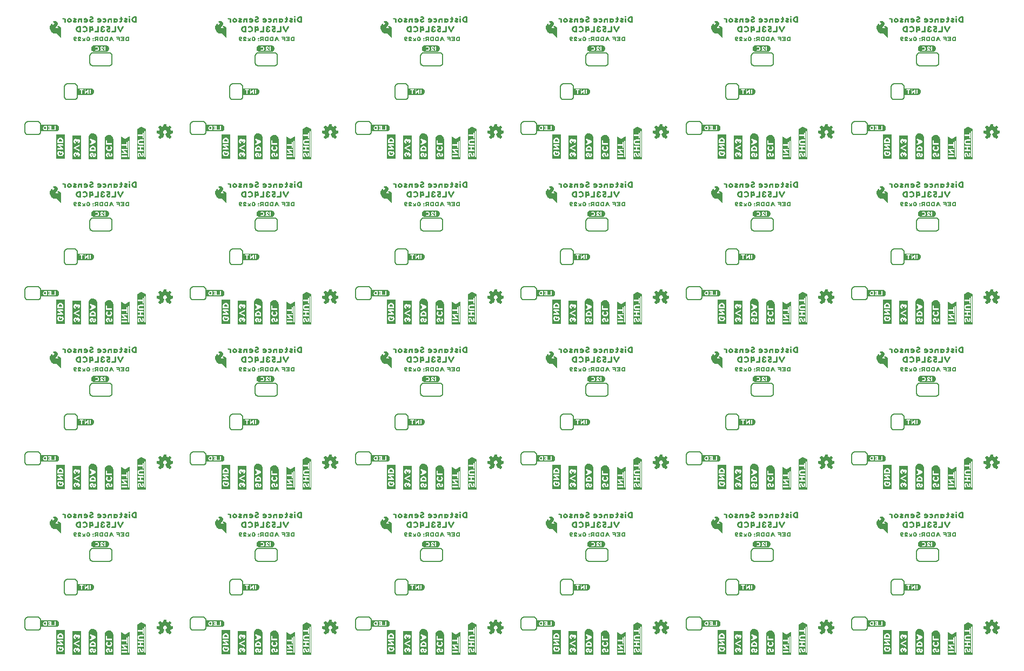
<source format=gbo>
G04 EAGLE Gerber RS-274X export*
G75*
%MOMM*%
%FSLAX34Y34*%
%LPD*%
%INSilkscreen Bottom*%
%IPPOS*%
%AMOC8*
5,1,8,0,0,1.08239X$1,22.5*%
G01*
%ADD10C,0.203200*%

G36*
X1233458Y279810D02*
X1233458Y279810D01*
X1233466Y279812D01*
X1233666Y280312D01*
X1233662Y280325D01*
X1233669Y280330D01*
X1233669Y326530D01*
X1233666Y326534D01*
X1233669Y326537D01*
X1233569Y327237D01*
X1233544Y327261D01*
X1233542Y327274D01*
X1226942Y330574D01*
X1226916Y330569D01*
X1226904Y330577D01*
X1226304Y330377D01*
X1226302Y330373D01*
X1226298Y330374D01*
X1220198Y327374D01*
X1220186Y327350D01*
X1220173Y327346D01*
X1219973Y326746D01*
X1219977Y326735D01*
X1219971Y326730D01*
X1219971Y280030D01*
X1220000Y279992D01*
X1220002Y279984D01*
X1220502Y279784D01*
X1220515Y279788D01*
X1220520Y279781D01*
X1233420Y279781D01*
X1233458Y279810D01*
G37*
G36*
X974378Y797970D02*
X974378Y797970D01*
X974386Y797972D01*
X974586Y798472D01*
X974582Y798485D01*
X974589Y798490D01*
X974589Y844690D01*
X974586Y844694D01*
X974589Y844697D01*
X974489Y845397D01*
X974464Y845421D01*
X974462Y845434D01*
X967862Y848734D01*
X967836Y848729D01*
X967824Y848737D01*
X967224Y848537D01*
X967222Y848533D01*
X967218Y848534D01*
X961118Y845534D01*
X961106Y845510D01*
X961093Y845506D01*
X960893Y844906D01*
X960897Y844895D01*
X960891Y844890D01*
X960891Y798190D01*
X960920Y798152D01*
X960922Y798144D01*
X961422Y797944D01*
X961435Y797948D01*
X961440Y797941D01*
X974340Y797941D01*
X974378Y797970D01*
G37*
G36*
X456218Y797970D02*
X456218Y797970D01*
X456226Y797972D01*
X456426Y798472D01*
X456422Y798485D01*
X456429Y798490D01*
X456429Y844690D01*
X456426Y844694D01*
X456429Y844697D01*
X456329Y845397D01*
X456304Y845421D01*
X456302Y845434D01*
X449702Y848734D01*
X449676Y848729D01*
X449664Y848737D01*
X449064Y848537D01*
X449062Y848533D01*
X449058Y848534D01*
X442958Y845534D01*
X442946Y845510D01*
X442933Y845506D01*
X442733Y844906D01*
X442737Y844895D01*
X442731Y844890D01*
X442731Y798190D01*
X442760Y798152D01*
X442762Y798144D01*
X443262Y797944D01*
X443275Y797948D01*
X443280Y797941D01*
X456180Y797941D01*
X456218Y797970D01*
G37*
G36*
X1492538Y797970D02*
X1492538Y797970D01*
X1492546Y797972D01*
X1492746Y798472D01*
X1492742Y798485D01*
X1492749Y798490D01*
X1492749Y844690D01*
X1492746Y844694D01*
X1492749Y844697D01*
X1492649Y845397D01*
X1492624Y845421D01*
X1492622Y845434D01*
X1486022Y848734D01*
X1485996Y848729D01*
X1485984Y848737D01*
X1485384Y848537D01*
X1485382Y848533D01*
X1485378Y848534D01*
X1479278Y845534D01*
X1479266Y845510D01*
X1479253Y845506D01*
X1479053Y844906D01*
X1479057Y844895D01*
X1479051Y844890D01*
X1479051Y798190D01*
X1479080Y798152D01*
X1479082Y798144D01*
X1479582Y797944D01*
X1479595Y797948D01*
X1479600Y797941D01*
X1492500Y797941D01*
X1492538Y797970D01*
G37*
G36*
X715298Y797970D02*
X715298Y797970D01*
X715306Y797972D01*
X715506Y798472D01*
X715502Y798485D01*
X715509Y798490D01*
X715509Y844690D01*
X715506Y844694D01*
X715509Y844697D01*
X715409Y845397D01*
X715384Y845421D01*
X715382Y845434D01*
X708782Y848734D01*
X708756Y848729D01*
X708744Y848737D01*
X708144Y848537D01*
X708142Y848533D01*
X708138Y848534D01*
X702038Y845534D01*
X702026Y845510D01*
X702013Y845506D01*
X701813Y844906D01*
X701817Y844895D01*
X701811Y844890D01*
X701811Y798190D01*
X701840Y798152D01*
X701842Y798144D01*
X702342Y797944D01*
X702355Y797948D01*
X702360Y797941D01*
X715260Y797941D01*
X715298Y797970D01*
G37*
G36*
X1492538Y20730D02*
X1492538Y20730D01*
X1492546Y20732D01*
X1492746Y21232D01*
X1492742Y21245D01*
X1492749Y21250D01*
X1492749Y67450D01*
X1492746Y67454D01*
X1492749Y67457D01*
X1492649Y68157D01*
X1492624Y68181D01*
X1492622Y68194D01*
X1486022Y71494D01*
X1485996Y71489D01*
X1485984Y71497D01*
X1485384Y71297D01*
X1485382Y71293D01*
X1485378Y71294D01*
X1479278Y68294D01*
X1479266Y68270D01*
X1479253Y68266D01*
X1479053Y67666D01*
X1479057Y67655D01*
X1479051Y67650D01*
X1479051Y20950D01*
X1479080Y20912D01*
X1479082Y20904D01*
X1479582Y20704D01*
X1479595Y20708D01*
X1479600Y20701D01*
X1492500Y20701D01*
X1492538Y20730D01*
G37*
G36*
X974378Y20730D02*
X974378Y20730D01*
X974386Y20732D01*
X974586Y21232D01*
X974582Y21245D01*
X974589Y21250D01*
X974589Y67450D01*
X974586Y67454D01*
X974589Y67457D01*
X974489Y68157D01*
X974464Y68181D01*
X974462Y68194D01*
X967862Y71494D01*
X967836Y71489D01*
X967824Y71497D01*
X967224Y71297D01*
X967222Y71293D01*
X967218Y71294D01*
X961118Y68294D01*
X961106Y68270D01*
X961093Y68266D01*
X960893Y67666D01*
X960897Y67655D01*
X960891Y67650D01*
X960891Y20950D01*
X960920Y20912D01*
X960922Y20904D01*
X961422Y20704D01*
X961435Y20708D01*
X961440Y20701D01*
X974340Y20701D01*
X974378Y20730D01*
G37*
G36*
X456218Y20730D02*
X456218Y20730D01*
X456226Y20732D01*
X456426Y21232D01*
X456422Y21245D01*
X456429Y21250D01*
X456429Y67450D01*
X456426Y67454D01*
X456429Y67457D01*
X456329Y68157D01*
X456304Y68181D01*
X456302Y68194D01*
X449702Y71494D01*
X449676Y71489D01*
X449664Y71497D01*
X449064Y71297D01*
X449062Y71293D01*
X449058Y71294D01*
X442958Y68294D01*
X442946Y68270D01*
X442933Y68266D01*
X442733Y67666D01*
X442737Y67655D01*
X442731Y67650D01*
X442731Y20950D01*
X442760Y20912D01*
X442762Y20904D01*
X443262Y20704D01*
X443275Y20708D01*
X443280Y20701D01*
X456180Y20701D01*
X456218Y20730D01*
G37*
G36*
X197138Y538890D02*
X197138Y538890D01*
X197146Y538892D01*
X197346Y539392D01*
X197342Y539405D01*
X197349Y539410D01*
X197349Y585610D01*
X197346Y585614D01*
X197349Y585617D01*
X197249Y586317D01*
X197224Y586341D01*
X197222Y586354D01*
X190622Y589654D01*
X190596Y589649D01*
X190584Y589657D01*
X189984Y589457D01*
X189982Y589453D01*
X189978Y589454D01*
X183878Y586454D01*
X183866Y586430D01*
X183853Y586426D01*
X183653Y585826D01*
X183657Y585815D01*
X183651Y585810D01*
X183651Y539110D01*
X183680Y539072D01*
X183682Y539064D01*
X184182Y538864D01*
X184195Y538868D01*
X184200Y538861D01*
X197100Y538861D01*
X197138Y538890D01*
G37*
G36*
X715298Y538890D02*
X715298Y538890D01*
X715306Y538892D01*
X715506Y539392D01*
X715502Y539405D01*
X715509Y539410D01*
X715509Y585610D01*
X715506Y585614D01*
X715509Y585617D01*
X715409Y586317D01*
X715384Y586341D01*
X715382Y586354D01*
X708782Y589654D01*
X708756Y589649D01*
X708744Y589657D01*
X708144Y589457D01*
X708142Y589453D01*
X708138Y589454D01*
X702038Y586454D01*
X702026Y586430D01*
X702013Y586426D01*
X701813Y585826D01*
X701817Y585815D01*
X701811Y585810D01*
X701811Y539110D01*
X701840Y539072D01*
X701842Y539064D01*
X702342Y538864D01*
X702355Y538868D01*
X702360Y538861D01*
X715260Y538861D01*
X715298Y538890D01*
G37*
G36*
X974378Y538890D02*
X974378Y538890D01*
X974386Y538892D01*
X974586Y539392D01*
X974582Y539405D01*
X974589Y539410D01*
X974589Y585610D01*
X974586Y585614D01*
X974589Y585617D01*
X974489Y586317D01*
X974464Y586341D01*
X974462Y586354D01*
X967862Y589654D01*
X967836Y589649D01*
X967824Y589657D01*
X967224Y589457D01*
X967222Y589453D01*
X967218Y589454D01*
X961118Y586454D01*
X961106Y586430D01*
X961093Y586426D01*
X960893Y585826D01*
X960897Y585815D01*
X960891Y585810D01*
X960891Y539110D01*
X960920Y539072D01*
X960922Y539064D01*
X961422Y538864D01*
X961435Y538868D01*
X961440Y538861D01*
X974340Y538861D01*
X974378Y538890D01*
G37*
G36*
X1233458Y20730D02*
X1233458Y20730D01*
X1233466Y20732D01*
X1233666Y21232D01*
X1233662Y21245D01*
X1233669Y21250D01*
X1233669Y67450D01*
X1233666Y67454D01*
X1233669Y67457D01*
X1233569Y68157D01*
X1233544Y68181D01*
X1233542Y68194D01*
X1226942Y71494D01*
X1226916Y71489D01*
X1226904Y71497D01*
X1226304Y71297D01*
X1226302Y71293D01*
X1226298Y71294D01*
X1220198Y68294D01*
X1220186Y68270D01*
X1220173Y68266D01*
X1219973Y67666D01*
X1219977Y67655D01*
X1219971Y67650D01*
X1219971Y20950D01*
X1220000Y20912D01*
X1220002Y20904D01*
X1220502Y20704D01*
X1220515Y20708D01*
X1220520Y20701D01*
X1233420Y20701D01*
X1233458Y20730D01*
G37*
G36*
X197138Y797970D02*
X197138Y797970D01*
X197146Y797972D01*
X197346Y798472D01*
X197342Y798485D01*
X197349Y798490D01*
X197349Y844690D01*
X197346Y844694D01*
X197349Y844697D01*
X197249Y845397D01*
X197224Y845421D01*
X197222Y845434D01*
X190622Y848734D01*
X190596Y848729D01*
X190584Y848737D01*
X189984Y848537D01*
X189982Y848533D01*
X189978Y848534D01*
X183878Y845534D01*
X183866Y845510D01*
X183853Y845506D01*
X183653Y844906D01*
X183657Y844895D01*
X183651Y844890D01*
X183651Y798190D01*
X183680Y798152D01*
X183682Y798144D01*
X184182Y797944D01*
X184195Y797948D01*
X184200Y797941D01*
X197100Y797941D01*
X197138Y797970D01*
G37*
G36*
X197138Y20730D02*
X197138Y20730D01*
X197146Y20732D01*
X197346Y21232D01*
X197342Y21245D01*
X197349Y21250D01*
X197349Y67450D01*
X197346Y67454D01*
X197349Y67457D01*
X197249Y68157D01*
X197224Y68181D01*
X197222Y68194D01*
X190622Y71494D01*
X190596Y71489D01*
X190584Y71497D01*
X189984Y71297D01*
X189982Y71293D01*
X189978Y71294D01*
X183878Y68294D01*
X183866Y68270D01*
X183853Y68266D01*
X183653Y67666D01*
X183657Y67655D01*
X183651Y67650D01*
X183651Y20950D01*
X183680Y20912D01*
X183682Y20904D01*
X184182Y20704D01*
X184195Y20708D01*
X184200Y20701D01*
X197100Y20701D01*
X197138Y20730D01*
G37*
G36*
X715298Y20730D02*
X715298Y20730D01*
X715306Y20732D01*
X715506Y21232D01*
X715502Y21245D01*
X715509Y21250D01*
X715509Y67450D01*
X715506Y67454D01*
X715509Y67457D01*
X715409Y68157D01*
X715384Y68181D01*
X715382Y68194D01*
X708782Y71494D01*
X708756Y71489D01*
X708744Y71497D01*
X708144Y71297D01*
X708142Y71293D01*
X708138Y71294D01*
X702038Y68294D01*
X702026Y68270D01*
X702013Y68266D01*
X701813Y67666D01*
X701817Y67655D01*
X701811Y67650D01*
X701811Y20950D01*
X701840Y20912D01*
X701842Y20904D01*
X702342Y20704D01*
X702355Y20708D01*
X702360Y20701D01*
X715260Y20701D01*
X715298Y20730D01*
G37*
G36*
X1233458Y538890D02*
X1233458Y538890D01*
X1233466Y538892D01*
X1233666Y539392D01*
X1233662Y539405D01*
X1233669Y539410D01*
X1233669Y585610D01*
X1233666Y585614D01*
X1233669Y585617D01*
X1233569Y586317D01*
X1233544Y586341D01*
X1233542Y586354D01*
X1226942Y589654D01*
X1226916Y589649D01*
X1226904Y589657D01*
X1226304Y589457D01*
X1226302Y589453D01*
X1226298Y589454D01*
X1220198Y586454D01*
X1220186Y586430D01*
X1220173Y586426D01*
X1219973Y585826D01*
X1219977Y585815D01*
X1219971Y585810D01*
X1219971Y539110D01*
X1220000Y539072D01*
X1220002Y539064D01*
X1220502Y538864D01*
X1220515Y538868D01*
X1220520Y538861D01*
X1233420Y538861D01*
X1233458Y538890D01*
G37*
G36*
X1233458Y797970D02*
X1233458Y797970D01*
X1233466Y797972D01*
X1233666Y798472D01*
X1233662Y798485D01*
X1233669Y798490D01*
X1233669Y844690D01*
X1233666Y844694D01*
X1233669Y844697D01*
X1233569Y845397D01*
X1233544Y845421D01*
X1233542Y845434D01*
X1226942Y848734D01*
X1226916Y848729D01*
X1226904Y848737D01*
X1226304Y848537D01*
X1226302Y848533D01*
X1226298Y848534D01*
X1220198Y845534D01*
X1220186Y845510D01*
X1220173Y845506D01*
X1219973Y844906D01*
X1219977Y844895D01*
X1219971Y844890D01*
X1219971Y798190D01*
X1220000Y798152D01*
X1220002Y798144D01*
X1220502Y797944D01*
X1220515Y797948D01*
X1220520Y797941D01*
X1233420Y797941D01*
X1233458Y797970D01*
G37*
G36*
X456218Y538890D02*
X456218Y538890D01*
X456226Y538892D01*
X456426Y539392D01*
X456422Y539405D01*
X456429Y539410D01*
X456429Y585610D01*
X456426Y585614D01*
X456429Y585617D01*
X456329Y586317D01*
X456304Y586341D01*
X456302Y586354D01*
X449702Y589654D01*
X449676Y589649D01*
X449664Y589657D01*
X449064Y589457D01*
X449062Y589453D01*
X449058Y589454D01*
X442958Y586454D01*
X442946Y586430D01*
X442933Y586426D01*
X442733Y585826D01*
X442737Y585815D01*
X442731Y585810D01*
X442731Y539110D01*
X442760Y539072D01*
X442762Y539064D01*
X443262Y538864D01*
X443275Y538868D01*
X443280Y538861D01*
X456180Y538861D01*
X456218Y538890D01*
G37*
G36*
X1492538Y538890D02*
X1492538Y538890D01*
X1492546Y538892D01*
X1492746Y539392D01*
X1492742Y539405D01*
X1492749Y539410D01*
X1492749Y585610D01*
X1492746Y585614D01*
X1492749Y585617D01*
X1492649Y586317D01*
X1492624Y586341D01*
X1492622Y586354D01*
X1486022Y589654D01*
X1485996Y589649D01*
X1485984Y589657D01*
X1485384Y589457D01*
X1485382Y589453D01*
X1485378Y589454D01*
X1479278Y586454D01*
X1479266Y586430D01*
X1479253Y586426D01*
X1479053Y585826D01*
X1479057Y585815D01*
X1479051Y585810D01*
X1479051Y539110D01*
X1479080Y539072D01*
X1479082Y539064D01*
X1479582Y538864D01*
X1479595Y538868D01*
X1479600Y538861D01*
X1492500Y538861D01*
X1492538Y538890D01*
G37*
G36*
X1492538Y279810D02*
X1492538Y279810D01*
X1492546Y279812D01*
X1492746Y280312D01*
X1492742Y280325D01*
X1492749Y280330D01*
X1492749Y326530D01*
X1492746Y326534D01*
X1492749Y326537D01*
X1492649Y327237D01*
X1492624Y327261D01*
X1492622Y327274D01*
X1486022Y330574D01*
X1485996Y330569D01*
X1485984Y330577D01*
X1485384Y330377D01*
X1485382Y330373D01*
X1485378Y330374D01*
X1479278Y327374D01*
X1479266Y327350D01*
X1479253Y327346D01*
X1479053Y326746D01*
X1479057Y326735D01*
X1479051Y326730D01*
X1479051Y280030D01*
X1479080Y279992D01*
X1479082Y279984D01*
X1479582Y279784D01*
X1479595Y279788D01*
X1479600Y279781D01*
X1492500Y279781D01*
X1492538Y279810D01*
G37*
G36*
X456218Y279810D02*
X456218Y279810D01*
X456226Y279812D01*
X456426Y280312D01*
X456422Y280325D01*
X456429Y280330D01*
X456429Y326530D01*
X456426Y326534D01*
X456429Y326537D01*
X456329Y327237D01*
X456304Y327261D01*
X456302Y327274D01*
X449702Y330574D01*
X449676Y330569D01*
X449664Y330577D01*
X449064Y330377D01*
X449062Y330373D01*
X449058Y330374D01*
X442958Y327374D01*
X442946Y327350D01*
X442933Y327346D01*
X442733Y326746D01*
X442737Y326735D01*
X442731Y326730D01*
X442731Y280030D01*
X442760Y279992D01*
X442762Y279984D01*
X443262Y279784D01*
X443275Y279788D01*
X443280Y279781D01*
X456180Y279781D01*
X456218Y279810D01*
G37*
G36*
X974378Y279810D02*
X974378Y279810D01*
X974386Y279812D01*
X974586Y280312D01*
X974582Y280325D01*
X974589Y280330D01*
X974589Y326530D01*
X974586Y326534D01*
X974589Y326537D01*
X974489Y327237D01*
X974464Y327261D01*
X974462Y327274D01*
X967862Y330574D01*
X967836Y330569D01*
X967824Y330577D01*
X967224Y330377D01*
X967222Y330373D01*
X967218Y330374D01*
X961118Y327374D01*
X961106Y327350D01*
X961093Y327346D01*
X960893Y326746D01*
X960897Y326735D01*
X960891Y326730D01*
X960891Y280030D01*
X960920Y279992D01*
X960922Y279984D01*
X961422Y279784D01*
X961435Y279788D01*
X961440Y279781D01*
X974340Y279781D01*
X974378Y279810D01*
G37*
G36*
X197138Y279810D02*
X197138Y279810D01*
X197146Y279812D01*
X197346Y280312D01*
X197342Y280325D01*
X197349Y280330D01*
X197349Y326530D01*
X197346Y326534D01*
X197349Y326537D01*
X197249Y327237D01*
X197224Y327261D01*
X197222Y327274D01*
X190622Y330574D01*
X190596Y330569D01*
X190584Y330577D01*
X189984Y330377D01*
X189982Y330373D01*
X189978Y330374D01*
X183878Y327374D01*
X183866Y327350D01*
X183853Y327346D01*
X183653Y326746D01*
X183657Y326735D01*
X183651Y326730D01*
X183651Y280030D01*
X183680Y279992D01*
X183682Y279984D01*
X184182Y279784D01*
X184195Y279788D01*
X184200Y279781D01*
X197100Y279781D01*
X197138Y279810D01*
G37*
G36*
X715298Y279810D02*
X715298Y279810D01*
X715306Y279812D01*
X715506Y280312D01*
X715502Y280325D01*
X715509Y280330D01*
X715509Y326530D01*
X715506Y326534D01*
X715509Y326537D01*
X715409Y327237D01*
X715384Y327261D01*
X715382Y327274D01*
X708782Y330574D01*
X708756Y330569D01*
X708744Y330577D01*
X708144Y330377D01*
X708142Y330373D01*
X708138Y330374D01*
X702038Y327374D01*
X702026Y327350D01*
X702013Y327346D01*
X701813Y326746D01*
X701817Y326735D01*
X701811Y326730D01*
X701811Y280030D01*
X701840Y279992D01*
X701842Y279984D01*
X702342Y279784D01*
X702355Y279788D01*
X702360Y279781D01*
X715260Y279781D01*
X715298Y279810D01*
G37*
G36*
X638878Y797774D02*
X638878Y797774D01*
X638890Y797771D01*
X639290Y798071D01*
X639294Y798087D01*
X639301Y798092D01*
X639297Y798098D01*
X639299Y798102D01*
X639309Y798110D01*
X639309Y832310D01*
X639306Y832314D01*
X639309Y832317D01*
X639109Y833717D01*
X639104Y833722D01*
X639107Y833726D01*
X638907Y834326D01*
X638902Y834329D01*
X638904Y834332D01*
X638304Y835532D01*
X638300Y835534D01*
X638301Y835537D01*
X637901Y836137D01*
X637898Y836138D01*
X637898Y836141D01*
X637498Y836641D01*
X637494Y836642D01*
X637495Y836645D01*
X636995Y837145D01*
X636991Y837145D01*
X636991Y837148D01*
X636491Y837548D01*
X636487Y837549D01*
X636487Y837551D01*
X635887Y837951D01*
X635883Y837951D01*
X635882Y837954D01*
X635282Y838254D01*
X635277Y838253D01*
X635276Y838257D01*
X634676Y838457D01*
X634674Y838456D01*
X634674Y838457D01*
X633974Y838657D01*
X633970Y838656D01*
X633968Y838659D01*
X633368Y838759D01*
X633367Y838758D01*
X633367Y838759D01*
X632667Y838859D01*
X632662Y838856D01*
X632660Y838859D01*
X631960Y838859D01*
X631956Y838856D01*
X631953Y838859D01*
X631253Y838759D01*
X631248Y838754D01*
X631244Y838757D01*
X630645Y838557D01*
X629946Y838357D01*
X629942Y838352D01*
X629938Y838354D01*
X628738Y837754D01*
X628735Y837747D01*
X628729Y837748D01*
X627729Y836948D01*
X627728Y836944D01*
X627725Y836945D01*
X627225Y836445D01*
X627224Y836438D01*
X627219Y836437D01*
X626819Y835837D01*
X626819Y835836D01*
X626818Y835835D01*
X626518Y835335D01*
X626518Y835330D01*
X626515Y835329D01*
X626215Y834631D01*
X625916Y834032D01*
X625917Y834026D01*
X625912Y834022D01*
X625914Y834020D01*
X625911Y834018D01*
X625811Y833418D01*
X625812Y833417D01*
X625811Y833417D01*
X625611Y832017D01*
X625614Y832012D01*
X625611Y832010D01*
X625611Y798210D01*
X625624Y798192D01*
X625621Y798180D01*
X625921Y797780D01*
X625952Y797772D01*
X625960Y797761D01*
X638860Y797761D01*
X638878Y797774D01*
G37*
G36*
X897958Y797774D02*
X897958Y797774D01*
X897970Y797771D01*
X898370Y798071D01*
X898374Y798087D01*
X898381Y798092D01*
X898377Y798098D01*
X898379Y798102D01*
X898389Y798110D01*
X898389Y832310D01*
X898386Y832314D01*
X898389Y832317D01*
X898189Y833717D01*
X898184Y833722D01*
X898187Y833726D01*
X897987Y834326D01*
X897982Y834329D01*
X897984Y834332D01*
X897384Y835532D01*
X897380Y835534D01*
X897381Y835537D01*
X896981Y836137D01*
X896978Y836138D01*
X896978Y836141D01*
X896578Y836641D01*
X896574Y836642D01*
X896575Y836645D01*
X896075Y837145D01*
X896071Y837145D01*
X896071Y837148D01*
X895571Y837548D01*
X895567Y837549D01*
X895567Y837551D01*
X894967Y837951D01*
X894963Y837951D01*
X894962Y837954D01*
X894362Y838254D01*
X894357Y838253D01*
X894356Y838257D01*
X893756Y838457D01*
X893754Y838456D01*
X893754Y838457D01*
X893054Y838657D01*
X893050Y838656D01*
X893048Y838659D01*
X892448Y838759D01*
X892447Y838758D01*
X892447Y838759D01*
X891747Y838859D01*
X891742Y838856D01*
X891740Y838859D01*
X891040Y838859D01*
X891036Y838856D01*
X891033Y838859D01*
X890333Y838759D01*
X890328Y838754D01*
X890324Y838757D01*
X889725Y838557D01*
X889026Y838357D01*
X889022Y838352D01*
X889018Y838354D01*
X887818Y837754D01*
X887815Y837747D01*
X887809Y837748D01*
X886809Y836948D01*
X886808Y836944D01*
X886805Y836945D01*
X886305Y836445D01*
X886304Y836438D01*
X886299Y836437D01*
X885899Y835837D01*
X885899Y835836D01*
X885898Y835835D01*
X885598Y835335D01*
X885598Y835330D01*
X885595Y835329D01*
X885295Y834631D01*
X884996Y834032D01*
X884997Y834026D01*
X884992Y834022D01*
X884994Y834020D01*
X884991Y834018D01*
X884891Y833418D01*
X884892Y833417D01*
X884891Y833417D01*
X884691Y832017D01*
X884694Y832012D01*
X884691Y832010D01*
X884691Y798210D01*
X884704Y798192D01*
X884701Y798180D01*
X885001Y797780D01*
X885032Y797772D01*
X885040Y797761D01*
X897940Y797761D01*
X897958Y797774D01*
G37*
G36*
X1157038Y538694D02*
X1157038Y538694D01*
X1157050Y538691D01*
X1157450Y538991D01*
X1157454Y539007D01*
X1157461Y539012D01*
X1157457Y539018D01*
X1157459Y539022D01*
X1157469Y539030D01*
X1157469Y573230D01*
X1157466Y573234D01*
X1157469Y573237D01*
X1157269Y574637D01*
X1157264Y574642D01*
X1157267Y574646D01*
X1157067Y575246D01*
X1157062Y575249D01*
X1157064Y575252D01*
X1156464Y576452D01*
X1156460Y576454D01*
X1156461Y576457D01*
X1156061Y577057D01*
X1156058Y577058D01*
X1156058Y577061D01*
X1155658Y577561D01*
X1155654Y577562D01*
X1155655Y577565D01*
X1155155Y578065D01*
X1155151Y578065D01*
X1155151Y578068D01*
X1154651Y578468D01*
X1154647Y578469D01*
X1154647Y578471D01*
X1154047Y578871D01*
X1154043Y578871D01*
X1154042Y578874D01*
X1153442Y579174D01*
X1153437Y579173D01*
X1153436Y579177D01*
X1152836Y579377D01*
X1152834Y579376D01*
X1152834Y579377D01*
X1152134Y579577D01*
X1152130Y579576D01*
X1152128Y579579D01*
X1151528Y579679D01*
X1151527Y579678D01*
X1151527Y579679D01*
X1150827Y579779D01*
X1150822Y579776D01*
X1150820Y579779D01*
X1150120Y579779D01*
X1150116Y579776D01*
X1150113Y579779D01*
X1149413Y579679D01*
X1149408Y579674D01*
X1149404Y579677D01*
X1148805Y579477D01*
X1148106Y579277D01*
X1148102Y579272D01*
X1148098Y579274D01*
X1146898Y578674D01*
X1146895Y578667D01*
X1146889Y578668D01*
X1145889Y577868D01*
X1145888Y577864D01*
X1145885Y577865D01*
X1145385Y577365D01*
X1145384Y577358D01*
X1145379Y577357D01*
X1144979Y576757D01*
X1144979Y576756D01*
X1144978Y576755D01*
X1144678Y576255D01*
X1144678Y576250D01*
X1144675Y576249D01*
X1144375Y575551D01*
X1144076Y574952D01*
X1144077Y574946D01*
X1144072Y574942D01*
X1144074Y574940D01*
X1144071Y574938D01*
X1143971Y574338D01*
X1143972Y574337D01*
X1143971Y574337D01*
X1143771Y572937D01*
X1143774Y572932D01*
X1143771Y572930D01*
X1143771Y539130D01*
X1143784Y539112D01*
X1143781Y539100D01*
X1144081Y538700D01*
X1144112Y538692D01*
X1144120Y538681D01*
X1157020Y538681D01*
X1157038Y538694D01*
G37*
G36*
X1416118Y797774D02*
X1416118Y797774D01*
X1416130Y797771D01*
X1416530Y798071D01*
X1416534Y798087D01*
X1416541Y798092D01*
X1416537Y798098D01*
X1416539Y798102D01*
X1416549Y798110D01*
X1416549Y832310D01*
X1416546Y832314D01*
X1416549Y832317D01*
X1416349Y833717D01*
X1416344Y833722D01*
X1416347Y833726D01*
X1416147Y834326D01*
X1416142Y834329D01*
X1416144Y834332D01*
X1415544Y835532D01*
X1415540Y835534D01*
X1415541Y835537D01*
X1415141Y836137D01*
X1415138Y836138D01*
X1415138Y836141D01*
X1414738Y836641D01*
X1414734Y836642D01*
X1414735Y836645D01*
X1414235Y837145D01*
X1414231Y837145D01*
X1414231Y837148D01*
X1413731Y837548D01*
X1413727Y837549D01*
X1413727Y837551D01*
X1413127Y837951D01*
X1413123Y837951D01*
X1413122Y837954D01*
X1412522Y838254D01*
X1412517Y838253D01*
X1412516Y838257D01*
X1411916Y838457D01*
X1411914Y838456D01*
X1411914Y838457D01*
X1411214Y838657D01*
X1411210Y838656D01*
X1411208Y838659D01*
X1410608Y838759D01*
X1410607Y838758D01*
X1410607Y838759D01*
X1409907Y838859D01*
X1409902Y838856D01*
X1409900Y838859D01*
X1409200Y838859D01*
X1409196Y838856D01*
X1409193Y838859D01*
X1408493Y838759D01*
X1408488Y838754D01*
X1408484Y838757D01*
X1407885Y838557D01*
X1407186Y838357D01*
X1407182Y838352D01*
X1407178Y838354D01*
X1405978Y837754D01*
X1405975Y837747D01*
X1405969Y837748D01*
X1404969Y836948D01*
X1404968Y836944D01*
X1404965Y836945D01*
X1404465Y836445D01*
X1404464Y836438D01*
X1404459Y836437D01*
X1404059Y835837D01*
X1404059Y835836D01*
X1404058Y835835D01*
X1403758Y835335D01*
X1403758Y835330D01*
X1403755Y835329D01*
X1403455Y834631D01*
X1403156Y834032D01*
X1403157Y834026D01*
X1403152Y834022D01*
X1403154Y834020D01*
X1403151Y834018D01*
X1403051Y833418D01*
X1403052Y833417D01*
X1403051Y833417D01*
X1402851Y832017D01*
X1402854Y832012D01*
X1402851Y832010D01*
X1402851Y798210D01*
X1402864Y798192D01*
X1402861Y798180D01*
X1403161Y797780D01*
X1403192Y797772D01*
X1403200Y797761D01*
X1416100Y797761D01*
X1416118Y797774D01*
G37*
G36*
X897958Y538694D02*
X897958Y538694D01*
X897970Y538691D01*
X898370Y538991D01*
X898374Y539007D01*
X898381Y539012D01*
X898377Y539018D01*
X898379Y539022D01*
X898389Y539030D01*
X898389Y573230D01*
X898386Y573234D01*
X898389Y573237D01*
X898189Y574637D01*
X898184Y574642D01*
X898187Y574646D01*
X897987Y575246D01*
X897982Y575249D01*
X897984Y575252D01*
X897384Y576452D01*
X897380Y576454D01*
X897381Y576457D01*
X896981Y577057D01*
X896978Y577058D01*
X896978Y577061D01*
X896578Y577561D01*
X896574Y577562D01*
X896575Y577565D01*
X896075Y578065D01*
X896071Y578065D01*
X896071Y578068D01*
X895571Y578468D01*
X895567Y578469D01*
X895567Y578471D01*
X894967Y578871D01*
X894963Y578871D01*
X894962Y578874D01*
X894362Y579174D01*
X894357Y579173D01*
X894356Y579177D01*
X893756Y579377D01*
X893754Y579376D01*
X893754Y579377D01*
X893054Y579577D01*
X893050Y579576D01*
X893048Y579579D01*
X892448Y579679D01*
X892447Y579678D01*
X892447Y579679D01*
X891747Y579779D01*
X891742Y579776D01*
X891740Y579779D01*
X891040Y579779D01*
X891036Y579776D01*
X891033Y579779D01*
X890333Y579679D01*
X890328Y579674D01*
X890324Y579677D01*
X889725Y579477D01*
X889026Y579277D01*
X889022Y579272D01*
X889018Y579274D01*
X887818Y578674D01*
X887815Y578667D01*
X887809Y578668D01*
X886809Y577868D01*
X886808Y577864D01*
X886805Y577865D01*
X886305Y577365D01*
X886304Y577358D01*
X886299Y577357D01*
X885899Y576757D01*
X885899Y576756D01*
X885898Y576755D01*
X885598Y576255D01*
X885598Y576250D01*
X885595Y576249D01*
X885295Y575551D01*
X884996Y574952D01*
X884997Y574946D01*
X884992Y574942D01*
X884994Y574940D01*
X884991Y574938D01*
X884891Y574338D01*
X884892Y574337D01*
X884891Y574337D01*
X884691Y572937D01*
X884694Y572932D01*
X884691Y572930D01*
X884691Y539130D01*
X884704Y539112D01*
X884701Y539100D01*
X885001Y538700D01*
X885032Y538692D01*
X885040Y538681D01*
X897940Y538681D01*
X897958Y538694D01*
G37*
G36*
X1416118Y538694D02*
X1416118Y538694D01*
X1416130Y538691D01*
X1416530Y538991D01*
X1416534Y539007D01*
X1416541Y539012D01*
X1416537Y539018D01*
X1416539Y539022D01*
X1416549Y539030D01*
X1416549Y573230D01*
X1416546Y573234D01*
X1416549Y573237D01*
X1416349Y574637D01*
X1416344Y574642D01*
X1416347Y574646D01*
X1416147Y575246D01*
X1416142Y575249D01*
X1416144Y575252D01*
X1415544Y576452D01*
X1415540Y576454D01*
X1415541Y576457D01*
X1415141Y577057D01*
X1415138Y577058D01*
X1415138Y577061D01*
X1414738Y577561D01*
X1414734Y577562D01*
X1414735Y577565D01*
X1414235Y578065D01*
X1414231Y578065D01*
X1414231Y578068D01*
X1413731Y578468D01*
X1413727Y578469D01*
X1413727Y578471D01*
X1413127Y578871D01*
X1413123Y578871D01*
X1413122Y578874D01*
X1412522Y579174D01*
X1412517Y579173D01*
X1412516Y579177D01*
X1411916Y579377D01*
X1411914Y579376D01*
X1411914Y579377D01*
X1411214Y579577D01*
X1411210Y579576D01*
X1411208Y579579D01*
X1410608Y579679D01*
X1410607Y579678D01*
X1410607Y579679D01*
X1409907Y579779D01*
X1409902Y579776D01*
X1409900Y579779D01*
X1409200Y579779D01*
X1409196Y579776D01*
X1409193Y579779D01*
X1408493Y579679D01*
X1408488Y579674D01*
X1408484Y579677D01*
X1407885Y579477D01*
X1407186Y579277D01*
X1407182Y579272D01*
X1407178Y579274D01*
X1405978Y578674D01*
X1405975Y578667D01*
X1405969Y578668D01*
X1404969Y577868D01*
X1404968Y577864D01*
X1404965Y577865D01*
X1404465Y577365D01*
X1404464Y577358D01*
X1404459Y577357D01*
X1404059Y576757D01*
X1404059Y576756D01*
X1404058Y576755D01*
X1403758Y576255D01*
X1403758Y576250D01*
X1403755Y576249D01*
X1403455Y575551D01*
X1403156Y574952D01*
X1403157Y574946D01*
X1403152Y574942D01*
X1403154Y574940D01*
X1403151Y574938D01*
X1403051Y574338D01*
X1403052Y574337D01*
X1403051Y574337D01*
X1402851Y572937D01*
X1402854Y572932D01*
X1402851Y572930D01*
X1402851Y539130D01*
X1402864Y539112D01*
X1402861Y539100D01*
X1403161Y538700D01*
X1403192Y538692D01*
X1403200Y538681D01*
X1416100Y538681D01*
X1416118Y538694D01*
G37*
G36*
X638878Y538694D02*
X638878Y538694D01*
X638890Y538691D01*
X639290Y538991D01*
X639294Y539007D01*
X639301Y539012D01*
X639297Y539018D01*
X639299Y539022D01*
X639309Y539030D01*
X639309Y573230D01*
X639306Y573234D01*
X639309Y573237D01*
X639109Y574637D01*
X639104Y574642D01*
X639107Y574646D01*
X638907Y575246D01*
X638902Y575249D01*
X638904Y575252D01*
X638304Y576452D01*
X638300Y576454D01*
X638301Y576457D01*
X637901Y577057D01*
X637898Y577058D01*
X637898Y577061D01*
X637498Y577561D01*
X637494Y577562D01*
X637495Y577565D01*
X636995Y578065D01*
X636991Y578065D01*
X636991Y578068D01*
X636491Y578468D01*
X636487Y578469D01*
X636487Y578471D01*
X635887Y578871D01*
X635883Y578871D01*
X635882Y578874D01*
X635282Y579174D01*
X635277Y579173D01*
X635276Y579177D01*
X634676Y579377D01*
X634674Y579376D01*
X634674Y579377D01*
X633974Y579577D01*
X633970Y579576D01*
X633968Y579579D01*
X633368Y579679D01*
X633367Y579678D01*
X633367Y579679D01*
X632667Y579779D01*
X632662Y579776D01*
X632660Y579779D01*
X631960Y579779D01*
X631956Y579776D01*
X631953Y579779D01*
X631253Y579679D01*
X631248Y579674D01*
X631244Y579677D01*
X630645Y579477D01*
X629946Y579277D01*
X629942Y579272D01*
X629938Y579274D01*
X628738Y578674D01*
X628735Y578667D01*
X628729Y578668D01*
X627729Y577868D01*
X627728Y577864D01*
X627725Y577865D01*
X627225Y577365D01*
X627224Y577358D01*
X627219Y577357D01*
X626819Y576757D01*
X626819Y576756D01*
X626818Y576755D01*
X626518Y576255D01*
X626518Y576250D01*
X626515Y576249D01*
X626215Y575551D01*
X625916Y574952D01*
X625917Y574946D01*
X625912Y574942D01*
X625914Y574940D01*
X625911Y574938D01*
X625811Y574338D01*
X625812Y574337D01*
X625811Y574337D01*
X625611Y572937D01*
X625614Y572932D01*
X625611Y572930D01*
X625611Y539130D01*
X625624Y539112D01*
X625621Y539100D01*
X625921Y538700D01*
X625952Y538692D01*
X625960Y538681D01*
X638860Y538681D01*
X638878Y538694D01*
G37*
G36*
X379798Y797774D02*
X379798Y797774D01*
X379810Y797771D01*
X380210Y798071D01*
X380214Y798087D01*
X380221Y798092D01*
X380217Y798098D01*
X380219Y798102D01*
X380229Y798110D01*
X380229Y832310D01*
X380226Y832314D01*
X380229Y832317D01*
X380029Y833717D01*
X380024Y833722D01*
X380027Y833726D01*
X379827Y834326D01*
X379822Y834329D01*
X379824Y834332D01*
X379224Y835532D01*
X379220Y835534D01*
X379221Y835537D01*
X378821Y836137D01*
X378818Y836138D01*
X378818Y836141D01*
X378418Y836641D01*
X378414Y836642D01*
X378415Y836645D01*
X377915Y837145D01*
X377911Y837145D01*
X377911Y837148D01*
X377411Y837548D01*
X377407Y837549D01*
X377407Y837551D01*
X376807Y837951D01*
X376803Y837951D01*
X376802Y837954D01*
X376202Y838254D01*
X376197Y838253D01*
X376196Y838257D01*
X375596Y838457D01*
X375594Y838456D01*
X375594Y838457D01*
X374894Y838657D01*
X374890Y838656D01*
X374888Y838659D01*
X374288Y838759D01*
X374287Y838758D01*
X374287Y838759D01*
X373587Y838859D01*
X373582Y838856D01*
X373580Y838859D01*
X372880Y838859D01*
X372876Y838856D01*
X372873Y838859D01*
X372173Y838759D01*
X372168Y838754D01*
X372164Y838757D01*
X371565Y838557D01*
X370866Y838357D01*
X370862Y838352D01*
X370858Y838354D01*
X369658Y837754D01*
X369655Y837747D01*
X369649Y837748D01*
X368649Y836948D01*
X368648Y836944D01*
X368645Y836945D01*
X368145Y836445D01*
X368144Y836438D01*
X368139Y836437D01*
X367739Y835837D01*
X367739Y835836D01*
X367738Y835835D01*
X367438Y835335D01*
X367438Y835330D01*
X367435Y835329D01*
X367135Y834631D01*
X366836Y834032D01*
X366837Y834026D01*
X366832Y834022D01*
X366834Y834020D01*
X366831Y834018D01*
X366731Y833418D01*
X366732Y833417D01*
X366731Y833417D01*
X366531Y832017D01*
X366534Y832012D01*
X366531Y832010D01*
X366531Y798210D01*
X366544Y798192D01*
X366541Y798180D01*
X366841Y797780D01*
X366872Y797772D01*
X366880Y797761D01*
X379780Y797761D01*
X379798Y797774D01*
G37*
G36*
X1157038Y797774D02*
X1157038Y797774D01*
X1157050Y797771D01*
X1157450Y798071D01*
X1157454Y798087D01*
X1157461Y798092D01*
X1157457Y798098D01*
X1157459Y798102D01*
X1157469Y798110D01*
X1157469Y832310D01*
X1157466Y832314D01*
X1157469Y832317D01*
X1157269Y833717D01*
X1157264Y833722D01*
X1157267Y833726D01*
X1157067Y834326D01*
X1157062Y834329D01*
X1157064Y834332D01*
X1156464Y835532D01*
X1156460Y835534D01*
X1156461Y835537D01*
X1156061Y836137D01*
X1156058Y836138D01*
X1156058Y836141D01*
X1155658Y836641D01*
X1155654Y836642D01*
X1155655Y836645D01*
X1155155Y837145D01*
X1155151Y837145D01*
X1155151Y837148D01*
X1154651Y837548D01*
X1154647Y837549D01*
X1154647Y837551D01*
X1154047Y837951D01*
X1154043Y837951D01*
X1154042Y837954D01*
X1153442Y838254D01*
X1153437Y838253D01*
X1153436Y838257D01*
X1152836Y838457D01*
X1152834Y838456D01*
X1152834Y838457D01*
X1152134Y838657D01*
X1152130Y838656D01*
X1152128Y838659D01*
X1151528Y838759D01*
X1151527Y838758D01*
X1151527Y838759D01*
X1150827Y838859D01*
X1150822Y838856D01*
X1150820Y838859D01*
X1150120Y838859D01*
X1150116Y838856D01*
X1150113Y838859D01*
X1149413Y838759D01*
X1149408Y838754D01*
X1149404Y838757D01*
X1148805Y838557D01*
X1148106Y838357D01*
X1148102Y838352D01*
X1148098Y838354D01*
X1146898Y837754D01*
X1146895Y837747D01*
X1146889Y837748D01*
X1145889Y836948D01*
X1145888Y836944D01*
X1145885Y836945D01*
X1145385Y836445D01*
X1145384Y836438D01*
X1145379Y836437D01*
X1144979Y835837D01*
X1144979Y835836D01*
X1144978Y835835D01*
X1144678Y835335D01*
X1144678Y835330D01*
X1144675Y835329D01*
X1144375Y834631D01*
X1144076Y834032D01*
X1144077Y834026D01*
X1144072Y834022D01*
X1144074Y834020D01*
X1144071Y834018D01*
X1143971Y833418D01*
X1143972Y833417D01*
X1143971Y833417D01*
X1143771Y832017D01*
X1143774Y832012D01*
X1143771Y832010D01*
X1143771Y798210D01*
X1143784Y798192D01*
X1143781Y798180D01*
X1144081Y797780D01*
X1144112Y797772D01*
X1144120Y797761D01*
X1157020Y797761D01*
X1157038Y797774D01*
G37*
G36*
X379798Y538694D02*
X379798Y538694D01*
X379810Y538691D01*
X380210Y538991D01*
X380214Y539007D01*
X380221Y539012D01*
X380217Y539018D01*
X380219Y539022D01*
X380229Y539030D01*
X380229Y573230D01*
X380226Y573234D01*
X380229Y573237D01*
X380029Y574637D01*
X380024Y574642D01*
X380027Y574646D01*
X379827Y575246D01*
X379822Y575249D01*
X379824Y575252D01*
X379224Y576452D01*
X379220Y576454D01*
X379221Y576457D01*
X378821Y577057D01*
X378818Y577058D01*
X378818Y577061D01*
X378418Y577561D01*
X378414Y577562D01*
X378415Y577565D01*
X377915Y578065D01*
X377911Y578065D01*
X377911Y578068D01*
X377411Y578468D01*
X377407Y578469D01*
X377407Y578471D01*
X376807Y578871D01*
X376803Y578871D01*
X376802Y578874D01*
X376202Y579174D01*
X376197Y579173D01*
X376196Y579177D01*
X375596Y579377D01*
X375594Y579376D01*
X375594Y579377D01*
X374894Y579577D01*
X374890Y579576D01*
X374888Y579579D01*
X374288Y579679D01*
X374287Y579678D01*
X374287Y579679D01*
X373587Y579779D01*
X373582Y579776D01*
X373580Y579779D01*
X372880Y579779D01*
X372876Y579776D01*
X372873Y579779D01*
X372173Y579679D01*
X372168Y579674D01*
X372164Y579677D01*
X371565Y579477D01*
X370866Y579277D01*
X370862Y579272D01*
X370858Y579274D01*
X369658Y578674D01*
X369655Y578667D01*
X369649Y578668D01*
X368649Y577868D01*
X368648Y577864D01*
X368645Y577865D01*
X368145Y577365D01*
X368144Y577358D01*
X368139Y577357D01*
X367739Y576757D01*
X367739Y576756D01*
X367738Y576755D01*
X367438Y576255D01*
X367438Y576250D01*
X367435Y576249D01*
X367135Y575551D01*
X366836Y574952D01*
X366837Y574946D01*
X366832Y574942D01*
X366834Y574940D01*
X366831Y574938D01*
X366731Y574338D01*
X366732Y574337D01*
X366731Y574337D01*
X366531Y572937D01*
X366534Y572932D01*
X366531Y572930D01*
X366531Y539130D01*
X366544Y539112D01*
X366541Y539100D01*
X366841Y538700D01*
X366872Y538692D01*
X366880Y538681D01*
X379780Y538681D01*
X379798Y538694D01*
G37*
G36*
X120718Y797774D02*
X120718Y797774D01*
X120730Y797771D01*
X121130Y798071D01*
X121134Y798087D01*
X121141Y798092D01*
X121137Y798098D01*
X121139Y798102D01*
X121149Y798110D01*
X121149Y832310D01*
X121146Y832314D01*
X121149Y832317D01*
X120949Y833717D01*
X120944Y833722D01*
X120947Y833726D01*
X120747Y834326D01*
X120742Y834329D01*
X120744Y834332D01*
X120144Y835532D01*
X120140Y835534D01*
X120141Y835537D01*
X119741Y836137D01*
X119738Y836138D01*
X119738Y836141D01*
X119338Y836641D01*
X119334Y836642D01*
X119335Y836645D01*
X118835Y837145D01*
X118831Y837145D01*
X118831Y837148D01*
X118331Y837548D01*
X118327Y837549D01*
X118327Y837551D01*
X117727Y837951D01*
X117723Y837951D01*
X117722Y837954D01*
X117122Y838254D01*
X117117Y838253D01*
X117116Y838257D01*
X116516Y838457D01*
X116514Y838456D01*
X116514Y838457D01*
X115814Y838657D01*
X115810Y838656D01*
X115808Y838659D01*
X115208Y838759D01*
X115207Y838758D01*
X115207Y838759D01*
X114507Y838859D01*
X114502Y838856D01*
X114500Y838859D01*
X113800Y838859D01*
X113796Y838856D01*
X113793Y838859D01*
X113093Y838759D01*
X113088Y838754D01*
X113084Y838757D01*
X112485Y838557D01*
X111786Y838357D01*
X111782Y838352D01*
X111778Y838354D01*
X110578Y837754D01*
X110575Y837747D01*
X110569Y837748D01*
X109569Y836948D01*
X109568Y836944D01*
X109565Y836945D01*
X109065Y836445D01*
X109064Y836438D01*
X109059Y836437D01*
X108659Y835837D01*
X108659Y835836D01*
X108658Y835835D01*
X108358Y835335D01*
X108358Y835330D01*
X108355Y835329D01*
X108055Y834631D01*
X107756Y834032D01*
X107757Y834026D01*
X107752Y834022D01*
X107754Y834020D01*
X107751Y834018D01*
X107651Y833418D01*
X107652Y833417D01*
X107651Y833417D01*
X107451Y832017D01*
X107454Y832012D01*
X107451Y832010D01*
X107451Y798210D01*
X107464Y798192D01*
X107461Y798180D01*
X107761Y797780D01*
X107792Y797772D01*
X107800Y797761D01*
X120700Y797761D01*
X120718Y797774D01*
G37*
G36*
X120718Y538694D02*
X120718Y538694D01*
X120730Y538691D01*
X121130Y538991D01*
X121134Y539007D01*
X121141Y539012D01*
X121137Y539018D01*
X121139Y539022D01*
X121149Y539030D01*
X121149Y573230D01*
X121146Y573234D01*
X121149Y573237D01*
X120949Y574637D01*
X120944Y574642D01*
X120947Y574646D01*
X120747Y575246D01*
X120742Y575249D01*
X120744Y575252D01*
X120144Y576452D01*
X120140Y576454D01*
X120141Y576457D01*
X119741Y577057D01*
X119738Y577058D01*
X119738Y577061D01*
X119338Y577561D01*
X119334Y577562D01*
X119335Y577565D01*
X118835Y578065D01*
X118831Y578065D01*
X118831Y578068D01*
X118331Y578468D01*
X118327Y578469D01*
X118327Y578471D01*
X117727Y578871D01*
X117723Y578871D01*
X117722Y578874D01*
X117122Y579174D01*
X117117Y579173D01*
X117116Y579177D01*
X116516Y579377D01*
X116514Y579376D01*
X116514Y579377D01*
X115814Y579577D01*
X115810Y579576D01*
X115808Y579579D01*
X115208Y579679D01*
X115207Y579678D01*
X115207Y579679D01*
X114507Y579779D01*
X114502Y579776D01*
X114500Y579779D01*
X113800Y579779D01*
X113796Y579776D01*
X113793Y579779D01*
X113093Y579679D01*
X113088Y579674D01*
X113084Y579677D01*
X112485Y579477D01*
X111786Y579277D01*
X111782Y579272D01*
X111778Y579274D01*
X110578Y578674D01*
X110575Y578667D01*
X110569Y578668D01*
X109569Y577868D01*
X109568Y577864D01*
X109565Y577865D01*
X109065Y577365D01*
X109064Y577358D01*
X109059Y577357D01*
X108659Y576757D01*
X108659Y576756D01*
X108658Y576755D01*
X108358Y576255D01*
X108358Y576250D01*
X108355Y576249D01*
X108055Y575551D01*
X107756Y574952D01*
X107757Y574946D01*
X107752Y574942D01*
X107754Y574940D01*
X107751Y574938D01*
X107651Y574338D01*
X107652Y574337D01*
X107651Y574337D01*
X107451Y572937D01*
X107454Y572932D01*
X107451Y572930D01*
X107451Y539130D01*
X107464Y539112D01*
X107461Y539100D01*
X107761Y538700D01*
X107792Y538692D01*
X107800Y538681D01*
X120700Y538681D01*
X120718Y538694D01*
G37*
G36*
X1416118Y20534D02*
X1416118Y20534D01*
X1416130Y20531D01*
X1416530Y20831D01*
X1416534Y20847D01*
X1416541Y20852D01*
X1416537Y20858D01*
X1416539Y20862D01*
X1416549Y20870D01*
X1416549Y55070D01*
X1416546Y55074D01*
X1416549Y55077D01*
X1416349Y56477D01*
X1416344Y56482D01*
X1416347Y56486D01*
X1416147Y57086D01*
X1416142Y57089D01*
X1416144Y57092D01*
X1415544Y58292D01*
X1415540Y58294D01*
X1415541Y58297D01*
X1415141Y58897D01*
X1415138Y58898D01*
X1415138Y58901D01*
X1414738Y59401D01*
X1414734Y59402D01*
X1414735Y59405D01*
X1414235Y59905D01*
X1414231Y59905D01*
X1414231Y59908D01*
X1413731Y60308D01*
X1413727Y60309D01*
X1413727Y60311D01*
X1413127Y60711D01*
X1413123Y60711D01*
X1413122Y60714D01*
X1412522Y61014D01*
X1412517Y61013D01*
X1412516Y61017D01*
X1411916Y61217D01*
X1411914Y61216D01*
X1411914Y61217D01*
X1411214Y61417D01*
X1411210Y61416D01*
X1411208Y61419D01*
X1410608Y61519D01*
X1410607Y61518D01*
X1410607Y61519D01*
X1409907Y61619D01*
X1409902Y61616D01*
X1409900Y61619D01*
X1409200Y61619D01*
X1409196Y61616D01*
X1409193Y61619D01*
X1408493Y61519D01*
X1408488Y61514D01*
X1408484Y61517D01*
X1407885Y61317D01*
X1407186Y61117D01*
X1407182Y61112D01*
X1407178Y61114D01*
X1405978Y60514D01*
X1405975Y60507D01*
X1405969Y60508D01*
X1404969Y59708D01*
X1404968Y59704D01*
X1404965Y59705D01*
X1404465Y59205D01*
X1404464Y59198D01*
X1404459Y59197D01*
X1404059Y58597D01*
X1404059Y58596D01*
X1404058Y58595D01*
X1403758Y58095D01*
X1403758Y58090D01*
X1403755Y58089D01*
X1403455Y57391D01*
X1403156Y56792D01*
X1403157Y56786D01*
X1403152Y56782D01*
X1403154Y56780D01*
X1403151Y56778D01*
X1403051Y56178D01*
X1403052Y56177D01*
X1403051Y56177D01*
X1402851Y54777D01*
X1402854Y54772D01*
X1402851Y54770D01*
X1402851Y20970D01*
X1402864Y20952D01*
X1402861Y20940D01*
X1403161Y20540D01*
X1403192Y20532D01*
X1403200Y20521D01*
X1416100Y20521D01*
X1416118Y20534D01*
G37*
G36*
X379798Y20534D02*
X379798Y20534D01*
X379810Y20531D01*
X380210Y20831D01*
X380214Y20847D01*
X380221Y20852D01*
X380217Y20858D01*
X380219Y20862D01*
X380229Y20870D01*
X380229Y55070D01*
X380226Y55074D01*
X380229Y55077D01*
X380029Y56477D01*
X380024Y56482D01*
X380027Y56486D01*
X379827Y57086D01*
X379822Y57089D01*
X379824Y57092D01*
X379224Y58292D01*
X379220Y58294D01*
X379221Y58297D01*
X378821Y58897D01*
X378818Y58898D01*
X378818Y58901D01*
X378418Y59401D01*
X378414Y59402D01*
X378415Y59405D01*
X377915Y59905D01*
X377911Y59905D01*
X377911Y59908D01*
X377411Y60308D01*
X377407Y60309D01*
X377407Y60311D01*
X376807Y60711D01*
X376803Y60711D01*
X376802Y60714D01*
X376202Y61014D01*
X376197Y61013D01*
X376196Y61017D01*
X375596Y61217D01*
X375594Y61216D01*
X375594Y61217D01*
X374894Y61417D01*
X374890Y61416D01*
X374888Y61419D01*
X374288Y61519D01*
X374287Y61518D01*
X374287Y61519D01*
X373587Y61619D01*
X373582Y61616D01*
X373580Y61619D01*
X372880Y61619D01*
X372876Y61616D01*
X372873Y61619D01*
X372173Y61519D01*
X372168Y61514D01*
X372164Y61517D01*
X371565Y61317D01*
X370866Y61117D01*
X370862Y61112D01*
X370858Y61114D01*
X369658Y60514D01*
X369655Y60507D01*
X369649Y60508D01*
X368649Y59708D01*
X368648Y59704D01*
X368645Y59705D01*
X368145Y59205D01*
X368144Y59198D01*
X368139Y59197D01*
X367739Y58597D01*
X367739Y58596D01*
X367738Y58595D01*
X367438Y58095D01*
X367438Y58090D01*
X367435Y58089D01*
X367135Y57391D01*
X366836Y56792D01*
X366837Y56786D01*
X366832Y56782D01*
X366834Y56780D01*
X366831Y56778D01*
X366731Y56178D01*
X366732Y56177D01*
X366731Y56177D01*
X366531Y54777D01*
X366534Y54772D01*
X366531Y54770D01*
X366531Y20970D01*
X366544Y20952D01*
X366541Y20940D01*
X366841Y20540D01*
X366872Y20532D01*
X366880Y20521D01*
X379780Y20521D01*
X379798Y20534D01*
G37*
G36*
X120718Y20534D02*
X120718Y20534D01*
X120730Y20531D01*
X121130Y20831D01*
X121134Y20847D01*
X121141Y20852D01*
X121137Y20858D01*
X121139Y20862D01*
X121149Y20870D01*
X121149Y55070D01*
X121146Y55074D01*
X121149Y55077D01*
X120949Y56477D01*
X120944Y56482D01*
X120947Y56486D01*
X120747Y57086D01*
X120742Y57089D01*
X120744Y57092D01*
X120144Y58292D01*
X120140Y58294D01*
X120141Y58297D01*
X119741Y58897D01*
X119738Y58898D01*
X119738Y58901D01*
X119338Y59401D01*
X119334Y59402D01*
X119335Y59405D01*
X118835Y59905D01*
X118831Y59905D01*
X118831Y59908D01*
X118331Y60308D01*
X118327Y60309D01*
X118327Y60311D01*
X117727Y60711D01*
X117723Y60711D01*
X117722Y60714D01*
X117122Y61014D01*
X117117Y61013D01*
X117116Y61017D01*
X116516Y61217D01*
X116514Y61216D01*
X116514Y61217D01*
X115814Y61417D01*
X115810Y61416D01*
X115808Y61419D01*
X115208Y61519D01*
X115207Y61518D01*
X115207Y61519D01*
X114507Y61619D01*
X114502Y61616D01*
X114500Y61619D01*
X113800Y61619D01*
X113796Y61616D01*
X113793Y61619D01*
X113093Y61519D01*
X113088Y61514D01*
X113084Y61517D01*
X112485Y61317D01*
X111786Y61117D01*
X111782Y61112D01*
X111778Y61114D01*
X110578Y60514D01*
X110575Y60507D01*
X110569Y60508D01*
X109569Y59708D01*
X109568Y59704D01*
X109565Y59705D01*
X109065Y59205D01*
X109064Y59198D01*
X109059Y59197D01*
X108659Y58597D01*
X108659Y58596D01*
X108658Y58595D01*
X108358Y58095D01*
X108358Y58090D01*
X108355Y58089D01*
X108055Y57391D01*
X107756Y56792D01*
X107757Y56786D01*
X107752Y56782D01*
X107754Y56780D01*
X107751Y56778D01*
X107651Y56178D01*
X107652Y56177D01*
X107651Y56177D01*
X107451Y54777D01*
X107454Y54772D01*
X107451Y54770D01*
X107451Y20970D01*
X107464Y20952D01*
X107461Y20940D01*
X107761Y20540D01*
X107792Y20532D01*
X107800Y20521D01*
X120700Y20521D01*
X120718Y20534D01*
G37*
G36*
X638878Y279614D02*
X638878Y279614D01*
X638890Y279611D01*
X639290Y279911D01*
X639294Y279927D01*
X639301Y279932D01*
X639297Y279938D01*
X639299Y279942D01*
X639309Y279950D01*
X639309Y314150D01*
X639306Y314154D01*
X639309Y314157D01*
X639109Y315557D01*
X639104Y315562D01*
X639107Y315566D01*
X638907Y316166D01*
X638902Y316169D01*
X638904Y316172D01*
X638304Y317372D01*
X638300Y317374D01*
X638301Y317377D01*
X637901Y317977D01*
X637898Y317978D01*
X637898Y317981D01*
X637498Y318481D01*
X637494Y318482D01*
X637495Y318485D01*
X636995Y318985D01*
X636991Y318985D01*
X636991Y318988D01*
X636491Y319388D01*
X636487Y319389D01*
X636487Y319391D01*
X635887Y319791D01*
X635883Y319791D01*
X635882Y319794D01*
X635282Y320094D01*
X635277Y320093D01*
X635276Y320097D01*
X634676Y320297D01*
X634674Y320296D01*
X634674Y320297D01*
X633974Y320497D01*
X633970Y320496D01*
X633968Y320499D01*
X633368Y320599D01*
X633367Y320598D01*
X633367Y320599D01*
X632667Y320699D01*
X632662Y320696D01*
X632660Y320699D01*
X631960Y320699D01*
X631956Y320696D01*
X631953Y320699D01*
X631253Y320599D01*
X631248Y320594D01*
X631244Y320597D01*
X630645Y320397D01*
X629946Y320197D01*
X629942Y320192D01*
X629938Y320194D01*
X628738Y319594D01*
X628735Y319587D01*
X628729Y319588D01*
X627729Y318788D01*
X627728Y318784D01*
X627725Y318785D01*
X627225Y318285D01*
X627224Y318278D01*
X627219Y318277D01*
X626819Y317677D01*
X626819Y317676D01*
X626818Y317675D01*
X626518Y317175D01*
X626518Y317170D01*
X626515Y317169D01*
X626215Y316471D01*
X625916Y315872D01*
X625917Y315866D01*
X625912Y315862D01*
X625914Y315860D01*
X625911Y315858D01*
X625811Y315258D01*
X625812Y315257D01*
X625811Y315257D01*
X625611Y313857D01*
X625614Y313852D01*
X625611Y313850D01*
X625611Y280050D01*
X625624Y280032D01*
X625621Y280020D01*
X625921Y279620D01*
X625952Y279612D01*
X625960Y279601D01*
X638860Y279601D01*
X638878Y279614D01*
G37*
G36*
X379798Y279614D02*
X379798Y279614D01*
X379810Y279611D01*
X380210Y279911D01*
X380214Y279927D01*
X380221Y279932D01*
X380217Y279938D01*
X380219Y279942D01*
X380229Y279950D01*
X380229Y314150D01*
X380226Y314154D01*
X380229Y314157D01*
X380029Y315557D01*
X380024Y315562D01*
X380027Y315566D01*
X379827Y316166D01*
X379822Y316169D01*
X379824Y316172D01*
X379224Y317372D01*
X379220Y317374D01*
X379221Y317377D01*
X378821Y317977D01*
X378818Y317978D01*
X378818Y317981D01*
X378418Y318481D01*
X378414Y318482D01*
X378415Y318485D01*
X377915Y318985D01*
X377911Y318985D01*
X377911Y318988D01*
X377411Y319388D01*
X377407Y319389D01*
X377407Y319391D01*
X376807Y319791D01*
X376803Y319791D01*
X376802Y319794D01*
X376202Y320094D01*
X376197Y320093D01*
X376196Y320097D01*
X375596Y320297D01*
X375594Y320296D01*
X375594Y320297D01*
X374894Y320497D01*
X374890Y320496D01*
X374888Y320499D01*
X374288Y320599D01*
X374287Y320598D01*
X374287Y320599D01*
X373587Y320699D01*
X373582Y320696D01*
X373580Y320699D01*
X372880Y320699D01*
X372876Y320696D01*
X372873Y320699D01*
X372173Y320599D01*
X372168Y320594D01*
X372164Y320597D01*
X371565Y320397D01*
X370866Y320197D01*
X370862Y320192D01*
X370858Y320194D01*
X369658Y319594D01*
X369655Y319587D01*
X369649Y319588D01*
X368649Y318788D01*
X368648Y318784D01*
X368645Y318785D01*
X368145Y318285D01*
X368144Y318278D01*
X368139Y318277D01*
X367739Y317677D01*
X367739Y317676D01*
X367738Y317675D01*
X367438Y317175D01*
X367438Y317170D01*
X367435Y317169D01*
X367135Y316471D01*
X366836Y315872D01*
X366837Y315866D01*
X366832Y315862D01*
X366834Y315860D01*
X366831Y315858D01*
X366731Y315258D01*
X366732Y315257D01*
X366731Y315257D01*
X366531Y313857D01*
X366534Y313852D01*
X366531Y313850D01*
X366531Y280050D01*
X366544Y280032D01*
X366541Y280020D01*
X366841Y279620D01*
X366872Y279612D01*
X366880Y279601D01*
X379780Y279601D01*
X379798Y279614D01*
G37*
G36*
X897958Y279614D02*
X897958Y279614D01*
X897970Y279611D01*
X898370Y279911D01*
X898374Y279927D01*
X898381Y279932D01*
X898377Y279938D01*
X898379Y279942D01*
X898389Y279950D01*
X898389Y314150D01*
X898386Y314154D01*
X898389Y314157D01*
X898189Y315557D01*
X898184Y315562D01*
X898187Y315566D01*
X897987Y316166D01*
X897982Y316169D01*
X897984Y316172D01*
X897384Y317372D01*
X897380Y317374D01*
X897381Y317377D01*
X896981Y317977D01*
X896978Y317978D01*
X896978Y317981D01*
X896578Y318481D01*
X896574Y318482D01*
X896575Y318485D01*
X896075Y318985D01*
X896071Y318985D01*
X896071Y318988D01*
X895571Y319388D01*
X895567Y319389D01*
X895567Y319391D01*
X894967Y319791D01*
X894963Y319791D01*
X894962Y319794D01*
X894362Y320094D01*
X894357Y320093D01*
X894356Y320097D01*
X893756Y320297D01*
X893754Y320296D01*
X893754Y320297D01*
X893054Y320497D01*
X893050Y320496D01*
X893048Y320499D01*
X892448Y320599D01*
X892447Y320598D01*
X892447Y320599D01*
X891747Y320699D01*
X891742Y320696D01*
X891740Y320699D01*
X891040Y320699D01*
X891036Y320696D01*
X891033Y320699D01*
X890333Y320599D01*
X890328Y320594D01*
X890324Y320597D01*
X889725Y320397D01*
X889026Y320197D01*
X889022Y320192D01*
X889018Y320194D01*
X887818Y319594D01*
X887815Y319587D01*
X887809Y319588D01*
X886809Y318788D01*
X886808Y318784D01*
X886805Y318785D01*
X886305Y318285D01*
X886304Y318278D01*
X886299Y318277D01*
X885899Y317677D01*
X885899Y317676D01*
X885898Y317675D01*
X885598Y317175D01*
X885598Y317170D01*
X885595Y317169D01*
X885295Y316471D01*
X884996Y315872D01*
X884997Y315866D01*
X884992Y315862D01*
X884994Y315860D01*
X884991Y315858D01*
X884891Y315258D01*
X884892Y315257D01*
X884891Y315257D01*
X884691Y313857D01*
X884694Y313852D01*
X884691Y313850D01*
X884691Y280050D01*
X884704Y280032D01*
X884701Y280020D01*
X885001Y279620D01*
X885032Y279612D01*
X885040Y279601D01*
X897940Y279601D01*
X897958Y279614D01*
G37*
G36*
X1157038Y279614D02*
X1157038Y279614D01*
X1157050Y279611D01*
X1157450Y279911D01*
X1157454Y279927D01*
X1157461Y279932D01*
X1157457Y279938D01*
X1157459Y279942D01*
X1157469Y279950D01*
X1157469Y314150D01*
X1157466Y314154D01*
X1157469Y314157D01*
X1157269Y315557D01*
X1157264Y315562D01*
X1157267Y315566D01*
X1157067Y316166D01*
X1157062Y316169D01*
X1157064Y316172D01*
X1156464Y317372D01*
X1156460Y317374D01*
X1156461Y317377D01*
X1156061Y317977D01*
X1156058Y317978D01*
X1156058Y317981D01*
X1155658Y318481D01*
X1155654Y318482D01*
X1155655Y318485D01*
X1155155Y318985D01*
X1155151Y318985D01*
X1155151Y318988D01*
X1154651Y319388D01*
X1154647Y319389D01*
X1154647Y319391D01*
X1154047Y319791D01*
X1154043Y319791D01*
X1154042Y319794D01*
X1153442Y320094D01*
X1153437Y320093D01*
X1153436Y320097D01*
X1152836Y320297D01*
X1152834Y320296D01*
X1152834Y320297D01*
X1152134Y320497D01*
X1152130Y320496D01*
X1152128Y320499D01*
X1151528Y320599D01*
X1151527Y320598D01*
X1151527Y320599D01*
X1150827Y320699D01*
X1150822Y320696D01*
X1150820Y320699D01*
X1150120Y320699D01*
X1150116Y320696D01*
X1150113Y320699D01*
X1149413Y320599D01*
X1149408Y320594D01*
X1149404Y320597D01*
X1148805Y320397D01*
X1148106Y320197D01*
X1148102Y320192D01*
X1148098Y320194D01*
X1146898Y319594D01*
X1146895Y319587D01*
X1146889Y319588D01*
X1145889Y318788D01*
X1145888Y318784D01*
X1145885Y318785D01*
X1145385Y318285D01*
X1145384Y318278D01*
X1145379Y318277D01*
X1144979Y317677D01*
X1144979Y317676D01*
X1144978Y317675D01*
X1144678Y317175D01*
X1144678Y317170D01*
X1144675Y317169D01*
X1144375Y316471D01*
X1144076Y315872D01*
X1144077Y315866D01*
X1144072Y315862D01*
X1144074Y315860D01*
X1144071Y315858D01*
X1143971Y315258D01*
X1143972Y315257D01*
X1143971Y315257D01*
X1143771Y313857D01*
X1143774Y313852D01*
X1143771Y313850D01*
X1143771Y280050D01*
X1143784Y280032D01*
X1143781Y280020D01*
X1144081Y279620D01*
X1144112Y279612D01*
X1144120Y279601D01*
X1157020Y279601D01*
X1157038Y279614D01*
G37*
G36*
X120718Y279614D02*
X120718Y279614D01*
X120730Y279611D01*
X121130Y279911D01*
X121134Y279927D01*
X121141Y279932D01*
X121137Y279938D01*
X121139Y279942D01*
X121149Y279950D01*
X121149Y314150D01*
X121146Y314154D01*
X121149Y314157D01*
X120949Y315557D01*
X120944Y315562D01*
X120947Y315566D01*
X120747Y316166D01*
X120742Y316169D01*
X120744Y316172D01*
X120144Y317372D01*
X120140Y317374D01*
X120141Y317377D01*
X119741Y317977D01*
X119738Y317978D01*
X119738Y317981D01*
X119338Y318481D01*
X119334Y318482D01*
X119335Y318485D01*
X118835Y318985D01*
X118831Y318985D01*
X118831Y318988D01*
X118331Y319388D01*
X118327Y319389D01*
X118327Y319391D01*
X117727Y319791D01*
X117723Y319791D01*
X117722Y319794D01*
X117122Y320094D01*
X117117Y320093D01*
X117116Y320097D01*
X116516Y320297D01*
X116514Y320296D01*
X116514Y320297D01*
X115814Y320497D01*
X115810Y320496D01*
X115808Y320499D01*
X115208Y320599D01*
X115207Y320598D01*
X115207Y320599D01*
X114507Y320699D01*
X114502Y320696D01*
X114500Y320699D01*
X113800Y320699D01*
X113796Y320696D01*
X113793Y320699D01*
X113093Y320599D01*
X113088Y320594D01*
X113084Y320597D01*
X112485Y320397D01*
X111786Y320197D01*
X111782Y320192D01*
X111778Y320194D01*
X110578Y319594D01*
X110575Y319587D01*
X110569Y319588D01*
X109569Y318788D01*
X109568Y318784D01*
X109565Y318785D01*
X109065Y318285D01*
X109064Y318278D01*
X109059Y318277D01*
X108659Y317677D01*
X108659Y317676D01*
X108658Y317675D01*
X108358Y317175D01*
X108358Y317170D01*
X108355Y317169D01*
X108055Y316471D01*
X107756Y315872D01*
X107757Y315866D01*
X107752Y315862D01*
X107754Y315860D01*
X107751Y315858D01*
X107651Y315258D01*
X107652Y315257D01*
X107651Y315257D01*
X107451Y313857D01*
X107454Y313852D01*
X107451Y313850D01*
X107451Y280050D01*
X107464Y280032D01*
X107461Y280020D01*
X107761Y279620D01*
X107792Y279612D01*
X107800Y279601D01*
X120700Y279601D01*
X120718Y279614D01*
G37*
G36*
X1416118Y279614D02*
X1416118Y279614D01*
X1416130Y279611D01*
X1416530Y279911D01*
X1416534Y279927D01*
X1416541Y279932D01*
X1416537Y279938D01*
X1416539Y279942D01*
X1416549Y279950D01*
X1416549Y314150D01*
X1416546Y314154D01*
X1416549Y314157D01*
X1416349Y315557D01*
X1416344Y315562D01*
X1416347Y315566D01*
X1416147Y316166D01*
X1416142Y316169D01*
X1416144Y316172D01*
X1415544Y317372D01*
X1415540Y317374D01*
X1415541Y317377D01*
X1415141Y317977D01*
X1415138Y317978D01*
X1415138Y317981D01*
X1414738Y318481D01*
X1414734Y318482D01*
X1414735Y318485D01*
X1414235Y318985D01*
X1414231Y318985D01*
X1414231Y318988D01*
X1413731Y319388D01*
X1413727Y319389D01*
X1413727Y319391D01*
X1413127Y319791D01*
X1413123Y319791D01*
X1413122Y319794D01*
X1412522Y320094D01*
X1412517Y320093D01*
X1412516Y320097D01*
X1411916Y320297D01*
X1411914Y320296D01*
X1411914Y320297D01*
X1411214Y320497D01*
X1411210Y320496D01*
X1411208Y320499D01*
X1410608Y320599D01*
X1410607Y320598D01*
X1410607Y320599D01*
X1409907Y320699D01*
X1409902Y320696D01*
X1409900Y320699D01*
X1409200Y320699D01*
X1409196Y320696D01*
X1409193Y320699D01*
X1408493Y320599D01*
X1408488Y320594D01*
X1408484Y320597D01*
X1407885Y320397D01*
X1407186Y320197D01*
X1407182Y320192D01*
X1407178Y320194D01*
X1405978Y319594D01*
X1405975Y319587D01*
X1405969Y319588D01*
X1404969Y318788D01*
X1404968Y318784D01*
X1404965Y318785D01*
X1404465Y318285D01*
X1404464Y318278D01*
X1404459Y318277D01*
X1404059Y317677D01*
X1404059Y317676D01*
X1404058Y317675D01*
X1403758Y317175D01*
X1403758Y317170D01*
X1403755Y317169D01*
X1403455Y316471D01*
X1403156Y315872D01*
X1403157Y315866D01*
X1403152Y315862D01*
X1403154Y315860D01*
X1403151Y315858D01*
X1403051Y315258D01*
X1403052Y315257D01*
X1403051Y315257D01*
X1402851Y313857D01*
X1402854Y313852D01*
X1402851Y313850D01*
X1402851Y280050D01*
X1402864Y280032D01*
X1402861Y280020D01*
X1403161Y279620D01*
X1403192Y279612D01*
X1403200Y279601D01*
X1416100Y279601D01*
X1416118Y279614D01*
G37*
G36*
X1157038Y20534D02*
X1157038Y20534D01*
X1157050Y20531D01*
X1157450Y20831D01*
X1157454Y20847D01*
X1157461Y20852D01*
X1157457Y20858D01*
X1157459Y20862D01*
X1157469Y20870D01*
X1157469Y55070D01*
X1157466Y55074D01*
X1157469Y55077D01*
X1157269Y56477D01*
X1157264Y56482D01*
X1157267Y56486D01*
X1157067Y57086D01*
X1157062Y57089D01*
X1157064Y57092D01*
X1156464Y58292D01*
X1156460Y58294D01*
X1156461Y58297D01*
X1156061Y58897D01*
X1156058Y58898D01*
X1156058Y58901D01*
X1155658Y59401D01*
X1155654Y59402D01*
X1155655Y59405D01*
X1155155Y59905D01*
X1155151Y59905D01*
X1155151Y59908D01*
X1154651Y60308D01*
X1154647Y60309D01*
X1154647Y60311D01*
X1154047Y60711D01*
X1154043Y60711D01*
X1154042Y60714D01*
X1153442Y61014D01*
X1153437Y61013D01*
X1153436Y61017D01*
X1152836Y61217D01*
X1152834Y61216D01*
X1152834Y61217D01*
X1152134Y61417D01*
X1152130Y61416D01*
X1152128Y61419D01*
X1151528Y61519D01*
X1151527Y61518D01*
X1151527Y61519D01*
X1150827Y61619D01*
X1150822Y61616D01*
X1150820Y61619D01*
X1150120Y61619D01*
X1150116Y61616D01*
X1150113Y61619D01*
X1149413Y61519D01*
X1149408Y61514D01*
X1149404Y61517D01*
X1148805Y61317D01*
X1148106Y61117D01*
X1148102Y61112D01*
X1148098Y61114D01*
X1146898Y60514D01*
X1146895Y60507D01*
X1146889Y60508D01*
X1145889Y59708D01*
X1145888Y59704D01*
X1145885Y59705D01*
X1145385Y59205D01*
X1145384Y59198D01*
X1145379Y59197D01*
X1144979Y58597D01*
X1144979Y58596D01*
X1144978Y58595D01*
X1144678Y58095D01*
X1144678Y58090D01*
X1144675Y58089D01*
X1144375Y57391D01*
X1144076Y56792D01*
X1144077Y56786D01*
X1144072Y56782D01*
X1144074Y56780D01*
X1144071Y56778D01*
X1143971Y56178D01*
X1143972Y56177D01*
X1143971Y56177D01*
X1143771Y54777D01*
X1143774Y54772D01*
X1143771Y54770D01*
X1143771Y20970D01*
X1143784Y20952D01*
X1143781Y20940D01*
X1144081Y20540D01*
X1144112Y20532D01*
X1144120Y20521D01*
X1157020Y20521D01*
X1157038Y20534D01*
G37*
G36*
X638878Y20534D02*
X638878Y20534D01*
X638890Y20531D01*
X639290Y20831D01*
X639294Y20847D01*
X639301Y20852D01*
X639297Y20858D01*
X639299Y20862D01*
X639309Y20870D01*
X639309Y55070D01*
X639306Y55074D01*
X639309Y55077D01*
X639109Y56477D01*
X639104Y56482D01*
X639107Y56486D01*
X638907Y57086D01*
X638902Y57089D01*
X638904Y57092D01*
X638304Y58292D01*
X638300Y58294D01*
X638301Y58297D01*
X637901Y58897D01*
X637898Y58898D01*
X637898Y58901D01*
X637498Y59401D01*
X637494Y59402D01*
X637495Y59405D01*
X636995Y59905D01*
X636991Y59905D01*
X636991Y59908D01*
X636491Y60308D01*
X636487Y60309D01*
X636487Y60311D01*
X635887Y60711D01*
X635883Y60711D01*
X635882Y60714D01*
X635282Y61014D01*
X635277Y61013D01*
X635276Y61017D01*
X634676Y61217D01*
X634674Y61216D01*
X634674Y61217D01*
X633974Y61417D01*
X633970Y61416D01*
X633968Y61419D01*
X633368Y61519D01*
X633367Y61518D01*
X633367Y61519D01*
X632667Y61619D01*
X632662Y61616D01*
X632660Y61619D01*
X631960Y61619D01*
X631956Y61616D01*
X631953Y61619D01*
X631253Y61519D01*
X631248Y61514D01*
X631244Y61517D01*
X630645Y61317D01*
X629946Y61117D01*
X629942Y61112D01*
X629938Y61114D01*
X628738Y60514D01*
X628735Y60507D01*
X628729Y60508D01*
X627729Y59708D01*
X627728Y59704D01*
X627725Y59705D01*
X627225Y59205D01*
X627224Y59198D01*
X627219Y59197D01*
X626819Y58597D01*
X626819Y58596D01*
X626818Y58595D01*
X626518Y58095D01*
X626518Y58090D01*
X626515Y58089D01*
X626215Y57391D01*
X625916Y56792D01*
X625917Y56786D01*
X625912Y56782D01*
X625914Y56780D01*
X625911Y56778D01*
X625811Y56178D01*
X625812Y56177D01*
X625811Y56177D01*
X625611Y54777D01*
X625614Y54772D01*
X625611Y54770D01*
X625611Y20970D01*
X625624Y20952D01*
X625621Y20940D01*
X625921Y20540D01*
X625952Y20532D01*
X625960Y20521D01*
X638860Y20521D01*
X638878Y20534D01*
G37*
G36*
X897958Y20534D02*
X897958Y20534D01*
X897970Y20531D01*
X898370Y20831D01*
X898374Y20847D01*
X898381Y20852D01*
X898377Y20858D01*
X898379Y20862D01*
X898389Y20870D01*
X898389Y55070D01*
X898386Y55074D01*
X898389Y55077D01*
X898189Y56477D01*
X898184Y56482D01*
X898187Y56486D01*
X897987Y57086D01*
X897982Y57089D01*
X897984Y57092D01*
X897384Y58292D01*
X897380Y58294D01*
X897381Y58297D01*
X896981Y58897D01*
X896978Y58898D01*
X896978Y58901D01*
X896578Y59401D01*
X896574Y59402D01*
X896575Y59405D01*
X896075Y59905D01*
X896071Y59905D01*
X896071Y59908D01*
X895571Y60308D01*
X895567Y60309D01*
X895567Y60311D01*
X894967Y60711D01*
X894963Y60711D01*
X894962Y60714D01*
X894362Y61014D01*
X894357Y61013D01*
X894356Y61017D01*
X893756Y61217D01*
X893754Y61216D01*
X893754Y61217D01*
X893054Y61417D01*
X893050Y61416D01*
X893048Y61419D01*
X892448Y61519D01*
X892447Y61518D01*
X892447Y61519D01*
X891747Y61619D01*
X891742Y61616D01*
X891740Y61619D01*
X891040Y61619D01*
X891036Y61616D01*
X891033Y61619D01*
X890333Y61519D01*
X890328Y61514D01*
X890324Y61517D01*
X889725Y61317D01*
X889026Y61117D01*
X889022Y61112D01*
X889018Y61114D01*
X887818Y60514D01*
X887815Y60507D01*
X887809Y60508D01*
X886809Y59708D01*
X886808Y59704D01*
X886805Y59705D01*
X886305Y59205D01*
X886304Y59198D01*
X886299Y59197D01*
X885899Y58597D01*
X885899Y58596D01*
X885898Y58595D01*
X885598Y58095D01*
X885598Y58090D01*
X885595Y58089D01*
X885295Y57391D01*
X884996Y56792D01*
X884997Y56786D01*
X884992Y56782D01*
X884994Y56780D01*
X884991Y56778D01*
X884891Y56178D01*
X884892Y56177D01*
X884891Y56177D01*
X884691Y54777D01*
X884694Y54772D01*
X884691Y54770D01*
X884691Y20970D01*
X884704Y20952D01*
X884701Y20940D01*
X885001Y20540D01*
X885032Y20532D01*
X885040Y20521D01*
X897940Y20521D01*
X897958Y20534D01*
G37*
G36*
X847587Y539887D02*
X847587Y539887D01*
X847582Y539894D01*
X847589Y539900D01*
X847589Y543200D01*
X847569Y543227D01*
X847569Y543240D01*
X847540Y543261D01*
X847571Y543262D01*
X847570Y543286D01*
X847589Y543300D01*
X847589Y577100D01*
X847586Y577105D01*
X847589Y577108D01*
X847489Y577708D01*
X847445Y577749D01*
X847443Y577746D01*
X847440Y577749D01*
X833940Y577749D01*
X833893Y577713D01*
X833898Y577706D01*
X833891Y577700D01*
X833891Y540500D01*
X833894Y540495D01*
X833891Y540492D01*
X833991Y539892D01*
X834035Y539851D01*
X834038Y539854D01*
X834040Y539851D01*
X847540Y539851D01*
X847587Y539887D01*
G37*
G36*
X588507Y798967D02*
X588507Y798967D01*
X588502Y798974D01*
X588509Y798980D01*
X588509Y802280D01*
X588489Y802307D01*
X588489Y802320D01*
X588460Y802341D01*
X588491Y802342D01*
X588490Y802366D01*
X588509Y802380D01*
X588509Y836180D01*
X588506Y836185D01*
X588509Y836188D01*
X588409Y836788D01*
X588365Y836829D01*
X588363Y836826D01*
X588360Y836829D01*
X574860Y836829D01*
X574813Y836793D01*
X574818Y836786D01*
X574811Y836780D01*
X574811Y799580D01*
X574814Y799575D01*
X574811Y799572D01*
X574911Y798972D01*
X574955Y798931D01*
X574958Y798934D01*
X574960Y798931D01*
X588460Y798931D01*
X588507Y798967D01*
G37*
G36*
X70347Y539887D02*
X70347Y539887D01*
X70342Y539894D01*
X70349Y539900D01*
X70349Y543200D01*
X70329Y543227D01*
X70329Y543240D01*
X70300Y543261D01*
X70331Y543262D01*
X70330Y543286D01*
X70349Y543300D01*
X70349Y577100D01*
X70346Y577105D01*
X70349Y577108D01*
X70249Y577708D01*
X70205Y577749D01*
X70203Y577746D01*
X70200Y577749D01*
X56700Y577749D01*
X56653Y577713D01*
X56658Y577706D01*
X56651Y577700D01*
X56651Y540500D01*
X56654Y540495D01*
X56651Y540492D01*
X56751Y539892D01*
X56795Y539851D01*
X56798Y539854D01*
X56800Y539851D01*
X70300Y539851D01*
X70347Y539887D01*
G37*
G36*
X847587Y798967D02*
X847587Y798967D01*
X847582Y798974D01*
X847589Y798980D01*
X847589Y802280D01*
X847569Y802307D01*
X847569Y802320D01*
X847540Y802341D01*
X847571Y802342D01*
X847570Y802366D01*
X847589Y802380D01*
X847589Y836180D01*
X847586Y836185D01*
X847589Y836188D01*
X847489Y836788D01*
X847445Y836829D01*
X847443Y836826D01*
X847440Y836829D01*
X833940Y836829D01*
X833893Y836793D01*
X833898Y836786D01*
X833891Y836780D01*
X833891Y799580D01*
X833894Y799575D01*
X833891Y799572D01*
X833991Y798972D01*
X834035Y798931D01*
X834038Y798934D01*
X834040Y798931D01*
X847540Y798931D01*
X847587Y798967D01*
G37*
G36*
X70347Y798967D02*
X70347Y798967D01*
X70342Y798974D01*
X70349Y798980D01*
X70349Y802280D01*
X70329Y802307D01*
X70329Y802320D01*
X70300Y802341D01*
X70331Y802342D01*
X70330Y802366D01*
X70349Y802380D01*
X70349Y836180D01*
X70346Y836185D01*
X70349Y836188D01*
X70249Y836788D01*
X70205Y836829D01*
X70203Y836826D01*
X70200Y836829D01*
X56700Y836829D01*
X56653Y836793D01*
X56658Y836786D01*
X56651Y836780D01*
X56651Y799580D01*
X56654Y799575D01*
X56651Y799572D01*
X56751Y798972D01*
X56795Y798931D01*
X56798Y798934D01*
X56800Y798931D01*
X70300Y798931D01*
X70347Y798967D01*
G37*
G36*
X329427Y798967D02*
X329427Y798967D01*
X329422Y798974D01*
X329429Y798980D01*
X329429Y802280D01*
X329409Y802307D01*
X329409Y802320D01*
X329380Y802341D01*
X329411Y802342D01*
X329410Y802366D01*
X329429Y802380D01*
X329429Y836180D01*
X329426Y836185D01*
X329429Y836188D01*
X329329Y836788D01*
X329285Y836829D01*
X329283Y836826D01*
X329280Y836829D01*
X315780Y836829D01*
X315733Y836793D01*
X315738Y836786D01*
X315731Y836780D01*
X315731Y799580D01*
X315734Y799575D01*
X315731Y799572D01*
X315831Y798972D01*
X315875Y798931D01*
X315878Y798934D01*
X315880Y798931D01*
X329380Y798931D01*
X329427Y798967D01*
G37*
G36*
X1106667Y539887D02*
X1106667Y539887D01*
X1106662Y539894D01*
X1106669Y539900D01*
X1106669Y543200D01*
X1106649Y543227D01*
X1106649Y543240D01*
X1106620Y543261D01*
X1106651Y543262D01*
X1106650Y543286D01*
X1106669Y543300D01*
X1106669Y577100D01*
X1106666Y577105D01*
X1106669Y577108D01*
X1106569Y577708D01*
X1106525Y577749D01*
X1106523Y577746D01*
X1106520Y577749D01*
X1093020Y577749D01*
X1092973Y577713D01*
X1092978Y577706D01*
X1092971Y577700D01*
X1092971Y540500D01*
X1092974Y540495D01*
X1092971Y540492D01*
X1093071Y539892D01*
X1093115Y539851D01*
X1093118Y539854D01*
X1093120Y539851D01*
X1106620Y539851D01*
X1106667Y539887D01*
G37*
G36*
X1106667Y798967D02*
X1106667Y798967D01*
X1106662Y798974D01*
X1106669Y798980D01*
X1106669Y802280D01*
X1106649Y802307D01*
X1106649Y802320D01*
X1106620Y802341D01*
X1106651Y802342D01*
X1106650Y802366D01*
X1106669Y802380D01*
X1106669Y836180D01*
X1106666Y836185D01*
X1106669Y836188D01*
X1106569Y836788D01*
X1106525Y836829D01*
X1106523Y836826D01*
X1106520Y836829D01*
X1093020Y836829D01*
X1092973Y836793D01*
X1092978Y836786D01*
X1092971Y836780D01*
X1092971Y799580D01*
X1092974Y799575D01*
X1092971Y799572D01*
X1093071Y798972D01*
X1093115Y798931D01*
X1093118Y798934D01*
X1093120Y798931D01*
X1106620Y798931D01*
X1106667Y798967D01*
G37*
G36*
X588507Y21727D02*
X588507Y21727D01*
X588502Y21734D01*
X588509Y21740D01*
X588509Y25040D01*
X588489Y25067D01*
X588489Y25080D01*
X588460Y25101D01*
X588491Y25102D01*
X588490Y25126D01*
X588509Y25140D01*
X588509Y58940D01*
X588506Y58945D01*
X588509Y58948D01*
X588409Y59548D01*
X588365Y59589D01*
X588363Y59586D01*
X588360Y59589D01*
X574860Y59589D01*
X574813Y59553D01*
X574818Y59546D01*
X574811Y59540D01*
X574811Y22340D01*
X574814Y22335D01*
X574811Y22332D01*
X574911Y21732D01*
X574955Y21691D01*
X574958Y21694D01*
X574960Y21691D01*
X588460Y21691D01*
X588507Y21727D01*
G37*
G36*
X847587Y21727D02*
X847587Y21727D01*
X847582Y21734D01*
X847589Y21740D01*
X847589Y25040D01*
X847569Y25067D01*
X847569Y25080D01*
X847540Y25101D01*
X847571Y25102D01*
X847570Y25126D01*
X847589Y25140D01*
X847589Y58940D01*
X847586Y58945D01*
X847589Y58948D01*
X847489Y59548D01*
X847445Y59589D01*
X847443Y59586D01*
X847440Y59589D01*
X833940Y59589D01*
X833893Y59553D01*
X833898Y59546D01*
X833891Y59540D01*
X833891Y22340D01*
X833894Y22335D01*
X833891Y22332D01*
X833991Y21732D01*
X834035Y21691D01*
X834038Y21694D01*
X834040Y21691D01*
X847540Y21691D01*
X847587Y21727D01*
G37*
G36*
X1365747Y798967D02*
X1365747Y798967D01*
X1365742Y798974D01*
X1365749Y798980D01*
X1365749Y802280D01*
X1365729Y802307D01*
X1365729Y802320D01*
X1365700Y802341D01*
X1365731Y802342D01*
X1365730Y802366D01*
X1365749Y802380D01*
X1365749Y836180D01*
X1365746Y836185D01*
X1365749Y836188D01*
X1365649Y836788D01*
X1365605Y836829D01*
X1365603Y836826D01*
X1365600Y836829D01*
X1352100Y836829D01*
X1352053Y836793D01*
X1352058Y836786D01*
X1352051Y836780D01*
X1352051Y799580D01*
X1352054Y799575D01*
X1352051Y799572D01*
X1352151Y798972D01*
X1352195Y798931D01*
X1352198Y798934D01*
X1352200Y798931D01*
X1365700Y798931D01*
X1365747Y798967D01*
G37*
G36*
X329427Y280807D02*
X329427Y280807D01*
X329422Y280814D01*
X329429Y280820D01*
X329429Y284120D01*
X329409Y284147D01*
X329409Y284160D01*
X329380Y284181D01*
X329411Y284182D01*
X329410Y284206D01*
X329429Y284220D01*
X329429Y318020D01*
X329426Y318025D01*
X329429Y318028D01*
X329329Y318628D01*
X329285Y318669D01*
X329283Y318666D01*
X329280Y318669D01*
X315780Y318669D01*
X315733Y318633D01*
X315738Y318626D01*
X315731Y318620D01*
X315731Y281420D01*
X315734Y281415D01*
X315731Y281412D01*
X315831Y280812D01*
X315875Y280771D01*
X315878Y280774D01*
X315880Y280771D01*
X329380Y280771D01*
X329427Y280807D01*
G37*
G36*
X1365747Y539887D02*
X1365747Y539887D01*
X1365742Y539894D01*
X1365749Y539900D01*
X1365749Y543200D01*
X1365729Y543227D01*
X1365729Y543240D01*
X1365700Y543261D01*
X1365731Y543262D01*
X1365730Y543286D01*
X1365749Y543300D01*
X1365749Y577100D01*
X1365746Y577105D01*
X1365749Y577108D01*
X1365649Y577708D01*
X1365605Y577749D01*
X1365603Y577746D01*
X1365600Y577749D01*
X1352100Y577749D01*
X1352053Y577713D01*
X1352058Y577706D01*
X1352051Y577700D01*
X1352051Y540500D01*
X1352054Y540495D01*
X1352051Y540492D01*
X1352151Y539892D01*
X1352195Y539851D01*
X1352198Y539854D01*
X1352200Y539851D01*
X1365700Y539851D01*
X1365747Y539887D01*
G37*
G36*
X329427Y539887D02*
X329427Y539887D01*
X329422Y539894D01*
X329429Y539900D01*
X329429Y543200D01*
X329409Y543227D01*
X329409Y543240D01*
X329380Y543261D01*
X329411Y543262D01*
X329410Y543286D01*
X329429Y543300D01*
X329429Y577100D01*
X329426Y577105D01*
X329429Y577108D01*
X329329Y577708D01*
X329285Y577749D01*
X329283Y577746D01*
X329280Y577749D01*
X315780Y577749D01*
X315733Y577713D01*
X315738Y577706D01*
X315731Y577700D01*
X315731Y540500D01*
X315734Y540495D01*
X315731Y540492D01*
X315831Y539892D01*
X315875Y539851D01*
X315878Y539854D01*
X315880Y539851D01*
X329380Y539851D01*
X329427Y539887D01*
G37*
G36*
X847587Y280807D02*
X847587Y280807D01*
X847582Y280814D01*
X847589Y280820D01*
X847589Y284120D01*
X847569Y284147D01*
X847569Y284160D01*
X847540Y284181D01*
X847571Y284182D01*
X847570Y284206D01*
X847589Y284220D01*
X847589Y318020D01*
X847586Y318025D01*
X847589Y318028D01*
X847489Y318628D01*
X847445Y318669D01*
X847443Y318666D01*
X847440Y318669D01*
X833940Y318669D01*
X833893Y318633D01*
X833898Y318626D01*
X833891Y318620D01*
X833891Y281420D01*
X833894Y281415D01*
X833891Y281412D01*
X833991Y280812D01*
X834035Y280771D01*
X834038Y280774D01*
X834040Y280771D01*
X847540Y280771D01*
X847587Y280807D01*
G37*
G36*
X588507Y280807D02*
X588507Y280807D01*
X588502Y280814D01*
X588509Y280820D01*
X588509Y284120D01*
X588489Y284147D01*
X588489Y284160D01*
X588460Y284181D01*
X588491Y284182D01*
X588490Y284206D01*
X588509Y284220D01*
X588509Y318020D01*
X588506Y318025D01*
X588509Y318028D01*
X588409Y318628D01*
X588365Y318669D01*
X588363Y318666D01*
X588360Y318669D01*
X574860Y318669D01*
X574813Y318633D01*
X574818Y318626D01*
X574811Y318620D01*
X574811Y281420D01*
X574814Y281415D01*
X574811Y281412D01*
X574911Y280812D01*
X574955Y280771D01*
X574958Y280774D01*
X574960Y280771D01*
X588460Y280771D01*
X588507Y280807D01*
G37*
G36*
X1365747Y280807D02*
X1365747Y280807D01*
X1365742Y280814D01*
X1365749Y280820D01*
X1365749Y284120D01*
X1365729Y284147D01*
X1365729Y284160D01*
X1365700Y284181D01*
X1365731Y284182D01*
X1365730Y284206D01*
X1365749Y284220D01*
X1365749Y318020D01*
X1365746Y318025D01*
X1365749Y318028D01*
X1365649Y318628D01*
X1365605Y318669D01*
X1365603Y318666D01*
X1365600Y318669D01*
X1352100Y318669D01*
X1352053Y318633D01*
X1352058Y318626D01*
X1352051Y318620D01*
X1352051Y281420D01*
X1352054Y281415D01*
X1352051Y281412D01*
X1352151Y280812D01*
X1352195Y280771D01*
X1352198Y280774D01*
X1352200Y280771D01*
X1365700Y280771D01*
X1365747Y280807D01*
G37*
G36*
X588507Y539887D02*
X588507Y539887D01*
X588502Y539894D01*
X588509Y539900D01*
X588509Y543200D01*
X588489Y543227D01*
X588489Y543240D01*
X588460Y543261D01*
X588491Y543262D01*
X588490Y543286D01*
X588509Y543300D01*
X588509Y577100D01*
X588506Y577105D01*
X588509Y577108D01*
X588409Y577708D01*
X588365Y577749D01*
X588363Y577746D01*
X588360Y577749D01*
X574860Y577749D01*
X574813Y577713D01*
X574818Y577706D01*
X574811Y577700D01*
X574811Y540500D01*
X574814Y540495D01*
X574811Y540492D01*
X574911Y539892D01*
X574955Y539851D01*
X574958Y539854D01*
X574960Y539851D01*
X588460Y539851D01*
X588507Y539887D01*
G37*
G36*
X329427Y21727D02*
X329427Y21727D01*
X329422Y21734D01*
X329429Y21740D01*
X329429Y25040D01*
X329409Y25067D01*
X329409Y25080D01*
X329380Y25101D01*
X329411Y25102D01*
X329410Y25126D01*
X329429Y25140D01*
X329429Y58940D01*
X329426Y58945D01*
X329429Y58948D01*
X329329Y59548D01*
X329285Y59589D01*
X329283Y59586D01*
X329280Y59589D01*
X315780Y59589D01*
X315733Y59553D01*
X315738Y59546D01*
X315731Y59540D01*
X315731Y22340D01*
X315734Y22335D01*
X315731Y22332D01*
X315831Y21732D01*
X315875Y21691D01*
X315878Y21694D01*
X315880Y21691D01*
X329380Y21691D01*
X329427Y21727D01*
G37*
G36*
X1106667Y280807D02*
X1106667Y280807D01*
X1106662Y280814D01*
X1106669Y280820D01*
X1106669Y284120D01*
X1106649Y284147D01*
X1106649Y284160D01*
X1106620Y284181D01*
X1106651Y284182D01*
X1106650Y284206D01*
X1106669Y284220D01*
X1106669Y318020D01*
X1106666Y318025D01*
X1106669Y318028D01*
X1106569Y318628D01*
X1106525Y318669D01*
X1106523Y318666D01*
X1106520Y318669D01*
X1093020Y318669D01*
X1092973Y318633D01*
X1092978Y318626D01*
X1092971Y318620D01*
X1092971Y281420D01*
X1092974Y281415D01*
X1092971Y281412D01*
X1093071Y280812D01*
X1093115Y280771D01*
X1093118Y280774D01*
X1093120Y280771D01*
X1106620Y280771D01*
X1106667Y280807D01*
G37*
G36*
X70347Y280807D02*
X70347Y280807D01*
X70342Y280814D01*
X70349Y280820D01*
X70349Y284120D01*
X70329Y284147D01*
X70329Y284160D01*
X70300Y284181D01*
X70331Y284182D01*
X70330Y284206D01*
X70349Y284220D01*
X70349Y318020D01*
X70346Y318025D01*
X70349Y318028D01*
X70249Y318628D01*
X70205Y318669D01*
X70203Y318666D01*
X70200Y318669D01*
X56700Y318669D01*
X56653Y318633D01*
X56658Y318626D01*
X56651Y318620D01*
X56651Y281420D01*
X56654Y281415D01*
X56651Y281412D01*
X56751Y280812D01*
X56795Y280771D01*
X56798Y280774D01*
X56800Y280771D01*
X70300Y280771D01*
X70347Y280807D01*
G37*
G36*
X70347Y21727D02*
X70347Y21727D01*
X70342Y21734D01*
X70349Y21740D01*
X70349Y25040D01*
X70329Y25067D01*
X70329Y25080D01*
X70300Y25101D01*
X70331Y25102D01*
X70330Y25126D01*
X70349Y25140D01*
X70349Y58940D01*
X70346Y58945D01*
X70349Y58948D01*
X70249Y59548D01*
X70205Y59589D01*
X70203Y59586D01*
X70200Y59589D01*
X56700Y59589D01*
X56653Y59553D01*
X56658Y59546D01*
X56651Y59540D01*
X56651Y22340D01*
X56654Y22335D01*
X56651Y22332D01*
X56751Y21732D01*
X56795Y21691D01*
X56798Y21694D01*
X56800Y21691D01*
X70300Y21691D01*
X70347Y21727D01*
G37*
G36*
X1106667Y21727D02*
X1106667Y21727D01*
X1106662Y21734D01*
X1106669Y21740D01*
X1106669Y25040D01*
X1106649Y25067D01*
X1106649Y25080D01*
X1106620Y25101D01*
X1106651Y25102D01*
X1106650Y25126D01*
X1106669Y25140D01*
X1106669Y58940D01*
X1106666Y58945D01*
X1106669Y58948D01*
X1106569Y59548D01*
X1106525Y59589D01*
X1106523Y59586D01*
X1106520Y59589D01*
X1093020Y59589D01*
X1092973Y59553D01*
X1092978Y59546D01*
X1092971Y59540D01*
X1092971Y22340D01*
X1092974Y22335D01*
X1092971Y22332D01*
X1093071Y21732D01*
X1093115Y21691D01*
X1093118Y21694D01*
X1093120Y21691D01*
X1106620Y21691D01*
X1106667Y21727D01*
G37*
G36*
X1365747Y21727D02*
X1365747Y21727D01*
X1365742Y21734D01*
X1365749Y21740D01*
X1365749Y25040D01*
X1365729Y25067D01*
X1365729Y25080D01*
X1365700Y25101D01*
X1365731Y25102D01*
X1365730Y25126D01*
X1365749Y25140D01*
X1365749Y58940D01*
X1365746Y58945D01*
X1365749Y58948D01*
X1365649Y59548D01*
X1365605Y59589D01*
X1365603Y59586D01*
X1365600Y59589D01*
X1352100Y59589D01*
X1352053Y59553D01*
X1352058Y59546D01*
X1352051Y59540D01*
X1352051Y22340D01*
X1352054Y22335D01*
X1352051Y22332D01*
X1352151Y21732D01*
X1352195Y21691D01*
X1352198Y21694D01*
X1352200Y21691D01*
X1365700Y21691D01*
X1365747Y21727D01*
G37*
G36*
X872451Y797969D02*
X872451Y797969D01*
X872458Y797964D01*
X872958Y798164D01*
X872973Y798188D01*
X872980Y798194D01*
X872978Y798197D01*
X872983Y798205D01*
X872989Y798210D01*
X872989Y834610D01*
X872986Y834615D01*
X872989Y834618D01*
X872889Y835218D01*
X872845Y835259D01*
X872843Y835256D01*
X872840Y835259D01*
X859940Y835259D01*
X859935Y835256D01*
X859932Y835259D01*
X859332Y835159D01*
X859291Y835115D01*
X859294Y835113D01*
X859291Y835110D01*
X859291Y798510D01*
X859299Y798499D01*
X859294Y798492D01*
X859494Y797992D01*
X859535Y797967D01*
X859540Y797961D01*
X872440Y797961D01*
X872451Y797969D01*
G37*
G36*
X354291Y797969D02*
X354291Y797969D01*
X354298Y797964D01*
X354798Y798164D01*
X354813Y798188D01*
X354820Y798194D01*
X354818Y798197D01*
X354823Y798205D01*
X354829Y798210D01*
X354829Y834610D01*
X354826Y834615D01*
X354829Y834618D01*
X354729Y835218D01*
X354685Y835259D01*
X354683Y835256D01*
X354680Y835259D01*
X341780Y835259D01*
X341775Y835256D01*
X341772Y835259D01*
X341172Y835159D01*
X341131Y835115D01*
X341134Y835113D01*
X341131Y835110D01*
X341131Y798510D01*
X341139Y798499D01*
X341134Y798492D01*
X341334Y797992D01*
X341375Y797967D01*
X341380Y797961D01*
X354280Y797961D01*
X354291Y797969D01*
G37*
G36*
X95211Y797969D02*
X95211Y797969D01*
X95218Y797964D01*
X95718Y798164D01*
X95733Y798188D01*
X95740Y798194D01*
X95738Y798197D01*
X95743Y798205D01*
X95749Y798210D01*
X95749Y834610D01*
X95746Y834615D01*
X95749Y834618D01*
X95649Y835218D01*
X95605Y835259D01*
X95603Y835256D01*
X95600Y835259D01*
X82700Y835259D01*
X82695Y835256D01*
X82692Y835259D01*
X82092Y835159D01*
X82051Y835115D01*
X82054Y835113D01*
X82051Y835110D01*
X82051Y798510D01*
X82059Y798499D01*
X82054Y798492D01*
X82254Y797992D01*
X82295Y797967D01*
X82300Y797961D01*
X95200Y797961D01*
X95211Y797969D01*
G37*
G36*
X613371Y797969D02*
X613371Y797969D01*
X613378Y797964D01*
X613878Y798164D01*
X613893Y798188D01*
X613900Y798194D01*
X613898Y798197D01*
X613903Y798205D01*
X613909Y798210D01*
X613909Y834610D01*
X613906Y834615D01*
X613909Y834618D01*
X613809Y835218D01*
X613765Y835259D01*
X613763Y835256D01*
X613760Y835259D01*
X600860Y835259D01*
X600855Y835256D01*
X600852Y835259D01*
X600252Y835159D01*
X600211Y835115D01*
X600214Y835113D01*
X600211Y835110D01*
X600211Y798510D01*
X600219Y798499D01*
X600214Y798492D01*
X600414Y797992D01*
X600455Y797967D01*
X600460Y797961D01*
X613360Y797961D01*
X613371Y797969D01*
G37*
G36*
X613371Y279809D02*
X613371Y279809D01*
X613378Y279804D01*
X613878Y280004D01*
X613893Y280028D01*
X613900Y280034D01*
X613898Y280037D01*
X613903Y280045D01*
X613909Y280050D01*
X613909Y316450D01*
X613906Y316455D01*
X613909Y316458D01*
X613809Y317058D01*
X613765Y317099D01*
X613763Y317096D01*
X613760Y317099D01*
X600860Y317099D01*
X600855Y317096D01*
X600852Y317099D01*
X600252Y316999D01*
X600211Y316955D01*
X600214Y316953D01*
X600211Y316950D01*
X600211Y280350D01*
X600219Y280339D01*
X600214Y280332D01*
X600414Y279832D01*
X600455Y279807D01*
X600460Y279801D01*
X613360Y279801D01*
X613371Y279809D01*
G37*
G36*
X354291Y279809D02*
X354291Y279809D01*
X354298Y279804D01*
X354798Y280004D01*
X354813Y280028D01*
X354820Y280034D01*
X354818Y280037D01*
X354823Y280045D01*
X354829Y280050D01*
X354829Y316450D01*
X354826Y316455D01*
X354829Y316458D01*
X354729Y317058D01*
X354685Y317099D01*
X354683Y317096D01*
X354680Y317099D01*
X341780Y317099D01*
X341775Y317096D01*
X341772Y317099D01*
X341172Y316999D01*
X341131Y316955D01*
X341134Y316953D01*
X341131Y316950D01*
X341131Y280350D01*
X341139Y280339D01*
X341134Y280332D01*
X341334Y279832D01*
X341375Y279807D01*
X341380Y279801D01*
X354280Y279801D01*
X354291Y279809D01*
G37*
G36*
X1390611Y279809D02*
X1390611Y279809D01*
X1390618Y279804D01*
X1391118Y280004D01*
X1391133Y280028D01*
X1391140Y280034D01*
X1391138Y280037D01*
X1391143Y280045D01*
X1391149Y280050D01*
X1391149Y316450D01*
X1391146Y316455D01*
X1391149Y316458D01*
X1391049Y317058D01*
X1391005Y317099D01*
X1391003Y317096D01*
X1391000Y317099D01*
X1378100Y317099D01*
X1378095Y317096D01*
X1378092Y317099D01*
X1377492Y316999D01*
X1377451Y316955D01*
X1377454Y316953D01*
X1377451Y316950D01*
X1377451Y280350D01*
X1377459Y280339D01*
X1377454Y280332D01*
X1377654Y279832D01*
X1377695Y279807D01*
X1377700Y279801D01*
X1390600Y279801D01*
X1390611Y279809D01*
G37*
G36*
X872451Y279809D02*
X872451Y279809D01*
X872458Y279804D01*
X872958Y280004D01*
X872973Y280028D01*
X872980Y280034D01*
X872978Y280037D01*
X872983Y280045D01*
X872989Y280050D01*
X872989Y316450D01*
X872986Y316455D01*
X872989Y316458D01*
X872889Y317058D01*
X872845Y317099D01*
X872843Y317096D01*
X872840Y317099D01*
X859940Y317099D01*
X859935Y317096D01*
X859932Y317099D01*
X859332Y316999D01*
X859291Y316955D01*
X859294Y316953D01*
X859291Y316950D01*
X859291Y280350D01*
X859299Y280339D01*
X859294Y280332D01*
X859494Y279832D01*
X859535Y279807D01*
X859540Y279801D01*
X872440Y279801D01*
X872451Y279809D01*
G37*
G36*
X1390611Y538889D02*
X1390611Y538889D01*
X1390618Y538884D01*
X1391118Y539084D01*
X1391133Y539108D01*
X1391140Y539114D01*
X1391138Y539117D01*
X1391143Y539125D01*
X1391149Y539130D01*
X1391149Y575530D01*
X1391146Y575535D01*
X1391149Y575538D01*
X1391049Y576138D01*
X1391005Y576179D01*
X1391003Y576176D01*
X1391000Y576179D01*
X1378100Y576179D01*
X1378095Y576176D01*
X1378092Y576179D01*
X1377492Y576079D01*
X1377451Y576035D01*
X1377454Y576033D01*
X1377451Y576030D01*
X1377451Y539430D01*
X1377459Y539419D01*
X1377454Y539412D01*
X1377654Y538912D01*
X1377695Y538887D01*
X1377700Y538881D01*
X1390600Y538881D01*
X1390611Y538889D01*
G37*
G36*
X1390611Y797969D02*
X1390611Y797969D01*
X1390618Y797964D01*
X1391118Y798164D01*
X1391133Y798188D01*
X1391140Y798194D01*
X1391138Y798197D01*
X1391143Y798205D01*
X1391149Y798210D01*
X1391149Y834610D01*
X1391146Y834615D01*
X1391149Y834618D01*
X1391049Y835218D01*
X1391005Y835259D01*
X1391003Y835256D01*
X1391000Y835259D01*
X1378100Y835259D01*
X1378095Y835256D01*
X1378092Y835259D01*
X1377492Y835159D01*
X1377451Y835115D01*
X1377454Y835113D01*
X1377451Y835110D01*
X1377451Y798510D01*
X1377459Y798499D01*
X1377454Y798492D01*
X1377654Y797992D01*
X1377695Y797967D01*
X1377700Y797961D01*
X1390600Y797961D01*
X1390611Y797969D01*
G37*
G36*
X1131531Y279809D02*
X1131531Y279809D01*
X1131538Y279804D01*
X1132038Y280004D01*
X1132053Y280028D01*
X1132060Y280034D01*
X1132058Y280037D01*
X1132063Y280045D01*
X1132069Y280050D01*
X1132069Y316450D01*
X1132066Y316455D01*
X1132069Y316458D01*
X1131969Y317058D01*
X1131925Y317099D01*
X1131923Y317096D01*
X1131920Y317099D01*
X1119020Y317099D01*
X1119015Y317096D01*
X1119012Y317099D01*
X1118412Y316999D01*
X1118371Y316955D01*
X1118374Y316953D01*
X1118371Y316950D01*
X1118371Y280350D01*
X1118379Y280339D01*
X1118374Y280332D01*
X1118574Y279832D01*
X1118615Y279807D01*
X1118620Y279801D01*
X1131520Y279801D01*
X1131531Y279809D01*
G37*
G36*
X872451Y538889D02*
X872451Y538889D01*
X872458Y538884D01*
X872958Y539084D01*
X872973Y539108D01*
X872980Y539114D01*
X872978Y539117D01*
X872983Y539125D01*
X872989Y539130D01*
X872989Y575530D01*
X872986Y575535D01*
X872989Y575538D01*
X872889Y576138D01*
X872845Y576179D01*
X872843Y576176D01*
X872840Y576179D01*
X859940Y576179D01*
X859935Y576176D01*
X859932Y576179D01*
X859332Y576079D01*
X859291Y576035D01*
X859294Y576033D01*
X859291Y576030D01*
X859291Y539430D01*
X859299Y539419D01*
X859294Y539412D01*
X859494Y538912D01*
X859535Y538887D01*
X859540Y538881D01*
X872440Y538881D01*
X872451Y538889D01*
G37*
G36*
X95211Y538889D02*
X95211Y538889D01*
X95218Y538884D01*
X95718Y539084D01*
X95733Y539108D01*
X95740Y539114D01*
X95738Y539117D01*
X95743Y539125D01*
X95749Y539130D01*
X95749Y575530D01*
X95746Y575535D01*
X95749Y575538D01*
X95649Y576138D01*
X95605Y576179D01*
X95603Y576176D01*
X95600Y576179D01*
X82700Y576179D01*
X82695Y576176D01*
X82692Y576179D01*
X82092Y576079D01*
X82051Y576035D01*
X82054Y576033D01*
X82051Y576030D01*
X82051Y539430D01*
X82059Y539419D01*
X82054Y539412D01*
X82254Y538912D01*
X82295Y538887D01*
X82300Y538881D01*
X95200Y538881D01*
X95211Y538889D01*
G37*
G36*
X1131531Y797969D02*
X1131531Y797969D01*
X1131538Y797964D01*
X1132038Y798164D01*
X1132053Y798188D01*
X1132060Y798194D01*
X1132058Y798197D01*
X1132063Y798205D01*
X1132069Y798210D01*
X1132069Y834610D01*
X1132066Y834615D01*
X1132069Y834618D01*
X1131969Y835218D01*
X1131925Y835259D01*
X1131923Y835256D01*
X1131920Y835259D01*
X1119020Y835259D01*
X1119015Y835256D01*
X1119012Y835259D01*
X1118412Y835159D01*
X1118371Y835115D01*
X1118374Y835113D01*
X1118371Y835110D01*
X1118371Y798510D01*
X1118379Y798499D01*
X1118374Y798492D01*
X1118574Y797992D01*
X1118615Y797967D01*
X1118620Y797961D01*
X1131520Y797961D01*
X1131531Y797969D01*
G37*
G36*
X1131531Y538889D02*
X1131531Y538889D01*
X1131538Y538884D01*
X1132038Y539084D01*
X1132053Y539108D01*
X1132060Y539114D01*
X1132058Y539117D01*
X1132063Y539125D01*
X1132069Y539130D01*
X1132069Y575530D01*
X1132066Y575535D01*
X1132069Y575538D01*
X1131969Y576138D01*
X1131925Y576179D01*
X1131923Y576176D01*
X1131920Y576179D01*
X1119020Y576179D01*
X1119015Y576176D01*
X1119012Y576179D01*
X1118412Y576079D01*
X1118371Y576035D01*
X1118374Y576033D01*
X1118371Y576030D01*
X1118371Y539430D01*
X1118379Y539419D01*
X1118374Y539412D01*
X1118574Y538912D01*
X1118615Y538887D01*
X1118620Y538881D01*
X1131520Y538881D01*
X1131531Y538889D01*
G37*
G36*
X95211Y279809D02*
X95211Y279809D01*
X95218Y279804D01*
X95718Y280004D01*
X95733Y280028D01*
X95740Y280034D01*
X95738Y280037D01*
X95743Y280045D01*
X95749Y280050D01*
X95749Y316450D01*
X95746Y316455D01*
X95749Y316458D01*
X95649Y317058D01*
X95605Y317099D01*
X95603Y317096D01*
X95600Y317099D01*
X82700Y317099D01*
X82695Y317096D01*
X82692Y317099D01*
X82092Y316999D01*
X82051Y316955D01*
X82054Y316953D01*
X82051Y316950D01*
X82051Y280350D01*
X82059Y280339D01*
X82054Y280332D01*
X82254Y279832D01*
X82295Y279807D01*
X82300Y279801D01*
X95200Y279801D01*
X95211Y279809D01*
G37*
G36*
X613371Y20729D02*
X613371Y20729D01*
X613378Y20724D01*
X613878Y20924D01*
X613893Y20948D01*
X613900Y20954D01*
X613898Y20957D01*
X613903Y20965D01*
X613909Y20970D01*
X613909Y57370D01*
X613906Y57375D01*
X613909Y57378D01*
X613809Y57978D01*
X613765Y58019D01*
X613763Y58016D01*
X613760Y58019D01*
X600860Y58019D01*
X600855Y58016D01*
X600852Y58019D01*
X600252Y57919D01*
X600211Y57875D01*
X600214Y57873D01*
X600211Y57870D01*
X600211Y21270D01*
X600219Y21259D01*
X600214Y21252D01*
X600414Y20752D01*
X600455Y20727D01*
X600460Y20721D01*
X613360Y20721D01*
X613371Y20729D01*
G37*
G36*
X354291Y20729D02*
X354291Y20729D01*
X354298Y20724D01*
X354798Y20924D01*
X354813Y20948D01*
X354820Y20954D01*
X354818Y20957D01*
X354823Y20965D01*
X354829Y20970D01*
X354829Y57370D01*
X354826Y57375D01*
X354829Y57378D01*
X354729Y57978D01*
X354685Y58019D01*
X354683Y58016D01*
X354680Y58019D01*
X341780Y58019D01*
X341775Y58016D01*
X341772Y58019D01*
X341172Y57919D01*
X341131Y57875D01*
X341134Y57873D01*
X341131Y57870D01*
X341131Y21270D01*
X341139Y21259D01*
X341134Y21252D01*
X341334Y20752D01*
X341375Y20727D01*
X341380Y20721D01*
X354280Y20721D01*
X354291Y20729D01*
G37*
G36*
X613371Y538889D02*
X613371Y538889D01*
X613378Y538884D01*
X613878Y539084D01*
X613893Y539108D01*
X613900Y539114D01*
X613898Y539117D01*
X613903Y539125D01*
X613909Y539130D01*
X613909Y575530D01*
X613906Y575535D01*
X613909Y575538D01*
X613809Y576138D01*
X613765Y576179D01*
X613763Y576176D01*
X613760Y576179D01*
X600860Y576179D01*
X600855Y576176D01*
X600852Y576179D01*
X600252Y576079D01*
X600211Y576035D01*
X600214Y576033D01*
X600211Y576030D01*
X600211Y539430D01*
X600219Y539419D01*
X600214Y539412D01*
X600414Y538912D01*
X600455Y538887D01*
X600460Y538881D01*
X613360Y538881D01*
X613371Y538889D01*
G37*
G36*
X1131531Y20729D02*
X1131531Y20729D01*
X1131538Y20724D01*
X1132038Y20924D01*
X1132053Y20948D01*
X1132060Y20954D01*
X1132058Y20957D01*
X1132063Y20965D01*
X1132069Y20970D01*
X1132069Y57370D01*
X1132066Y57375D01*
X1132069Y57378D01*
X1131969Y57978D01*
X1131925Y58019D01*
X1131923Y58016D01*
X1131920Y58019D01*
X1119020Y58019D01*
X1119015Y58016D01*
X1119012Y58019D01*
X1118412Y57919D01*
X1118371Y57875D01*
X1118374Y57873D01*
X1118371Y57870D01*
X1118371Y21270D01*
X1118379Y21259D01*
X1118374Y21252D01*
X1118574Y20752D01*
X1118615Y20727D01*
X1118620Y20721D01*
X1131520Y20721D01*
X1131531Y20729D01*
G37*
G36*
X95211Y20729D02*
X95211Y20729D01*
X95218Y20724D01*
X95718Y20924D01*
X95733Y20948D01*
X95740Y20954D01*
X95738Y20957D01*
X95743Y20965D01*
X95749Y20970D01*
X95749Y57370D01*
X95746Y57375D01*
X95749Y57378D01*
X95649Y57978D01*
X95605Y58019D01*
X95603Y58016D01*
X95600Y58019D01*
X82700Y58019D01*
X82695Y58016D01*
X82692Y58019D01*
X82092Y57919D01*
X82051Y57875D01*
X82054Y57873D01*
X82051Y57870D01*
X82051Y21270D01*
X82059Y21259D01*
X82054Y21252D01*
X82254Y20752D01*
X82295Y20727D01*
X82300Y20721D01*
X95200Y20721D01*
X95211Y20729D01*
G37*
G36*
X872451Y20729D02*
X872451Y20729D01*
X872458Y20724D01*
X872958Y20924D01*
X872973Y20948D01*
X872980Y20954D01*
X872978Y20957D01*
X872983Y20965D01*
X872989Y20970D01*
X872989Y57370D01*
X872986Y57375D01*
X872989Y57378D01*
X872889Y57978D01*
X872845Y58019D01*
X872843Y58016D01*
X872840Y58019D01*
X859940Y58019D01*
X859935Y58016D01*
X859932Y58019D01*
X859332Y57919D01*
X859291Y57875D01*
X859294Y57873D01*
X859291Y57870D01*
X859291Y21270D01*
X859299Y21259D01*
X859294Y21252D01*
X859494Y20752D01*
X859535Y20727D01*
X859540Y20721D01*
X872440Y20721D01*
X872451Y20729D01*
G37*
G36*
X354291Y538889D02*
X354291Y538889D01*
X354298Y538884D01*
X354798Y539084D01*
X354813Y539108D01*
X354820Y539114D01*
X354818Y539117D01*
X354823Y539125D01*
X354829Y539130D01*
X354829Y575530D01*
X354826Y575535D01*
X354829Y575538D01*
X354729Y576138D01*
X354685Y576179D01*
X354683Y576176D01*
X354680Y576179D01*
X341780Y576179D01*
X341775Y576176D01*
X341772Y576179D01*
X341172Y576079D01*
X341131Y576035D01*
X341134Y576033D01*
X341131Y576030D01*
X341131Y539430D01*
X341139Y539419D01*
X341134Y539412D01*
X341334Y538912D01*
X341375Y538887D01*
X341380Y538881D01*
X354280Y538881D01*
X354291Y538889D01*
G37*
G36*
X1390611Y20729D02*
X1390611Y20729D01*
X1390618Y20724D01*
X1391118Y20924D01*
X1391133Y20948D01*
X1391140Y20954D01*
X1391138Y20957D01*
X1391143Y20965D01*
X1391149Y20970D01*
X1391149Y57370D01*
X1391146Y57375D01*
X1391149Y57378D01*
X1391049Y57978D01*
X1391005Y58019D01*
X1391003Y58016D01*
X1391000Y58019D01*
X1378100Y58019D01*
X1378095Y58016D01*
X1378092Y58019D01*
X1377492Y57919D01*
X1377451Y57875D01*
X1377454Y57873D01*
X1377451Y57870D01*
X1377451Y21270D01*
X1377459Y21259D01*
X1377454Y21252D01*
X1377654Y20752D01*
X1377695Y20727D01*
X1377700Y20721D01*
X1390600Y20721D01*
X1390611Y20729D01*
G37*
G36*
X664065Y797894D02*
X664065Y797894D01*
X664068Y797891D01*
X664668Y797991D01*
X664709Y798035D01*
X664706Y798038D01*
X664709Y798040D01*
X664709Y829840D01*
X664706Y829844D01*
X664709Y829847D01*
X664609Y830547D01*
X664604Y830552D01*
X664607Y830556D01*
X664407Y831155D01*
X664207Y831854D01*
X664202Y831858D01*
X664204Y831862D01*
X663604Y833062D01*
X663597Y833065D01*
X663598Y833071D01*
X663198Y833571D01*
X663194Y833572D01*
X663195Y833575D01*
X662195Y834575D01*
X662191Y834575D01*
X662191Y834578D01*
X661691Y834978D01*
X661683Y834979D01*
X661682Y834984D01*
X659882Y835884D01*
X659871Y835882D01*
X659867Y835889D01*
X659168Y835989D01*
X658568Y836089D01*
X658567Y836088D01*
X658567Y836089D01*
X657867Y836189D01*
X657858Y836184D01*
X657853Y836189D01*
X656453Y835989D01*
X656448Y835984D01*
X656444Y835987D01*
X655845Y835787D01*
X655146Y835587D01*
X655142Y835582D01*
X655138Y835584D01*
X654538Y835284D01*
X654537Y835281D01*
X654535Y835282D01*
X654035Y834982D01*
X654033Y834977D01*
X654028Y834978D01*
X653429Y834478D01*
X652929Y834078D01*
X652927Y834071D01*
X652922Y834071D01*
X652522Y833571D01*
X652521Y833567D01*
X652519Y833567D01*
X651719Y832367D01*
X651720Y832358D01*
X651713Y832356D01*
X651313Y831156D01*
X651314Y831154D01*
X651313Y831154D01*
X651311Y831148D01*
X651269Y831000D01*
X651255Y830951D01*
X651213Y830803D01*
X651170Y830655D01*
X651156Y830606D01*
X651114Y830458D01*
X651113Y830454D01*
X651115Y830449D01*
X651111Y830447D01*
X651011Y829747D01*
X651014Y829742D01*
X651011Y829740D01*
X651011Y798640D01*
X651014Y798636D01*
X651011Y798633D01*
X651111Y797933D01*
X651154Y797891D01*
X651157Y797895D01*
X651160Y797891D01*
X664060Y797891D01*
X664065Y797894D01*
G37*
G36*
X404985Y20654D02*
X404985Y20654D01*
X404988Y20651D01*
X405588Y20751D01*
X405629Y20795D01*
X405626Y20798D01*
X405629Y20800D01*
X405629Y52600D01*
X405626Y52604D01*
X405629Y52607D01*
X405529Y53307D01*
X405524Y53312D01*
X405527Y53316D01*
X405327Y53915D01*
X405127Y54614D01*
X405122Y54618D01*
X405124Y54622D01*
X404524Y55822D01*
X404517Y55825D01*
X404518Y55831D01*
X404118Y56331D01*
X404114Y56332D01*
X404115Y56335D01*
X403115Y57335D01*
X403111Y57335D01*
X403111Y57338D01*
X402611Y57738D01*
X402603Y57739D01*
X402602Y57744D01*
X400802Y58644D01*
X400791Y58642D01*
X400787Y58649D01*
X400088Y58749D01*
X399488Y58849D01*
X399487Y58848D01*
X399487Y58849D01*
X398787Y58949D01*
X398778Y58944D01*
X398773Y58949D01*
X397373Y58749D01*
X397368Y58744D01*
X397364Y58747D01*
X396765Y58547D01*
X396066Y58347D01*
X396062Y58342D01*
X396058Y58344D01*
X395458Y58044D01*
X395457Y58041D01*
X395455Y58042D01*
X394955Y57742D01*
X394953Y57737D01*
X394948Y57738D01*
X394349Y57238D01*
X393849Y56838D01*
X393847Y56831D01*
X393842Y56831D01*
X393442Y56331D01*
X393441Y56327D01*
X393439Y56327D01*
X392639Y55127D01*
X392640Y55118D01*
X392633Y55116D01*
X392233Y53916D01*
X392234Y53914D01*
X392233Y53914D01*
X392231Y53908D01*
X392189Y53760D01*
X392175Y53711D01*
X392133Y53563D01*
X392090Y53415D01*
X392076Y53366D01*
X392034Y53218D01*
X392033Y53214D01*
X392035Y53209D01*
X392031Y53207D01*
X391931Y52507D01*
X391934Y52502D01*
X391931Y52500D01*
X391931Y21400D01*
X391934Y21396D01*
X391931Y21393D01*
X392031Y20693D01*
X392074Y20651D01*
X392077Y20655D01*
X392080Y20651D01*
X404980Y20651D01*
X404985Y20654D01*
G37*
G36*
X923145Y20654D02*
X923145Y20654D01*
X923148Y20651D01*
X923748Y20751D01*
X923789Y20795D01*
X923786Y20798D01*
X923789Y20800D01*
X923789Y52600D01*
X923786Y52604D01*
X923789Y52607D01*
X923689Y53307D01*
X923684Y53312D01*
X923687Y53316D01*
X923487Y53915D01*
X923287Y54614D01*
X923282Y54618D01*
X923284Y54622D01*
X922684Y55822D01*
X922677Y55825D01*
X922678Y55831D01*
X922278Y56331D01*
X922274Y56332D01*
X922275Y56335D01*
X921275Y57335D01*
X921271Y57335D01*
X921271Y57338D01*
X920771Y57738D01*
X920763Y57739D01*
X920762Y57744D01*
X918962Y58644D01*
X918951Y58642D01*
X918947Y58649D01*
X918248Y58749D01*
X917648Y58849D01*
X917647Y58848D01*
X917647Y58849D01*
X916947Y58949D01*
X916938Y58944D01*
X916933Y58949D01*
X915533Y58749D01*
X915528Y58744D01*
X915524Y58747D01*
X914925Y58547D01*
X914226Y58347D01*
X914222Y58342D01*
X914218Y58344D01*
X913618Y58044D01*
X913617Y58041D01*
X913615Y58042D01*
X913115Y57742D01*
X913113Y57737D01*
X913108Y57738D01*
X912509Y57238D01*
X912009Y56838D01*
X912007Y56831D01*
X912002Y56831D01*
X911602Y56331D01*
X911601Y56327D01*
X911599Y56327D01*
X910799Y55127D01*
X910800Y55118D01*
X910793Y55116D01*
X910393Y53916D01*
X910394Y53914D01*
X910393Y53914D01*
X910391Y53908D01*
X910349Y53760D01*
X910335Y53711D01*
X910293Y53563D01*
X910250Y53415D01*
X910236Y53366D01*
X910194Y53218D01*
X910193Y53214D01*
X910195Y53209D01*
X910191Y53207D01*
X910091Y52507D01*
X910094Y52502D01*
X910091Y52500D01*
X910091Y21400D01*
X910094Y21396D01*
X910091Y21393D01*
X910191Y20693D01*
X910234Y20651D01*
X910237Y20655D01*
X910240Y20651D01*
X923140Y20651D01*
X923145Y20654D01*
G37*
G36*
X145905Y538814D02*
X145905Y538814D01*
X145908Y538811D01*
X146508Y538911D01*
X146549Y538955D01*
X146546Y538958D01*
X146549Y538960D01*
X146549Y570760D01*
X146546Y570764D01*
X146549Y570767D01*
X146449Y571467D01*
X146444Y571472D01*
X146447Y571476D01*
X146247Y572075D01*
X146047Y572774D01*
X146042Y572778D01*
X146044Y572782D01*
X145444Y573982D01*
X145437Y573985D01*
X145438Y573991D01*
X145038Y574491D01*
X145034Y574492D01*
X145035Y574495D01*
X144035Y575495D01*
X144031Y575495D01*
X144031Y575498D01*
X143531Y575898D01*
X143523Y575899D01*
X143522Y575904D01*
X141722Y576804D01*
X141711Y576802D01*
X141707Y576809D01*
X141008Y576909D01*
X140408Y577009D01*
X140407Y577008D01*
X140407Y577009D01*
X139707Y577109D01*
X139698Y577104D01*
X139693Y577109D01*
X138293Y576909D01*
X138288Y576904D01*
X138284Y576907D01*
X137685Y576707D01*
X136986Y576507D01*
X136982Y576502D01*
X136978Y576504D01*
X136378Y576204D01*
X136377Y576201D01*
X136375Y576202D01*
X135875Y575902D01*
X135873Y575897D01*
X135868Y575898D01*
X135269Y575398D01*
X134769Y574998D01*
X134767Y574991D01*
X134762Y574991D01*
X134362Y574491D01*
X134361Y574487D01*
X134359Y574487D01*
X133559Y573287D01*
X133560Y573278D01*
X133553Y573276D01*
X133153Y572076D01*
X133154Y572074D01*
X133153Y572074D01*
X133151Y572068D01*
X133109Y571920D01*
X133095Y571871D01*
X133053Y571723D01*
X133010Y571575D01*
X132996Y571526D01*
X132954Y571378D01*
X132953Y571374D01*
X132955Y571369D01*
X132951Y571367D01*
X132851Y570667D01*
X132854Y570662D01*
X132851Y570660D01*
X132851Y539560D01*
X132854Y539556D01*
X132851Y539553D01*
X132951Y538853D01*
X132994Y538811D01*
X132997Y538815D01*
X133000Y538811D01*
X145900Y538811D01*
X145905Y538814D01*
G37*
G36*
X923145Y538814D02*
X923145Y538814D01*
X923148Y538811D01*
X923748Y538911D01*
X923789Y538955D01*
X923786Y538958D01*
X923789Y538960D01*
X923789Y570760D01*
X923786Y570764D01*
X923789Y570767D01*
X923689Y571467D01*
X923684Y571472D01*
X923687Y571476D01*
X923487Y572075D01*
X923287Y572774D01*
X923282Y572778D01*
X923284Y572782D01*
X922684Y573982D01*
X922677Y573985D01*
X922678Y573991D01*
X922278Y574491D01*
X922274Y574492D01*
X922275Y574495D01*
X921275Y575495D01*
X921271Y575495D01*
X921271Y575498D01*
X920771Y575898D01*
X920763Y575899D01*
X920762Y575904D01*
X918962Y576804D01*
X918951Y576802D01*
X918947Y576809D01*
X918248Y576909D01*
X917648Y577009D01*
X917647Y577008D01*
X917647Y577009D01*
X916947Y577109D01*
X916938Y577104D01*
X916933Y577109D01*
X915533Y576909D01*
X915528Y576904D01*
X915524Y576907D01*
X914925Y576707D01*
X914226Y576507D01*
X914222Y576502D01*
X914218Y576504D01*
X913618Y576204D01*
X913617Y576201D01*
X913615Y576202D01*
X913115Y575902D01*
X913113Y575897D01*
X913108Y575898D01*
X912509Y575398D01*
X912009Y574998D01*
X912007Y574991D01*
X912002Y574991D01*
X911602Y574491D01*
X911601Y574487D01*
X911599Y574487D01*
X910799Y573287D01*
X910800Y573278D01*
X910793Y573276D01*
X910393Y572076D01*
X910394Y572074D01*
X910393Y572074D01*
X910391Y572068D01*
X910349Y571920D01*
X910335Y571871D01*
X910293Y571723D01*
X910250Y571575D01*
X910236Y571526D01*
X910194Y571378D01*
X910193Y571374D01*
X910195Y571369D01*
X910191Y571367D01*
X910091Y570667D01*
X910094Y570662D01*
X910091Y570660D01*
X910091Y539560D01*
X910094Y539556D01*
X910091Y539553D01*
X910191Y538853D01*
X910234Y538811D01*
X910237Y538815D01*
X910240Y538811D01*
X923140Y538811D01*
X923145Y538814D01*
G37*
G36*
X664065Y538814D02*
X664065Y538814D01*
X664068Y538811D01*
X664668Y538911D01*
X664709Y538955D01*
X664706Y538958D01*
X664709Y538960D01*
X664709Y570760D01*
X664706Y570764D01*
X664709Y570767D01*
X664609Y571467D01*
X664604Y571472D01*
X664607Y571476D01*
X664407Y572075D01*
X664207Y572774D01*
X664202Y572778D01*
X664204Y572782D01*
X663604Y573982D01*
X663597Y573985D01*
X663598Y573991D01*
X663198Y574491D01*
X663194Y574492D01*
X663195Y574495D01*
X662195Y575495D01*
X662191Y575495D01*
X662191Y575498D01*
X661691Y575898D01*
X661683Y575899D01*
X661682Y575904D01*
X659882Y576804D01*
X659871Y576802D01*
X659867Y576809D01*
X659168Y576909D01*
X658568Y577009D01*
X658567Y577008D01*
X658567Y577009D01*
X657867Y577109D01*
X657858Y577104D01*
X657853Y577109D01*
X656453Y576909D01*
X656448Y576904D01*
X656444Y576907D01*
X655845Y576707D01*
X655146Y576507D01*
X655142Y576502D01*
X655138Y576504D01*
X654538Y576204D01*
X654537Y576201D01*
X654535Y576202D01*
X654035Y575902D01*
X654033Y575897D01*
X654028Y575898D01*
X653429Y575398D01*
X652929Y574998D01*
X652927Y574991D01*
X652922Y574991D01*
X652522Y574491D01*
X652521Y574487D01*
X652519Y574487D01*
X651719Y573287D01*
X651720Y573278D01*
X651713Y573276D01*
X651313Y572076D01*
X651314Y572074D01*
X651313Y572074D01*
X651311Y572068D01*
X651269Y571920D01*
X651255Y571871D01*
X651213Y571723D01*
X651170Y571575D01*
X651156Y571526D01*
X651114Y571378D01*
X651113Y571374D01*
X651115Y571369D01*
X651111Y571367D01*
X651011Y570667D01*
X651014Y570662D01*
X651011Y570660D01*
X651011Y539560D01*
X651014Y539556D01*
X651011Y539553D01*
X651111Y538853D01*
X651154Y538811D01*
X651157Y538815D01*
X651160Y538811D01*
X664060Y538811D01*
X664065Y538814D01*
G37*
G36*
X1441305Y538814D02*
X1441305Y538814D01*
X1441308Y538811D01*
X1441908Y538911D01*
X1441949Y538955D01*
X1441946Y538958D01*
X1441949Y538960D01*
X1441949Y570760D01*
X1441946Y570764D01*
X1441949Y570767D01*
X1441849Y571467D01*
X1441844Y571472D01*
X1441847Y571476D01*
X1441647Y572075D01*
X1441447Y572774D01*
X1441442Y572778D01*
X1441444Y572782D01*
X1440844Y573982D01*
X1440837Y573985D01*
X1440838Y573991D01*
X1440438Y574491D01*
X1440434Y574492D01*
X1440435Y574495D01*
X1439435Y575495D01*
X1439431Y575495D01*
X1439431Y575498D01*
X1438931Y575898D01*
X1438923Y575899D01*
X1438922Y575904D01*
X1437122Y576804D01*
X1437111Y576802D01*
X1437107Y576809D01*
X1436408Y576909D01*
X1435808Y577009D01*
X1435807Y577008D01*
X1435807Y577009D01*
X1435107Y577109D01*
X1435098Y577104D01*
X1435093Y577109D01*
X1433693Y576909D01*
X1433688Y576904D01*
X1433684Y576907D01*
X1433085Y576707D01*
X1432386Y576507D01*
X1432382Y576502D01*
X1432378Y576504D01*
X1431778Y576204D01*
X1431777Y576201D01*
X1431775Y576202D01*
X1431275Y575902D01*
X1431273Y575897D01*
X1431268Y575898D01*
X1430669Y575398D01*
X1430169Y574998D01*
X1430167Y574991D01*
X1430162Y574991D01*
X1429762Y574491D01*
X1429761Y574487D01*
X1429759Y574487D01*
X1428959Y573287D01*
X1428960Y573278D01*
X1428953Y573276D01*
X1428553Y572076D01*
X1428554Y572074D01*
X1428553Y572074D01*
X1428551Y572068D01*
X1428509Y571920D01*
X1428495Y571871D01*
X1428453Y571723D01*
X1428410Y571575D01*
X1428396Y571526D01*
X1428354Y571378D01*
X1428353Y571374D01*
X1428355Y571369D01*
X1428351Y571367D01*
X1428251Y570667D01*
X1428254Y570662D01*
X1428251Y570660D01*
X1428251Y539560D01*
X1428254Y539556D01*
X1428251Y539553D01*
X1428351Y538853D01*
X1428394Y538811D01*
X1428397Y538815D01*
X1428400Y538811D01*
X1441300Y538811D01*
X1441305Y538814D01*
G37*
G36*
X404985Y538814D02*
X404985Y538814D01*
X404988Y538811D01*
X405588Y538911D01*
X405629Y538955D01*
X405626Y538958D01*
X405629Y538960D01*
X405629Y570760D01*
X405626Y570764D01*
X405629Y570767D01*
X405529Y571467D01*
X405524Y571472D01*
X405527Y571476D01*
X405327Y572075D01*
X405127Y572774D01*
X405122Y572778D01*
X405124Y572782D01*
X404524Y573982D01*
X404517Y573985D01*
X404518Y573991D01*
X404118Y574491D01*
X404114Y574492D01*
X404115Y574495D01*
X403115Y575495D01*
X403111Y575495D01*
X403111Y575498D01*
X402611Y575898D01*
X402603Y575899D01*
X402602Y575904D01*
X400802Y576804D01*
X400791Y576802D01*
X400787Y576809D01*
X400088Y576909D01*
X399488Y577009D01*
X399487Y577008D01*
X399487Y577009D01*
X398787Y577109D01*
X398778Y577104D01*
X398773Y577109D01*
X397373Y576909D01*
X397368Y576904D01*
X397364Y576907D01*
X396765Y576707D01*
X396066Y576507D01*
X396062Y576502D01*
X396058Y576504D01*
X395458Y576204D01*
X395457Y576201D01*
X395455Y576202D01*
X394955Y575902D01*
X394953Y575897D01*
X394948Y575898D01*
X394349Y575398D01*
X393849Y574998D01*
X393847Y574991D01*
X393842Y574991D01*
X393442Y574491D01*
X393441Y574487D01*
X393439Y574487D01*
X392639Y573287D01*
X392640Y573278D01*
X392633Y573276D01*
X392233Y572076D01*
X392234Y572074D01*
X392233Y572074D01*
X392231Y572068D01*
X392189Y571920D01*
X392175Y571871D01*
X392133Y571723D01*
X392090Y571575D01*
X392076Y571526D01*
X392034Y571378D01*
X392033Y571374D01*
X392035Y571369D01*
X392031Y571367D01*
X391931Y570667D01*
X391934Y570662D01*
X391931Y570660D01*
X391931Y539560D01*
X391934Y539556D01*
X391931Y539553D01*
X392031Y538853D01*
X392074Y538811D01*
X392077Y538815D01*
X392080Y538811D01*
X404980Y538811D01*
X404985Y538814D01*
G37*
G36*
X1441305Y279734D02*
X1441305Y279734D01*
X1441308Y279731D01*
X1441908Y279831D01*
X1441949Y279875D01*
X1441946Y279878D01*
X1441949Y279880D01*
X1441949Y311680D01*
X1441946Y311684D01*
X1441949Y311687D01*
X1441849Y312387D01*
X1441844Y312392D01*
X1441847Y312396D01*
X1441647Y312995D01*
X1441447Y313694D01*
X1441442Y313698D01*
X1441444Y313702D01*
X1440844Y314902D01*
X1440837Y314905D01*
X1440838Y314911D01*
X1440438Y315411D01*
X1440434Y315412D01*
X1440435Y315415D01*
X1439435Y316415D01*
X1439431Y316415D01*
X1439431Y316418D01*
X1438931Y316818D01*
X1438923Y316819D01*
X1438922Y316824D01*
X1437122Y317724D01*
X1437111Y317722D01*
X1437107Y317729D01*
X1436408Y317829D01*
X1435808Y317929D01*
X1435807Y317928D01*
X1435807Y317929D01*
X1435107Y318029D01*
X1435098Y318024D01*
X1435093Y318029D01*
X1433693Y317829D01*
X1433688Y317824D01*
X1433684Y317827D01*
X1433085Y317627D01*
X1432386Y317427D01*
X1432382Y317422D01*
X1432378Y317424D01*
X1431778Y317124D01*
X1431777Y317121D01*
X1431775Y317122D01*
X1431275Y316822D01*
X1431273Y316817D01*
X1431268Y316818D01*
X1430669Y316318D01*
X1430169Y315918D01*
X1430167Y315911D01*
X1430162Y315911D01*
X1429762Y315411D01*
X1429761Y315407D01*
X1429759Y315407D01*
X1428959Y314207D01*
X1428960Y314198D01*
X1428953Y314196D01*
X1428553Y312996D01*
X1428554Y312994D01*
X1428553Y312994D01*
X1428551Y312988D01*
X1428509Y312840D01*
X1428495Y312791D01*
X1428453Y312643D01*
X1428410Y312495D01*
X1428396Y312446D01*
X1428354Y312298D01*
X1428353Y312294D01*
X1428355Y312289D01*
X1428351Y312287D01*
X1428251Y311587D01*
X1428254Y311582D01*
X1428251Y311580D01*
X1428251Y280480D01*
X1428254Y280476D01*
X1428251Y280473D01*
X1428351Y279773D01*
X1428394Y279731D01*
X1428397Y279735D01*
X1428400Y279731D01*
X1441300Y279731D01*
X1441305Y279734D01*
G37*
G36*
X1182225Y797894D02*
X1182225Y797894D01*
X1182228Y797891D01*
X1182828Y797991D01*
X1182869Y798035D01*
X1182866Y798038D01*
X1182869Y798040D01*
X1182869Y829840D01*
X1182866Y829844D01*
X1182869Y829847D01*
X1182769Y830547D01*
X1182764Y830552D01*
X1182767Y830556D01*
X1182567Y831155D01*
X1182367Y831854D01*
X1182362Y831858D01*
X1182364Y831862D01*
X1181764Y833062D01*
X1181757Y833065D01*
X1181758Y833071D01*
X1181358Y833571D01*
X1181354Y833572D01*
X1181355Y833575D01*
X1180355Y834575D01*
X1180351Y834575D01*
X1180351Y834578D01*
X1179851Y834978D01*
X1179843Y834979D01*
X1179842Y834984D01*
X1178042Y835884D01*
X1178031Y835882D01*
X1178027Y835889D01*
X1177328Y835989D01*
X1176728Y836089D01*
X1176727Y836088D01*
X1176727Y836089D01*
X1176027Y836189D01*
X1176018Y836184D01*
X1176013Y836189D01*
X1174613Y835989D01*
X1174608Y835984D01*
X1174604Y835987D01*
X1174005Y835787D01*
X1173306Y835587D01*
X1173302Y835582D01*
X1173298Y835584D01*
X1172698Y835284D01*
X1172697Y835281D01*
X1172695Y835282D01*
X1172195Y834982D01*
X1172193Y834977D01*
X1172188Y834978D01*
X1171589Y834478D01*
X1171089Y834078D01*
X1171087Y834071D01*
X1171082Y834071D01*
X1170682Y833571D01*
X1170681Y833567D01*
X1170679Y833567D01*
X1169879Y832367D01*
X1169880Y832358D01*
X1169873Y832356D01*
X1169473Y831156D01*
X1169474Y831154D01*
X1169473Y831154D01*
X1169471Y831148D01*
X1169429Y831000D01*
X1169415Y830951D01*
X1169373Y830803D01*
X1169330Y830655D01*
X1169316Y830606D01*
X1169274Y830458D01*
X1169273Y830454D01*
X1169275Y830449D01*
X1169271Y830447D01*
X1169171Y829747D01*
X1169174Y829742D01*
X1169171Y829740D01*
X1169171Y798640D01*
X1169174Y798636D01*
X1169171Y798633D01*
X1169271Y797933D01*
X1169314Y797891D01*
X1169317Y797895D01*
X1169320Y797891D01*
X1182220Y797891D01*
X1182225Y797894D01*
G37*
G36*
X1182225Y538814D02*
X1182225Y538814D01*
X1182228Y538811D01*
X1182828Y538911D01*
X1182869Y538955D01*
X1182866Y538958D01*
X1182869Y538960D01*
X1182869Y570760D01*
X1182866Y570764D01*
X1182869Y570767D01*
X1182769Y571467D01*
X1182764Y571472D01*
X1182767Y571476D01*
X1182567Y572075D01*
X1182367Y572774D01*
X1182362Y572778D01*
X1182364Y572782D01*
X1181764Y573982D01*
X1181757Y573985D01*
X1181758Y573991D01*
X1181358Y574491D01*
X1181354Y574492D01*
X1181355Y574495D01*
X1180355Y575495D01*
X1180351Y575495D01*
X1180351Y575498D01*
X1179851Y575898D01*
X1179843Y575899D01*
X1179842Y575904D01*
X1178042Y576804D01*
X1178031Y576802D01*
X1178027Y576809D01*
X1177328Y576909D01*
X1176728Y577009D01*
X1176727Y577008D01*
X1176727Y577009D01*
X1176027Y577109D01*
X1176018Y577104D01*
X1176013Y577109D01*
X1174613Y576909D01*
X1174608Y576904D01*
X1174604Y576907D01*
X1174005Y576707D01*
X1173306Y576507D01*
X1173302Y576502D01*
X1173298Y576504D01*
X1172698Y576204D01*
X1172697Y576201D01*
X1172695Y576202D01*
X1172195Y575902D01*
X1172193Y575897D01*
X1172188Y575898D01*
X1171589Y575398D01*
X1171089Y574998D01*
X1171087Y574991D01*
X1171082Y574991D01*
X1170682Y574491D01*
X1170681Y574487D01*
X1170679Y574487D01*
X1169879Y573287D01*
X1169880Y573278D01*
X1169873Y573276D01*
X1169473Y572076D01*
X1169474Y572074D01*
X1169473Y572074D01*
X1169471Y572068D01*
X1169429Y571920D01*
X1169415Y571871D01*
X1169373Y571723D01*
X1169330Y571575D01*
X1169316Y571526D01*
X1169274Y571378D01*
X1169273Y571374D01*
X1169275Y571369D01*
X1169271Y571367D01*
X1169171Y570667D01*
X1169174Y570662D01*
X1169171Y570660D01*
X1169171Y539560D01*
X1169174Y539556D01*
X1169171Y539553D01*
X1169271Y538853D01*
X1169314Y538811D01*
X1169317Y538815D01*
X1169320Y538811D01*
X1182220Y538811D01*
X1182225Y538814D01*
G37*
G36*
X1441305Y20654D02*
X1441305Y20654D01*
X1441308Y20651D01*
X1441908Y20751D01*
X1441949Y20795D01*
X1441946Y20798D01*
X1441949Y20800D01*
X1441949Y52600D01*
X1441946Y52604D01*
X1441949Y52607D01*
X1441849Y53307D01*
X1441844Y53312D01*
X1441847Y53316D01*
X1441647Y53915D01*
X1441447Y54614D01*
X1441442Y54618D01*
X1441444Y54622D01*
X1440844Y55822D01*
X1440837Y55825D01*
X1440838Y55831D01*
X1440438Y56331D01*
X1440434Y56332D01*
X1440435Y56335D01*
X1439435Y57335D01*
X1439431Y57335D01*
X1439431Y57338D01*
X1438931Y57738D01*
X1438923Y57739D01*
X1438922Y57744D01*
X1437122Y58644D01*
X1437111Y58642D01*
X1437107Y58649D01*
X1436408Y58749D01*
X1435808Y58849D01*
X1435807Y58848D01*
X1435807Y58849D01*
X1435107Y58949D01*
X1435098Y58944D01*
X1435093Y58949D01*
X1433693Y58749D01*
X1433688Y58744D01*
X1433684Y58747D01*
X1433085Y58547D01*
X1432386Y58347D01*
X1432382Y58342D01*
X1432378Y58344D01*
X1431778Y58044D01*
X1431777Y58041D01*
X1431775Y58042D01*
X1431275Y57742D01*
X1431273Y57737D01*
X1431268Y57738D01*
X1430669Y57238D01*
X1430169Y56838D01*
X1430167Y56831D01*
X1430162Y56831D01*
X1429762Y56331D01*
X1429761Y56327D01*
X1429759Y56327D01*
X1428959Y55127D01*
X1428960Y55118D01*
X1428953Y55116D01*
X1428553Y53916D01*
X1428554Y53914D01*
X1428553Y53914D01*
X1428551Y53908D01*
X1428509Y53760D01*
X1428495Y53711D01*
X1428453Y53563D01*
X1428410Y53415D01*
X1428396Y53366D01*
X1428354Y53218D01*
X1428353Y53214D01*
X1428355Y53209D01*
X1428351Y53207D01*
X1428251Y52507D01*
X1428254Y52502D01*
X1428251Y52500D01*
X1428251Y21400D01*
X1428254Y21396D01*
X1428251Y21393D01*
X1428351Y20693D01*
X1428394Y20651D01*
X1428397Y20655D01*
X1428400Y20651D01*
X1441300Y20651D01*
X1441305Y20654D01*
G37*
G36*
X145905Y279734D02*
X145905Y279734D01*
X145908Y279731D01*
X146508Y279831D01*
X146549Y279875D01*
X146546Y279878D01*
X146549Y279880D01*
X146549Y311680D01*
X146546Y311684D01*
X146549Y311687D01*
X146449Y312387D01*
X146444Y312392D01*
X146447Y312396D01*
X146247Y312995D01*
X146047Y313694D01*
X146042Y313698D01*
X146044Y313702D01*
X145444Y314902D01*
X145437Y314905D01*
X145438Y314911D01*
X145038Y315411D01*
X145034Y315412D01*
X145035Y315415D01*
X144035Y316415D01*
X144031Y316415D01*
X144031Y316418D01*
X143531Y316818D01*
X143523Y316819D01*
X143522Y316824D01*
X141722Y317724D01*
X141711Y317722D01*
X141707Y317729D01*
X141008Y317829D01*
X140408Y317929D01*
X140407Y317928D01*
X140407Y317929D01*
X139707Y318029D01*
X139698Y318024D01*
X139693Y318029D01*
X138293Y317829D01*
X138288Y317824D01*
X138284Y317827D01*
X137685Y317627D01*
X136986Y317427D01*
X136982Y317422D01*
X136978Y317424D01*
X136378Y317124D01*
X136377Y317121D01*
X136375Y317122D01*
X135875Y316822D01*
X135873Y316817D01*
X135868Y316818D01*
X135269Y316318D01*
X134769Y315918D01*
X134767Y315911D01*
X134762Y315911D01*
X134362Y315411D01*
X134361Y315407D01*
X134359Y315407D01*
X133559Y314207D01*
X133560Y314198D01*
X133553Y314196D01*
X133153Y312996D01*
X133154Y312994D01*
X133153Y312994D01*
X133151Y312988D01*
X133109Y312840D01*
X133095Y312791D01*
X133053Y312643D01*
X133010Y312495D01*
X132996Y312446D01*
X132954Y312298D01*
X132953Y312294D01*
X132955Y312289D01*
X132951Y312287D01*
X132851Y311587D01*
X132854Y311582D01*
X132851Y311580D01*
X132851Y280480D01*
X132854Y280476D01*
X132851Y280473D01*
X132951Y279773D01*
X132994Y279731D01*
X132997Y279735D01*
X133000Y279731D01*
X145900Y279731D01*
X145905Y279734D01*
G37*
G36*
X664065Y20654D02*
X664065Y20654D01*
X664068Y20651D01*
X664668Y20751D01*
X664709Y20795D01*
X664706Y20798D01*
X664709Y20800D01*
X664709Y52600D01*
X664706Y52604D01*
X664709Y52607D01*
X664609Y53307D01*
X664604Y53312D01*
X664607Y53316D01*
X664407Y53915D01*
X664207Y54614D01*
X664202Y54618D01*
X664204Y54622D01*
X663604Y55822D01*
X663597Y55825D01*
X663598Y55831D01*
X663198Y56331D01*
X663194Y56332D01*
X663195Y56335D01*
X662195Y57335D01*
X662191Y57335D01*
X662191Y57338D01*
X661691Y57738D01*
X661683Y57739D01*
X661682Y57744D01*
X659882Y58644D01*
X659871Y58642D01*
X659867Y58649D01*
X659168Y58749D01*
X658568Y58849D01*
X658567Y58848D01*
X658567Y58849D01*
X657867Y58949D01*
X657858Y58944D01*
X657853Y58949D01*
X656453Y58749D01*
X656448Y58744D01*
X656444Y58747D01*
X655845Y58547D01*
X655146Y58347D01*
X655142Y58342D01*
X655138Y58344D01*
X654538Y58044D01*
X654537Y58041D01*
X654535Y58042D01*
X654035Y57742D01*
X654033Y57737D01*
X654028Y57738D01*
X653429Y57238D01*
X652929Y56838D01*
X652927Y56831D01*
X652922Y56831D01*
X652522Y56331D01*
X652521Y56327D01*
X652519Y56327D01*
X651719Y55127D01*
X651720Y55118D01*
X651713Y55116D01*
X651313Y53916D01*
X651314Y53914D01*
X651313Y53914D01*
X651311Y53908D01*
X651269Y53760D01*
X651255Y53711D01*
X651213Y53563D01*
X651170Y53415D01*
X651156Y53366D01*
X651114Y53218D01*
X651113Y53214D01*
X651115Y53209D01*
X651111Y53207D01*
X651011Y52507D01*
X651014Y52502D01*
X651011Y52500D01*
X651011Y21400D01*
X651014Y21396D01*
X651011Y21393D01*
X651111Y20693D01*
X651154Y20651D01*
X651157Y20655D01*
X651160Y20651D01*
X664060Y20651D01*
X664065Y20654D01*
G37*
G36*
X1182225Y20654D02*
X1182225Y20654D01*
X1182228Y20651D01*
X1182828Y20751D01*
X1182869Y20795D01*
X1182866Y20798D01*
X1182869Y20800D01*
X1182869Y52600D01*
X1182866Y52604D01*
X1182869Y52607D01*
X1182769Y53307D01*
X1182764Y53312D01*
X1182767Y53316D01*
X1182567Y53915D01*
X1182367Y54614D01*
X1182362Y54618D01*
X1182364Y54622D01*
X1181764Y55822D01*
X1181757Y55825D01*
X1181758Y55831D01*
X1181358Y56331D01*
X1181354Y56332D01*
X1181355Y56335D01*
X1180355Y57335D01*
X1180351Y57335D01*
X1180351Y57338D01*
X1179851Y57738D01*
X1179843Y57739D01*
X1179842Y57744D01*
X1178042Y58644D01*
X1178031Y58642D01*
X1178027Y58649D01*
X1177328Y58749D01*
X1176728Y58849D01*
X1176727Y58848D01*
X1176727Y58849D01*
X1176027Y58949D01*
X1176018Y58944D01*
X1176013Y58949D01*
X1174613Y58749D01*
X1174608Y58744D01*
X1174604Y58747D01*
X1174005Y58547D01*
X1173306Y58347D01*
X1173302Y58342D01*
X1173298Y58344D01*
X1172698Y58044D01*
X1172697Y58041D01*
X1172695Y58042D01*
X1172195Y57742D01*
X1172193Y57737D01*
X1172188Y57738D01*
X1171589Y57238D01*
X1171089Y56838D01*
X1171087Y56831D01*
X1171082Y56831D01*
X1170682Y56331D01*
X1170681Y56327D01*
X1170679Y56327D01*
X1169879Y55127D01*
X1169880Y55118D01*
X1169873Y55116D01*
X1169473Y53916D01*
X1169474Y53914D01*
X1169473Y53914D01*
X1169471Y53908D01*
X1169429Y53760D01*
X1169415Y53711D01*
X1169373Y53563D01*
X1169330Y53415D01*
X1169316Y53366D01*
X1169274Y53218D01*
X1169273Y53214D01*
X1169275Y53209D01*
X1169271Y53207D01*
X1169171Y52507D01*
X1169174Y52502D01*
X1169171Y52500D01*
X1169171Y21400D01*
X1169174Y21396D01*
X1169171Y21393D01*
X1169271Y20693D01*
X1169314Y20651D01*
X1169317Y20655D01*
X1169320Y20651D01*
X1182220Y20651D01*
X1182225Y20654D01*
G37*
G36*
X145905Y20654D02*
X145905Y20654D01*
X145908Y20651D01*
X146508Y20751D01*
X146549Y20795D01*
X146546Y20798D01*
X146549Y20800D01*
X146549Y52600D01*
X146546Y52604D01*
X146549Y52607D01*
X146449Y53307D01*
X146444Y53312D01*
X146447Y53316D01*
X146247Y53915D01*
X146047Y54614D01*
X146042Y54618D01*
X146044Y54622D01*
X145444Y55822D01*
X145437Y55825D01*
X145438Y55831D01*
X145038Y56331D01*
X145034Y56332D01*
X145035Y56335D01*
X144035Y57335D01*
X144031Y57335D01*
X144031Y57338D01*
X143531Y57738D01*
X143523Y57739D01*
X143522Y57744D01*
X141722Y58644D01*
X141711Y58642D01*
X141707Y58649D01*
X141008Y58749D01*
X140408Y58849D01*
X140407Y58848D01*
X140407Y58849D01*
X139707Y58949D01*
X139698Y58944D01*
X139693Y58949D01*
X138293Y58749D01*
X138288Y58744D01*
X138284Y58747D01*
X137685Y58547D01*
X136986Y58347D01*
X136982Y58342D01*
X136978Y58344D01*
X136378Y58044D01*
X136377Y58041D01*
X136375Y58042D01*
X135875Y57742D01*
X135873Y57737D01*
X135868Y57738D01*
X135269Y57238D01*
X134769Y56838D01*
X134767Y56831D01*
X134762Y56831D01*
X134362Y56331D01*
X134361Y56327D01*
X134359Y56327D01*
X133559Y55127D01*
X133560Y55118D01*
X133553Y55116D01*
X133153Y53916D01*
X133154Y53914D01*
X133153Y53914D01*
X133151Y53908D01*
X133109Y53760D01*
X133095Y53711D01*
X133053Y53563D01*
X133010Y53415D01*
X132996Y53366D01*
X132954Y53218D01*
X132953Y53214D01*
X132955Y53209D01*
X132951Y53207D01*
X132851Y52507D01*
X132854Y52502D01*
X132851Y52500D01*
X132851Y21400D01*
X132854Y21396D01*
X132851Y21393D01*
X132951Y20693D01*
X132994Y20651D01*
X132997Y20655D01*
X133000Y20651D01*
X145900Y20651D01*
X145905Y20654D01*
G37*
G36*
X664065Y279734D02*
X664065Y279734D01*
X664068Y279731D01*
X664668Y279831D01*
X664709Y279875D01*
X664706Y279878D01*
X664709Y279880D01*
X664709Y311680D01*
X664706Y311684D01*
X664709Y311687D01*
X664609Y312387D01*
X664604Y312392D01*
X664607Y312396D01*
X664407Y312995D01*
X664207Y313694D01*
X664202Y313698D01*
X664204Y313702D01*
X663604Y314902D01*
X663597Y314905D01*
X663598Y314911D01*
X663198Y315411D01*
X663194Y315412D01*
X663195Y315415D01*
X662195Y316415D01*
X662191Y316415D01*
X662191Y316418D01*
X661691Y316818D01*
X661683Y316819D01*
X661682Y316824D01*
X659882Y317724D01*
X659871Y317722D01*
X659867Y317729D01*
X659168Y317829D01*
X658568Y317929D01*
X658567Y317928D01*
X658567Y317929D01*
X657867Y318029D01*
X657858Y318024D01*
X657853Y318029D01*
X656453Y317829D01*
X656448Y317824D01*
X656444Y317827D01*
X655845Y317627D01*
X655146Y317427D01*
X655142Y317422D01*
X655138Y317424D01*
X654538Y317124D01*
X654537Y317121D01*
X654535Y317122D01*
X654035Y316822D01*
X654033Y316817D01*
X654028Y316818D01*
X653429Y316318D01*
X652929Y315918D01*
X652927Y315911D01*
X652922Y315911D01*
X652522Y315411D01*
X652521Y315407D01*
X652519Y315407D01*
X651719Y314207D01*
X651720Y314198D01*
X651713Y314196D01*
X651313Y312996D01*
X651314Y312994D01*
X651313Y312994D01*
X651311Y312988D01*
X651269Y312840D01*
X651255Y312791D01*
X651213Y312643D01*
X651170Y312495D01*
X651156Y312446D01*
X651114Y312298D01*
X651113Y312294D01*
X651115Y312289D01*
X651111Y312287D01*
X651011Y311587D01*
X651014Y311582D01*
X651011Y311580D01*
X651011Y280480D01*
X651014Y280476D01*
X651011Y280473D01*
X651111Y279773D01*
X651154Y279731D01*
X651157Y279735D01*
X651160Y279731D01*
X664060Y279731D01*
X664065Y279734D01*
G37*
G36*
X923145Y279734D02*
X923145Y279734D01*
X923148Y279731D01*
X923748Y279831D01*
X923789Y279875D01*
X923786Y279878D01*
X923789Y279880D01*
X923789Y311680D01*
X923786Y311684D01*
X923789Y311687D01*
X923689Y312387D01*
X923684Y312392D01*
X923687Y312396D01*
X923487Y312995D01*
X923287Y313694D01*
X923282Y313698D01*
X923284Y313702D01*
X922684Y314902D01*
X922677Y314905D01*
X922678Y314911D01*
X922278Y315411D01*
X922274Y315412D01*
X922275Y315415D01*
X921275Y316415D01*
X921271Y316415D01*
X921271Y316418D01*
X920771Y316818D01*
X920763Y316819D01*
X920762Y316824D01*
X918962Y317724D01*
X918951Y317722D01*
X918947Y317729D01*
X918248Y317829D01*
X917648Y317929D01*
X917647Y317928D01*
X917647Y317929D01*
X916947Y318029D01*
X916938Y318024D01*
X916933Y318029D01*
X915533Y317829D01*
X915528Y317824D01*
X915524Y317827D01*
X914925Y317627D01*
X914226Y317427D01*
X914222Y317422D01*
X914218Y317424D01*
X913618Y317124D01*
X913617Y317121D01*
X913615Y317122D01*
X913115Y316822D01*
X913113Y316817D01*
X913108Y316818D01*
X912509Y316318D01*
X912009Y315918D01*
X912007Y315911D01*
X912002Y315911D01*
X911602Y315411D01*
X911601Y315407D01*
X911599Y315407D01*
X910799Y314207D01*
X910800Y314198D01*
X910793Y314196D01*
X910393Y312996D01*
X910394Y312994D01*
X910393Y312994D01*
X910391Y312988D01*
X910349Y312840D01*
X910335Y312791D01*
X910293Y312643D01*
X910250Y312495D01*
X910236Y312446D01*
X910194Y312298D01*
X910193Y312294D01*
X910195Y312289D01*
X910191Y312287D01*
X910091Y311587D01*
X910094Y311582D01*
X910091Y311580D01*
X910091Y280480D01*
X910094Y280476D01*
X910091Y280473D01*
X910191Y279773D01*
X910234Y279731D01*
X910237Y279735D01*
X910240Y279731D01*
X923140Y279731D01*
X923145Y279734D01*
G37*
G36*
X1182225Y279734D02*
X1182225Y279734D01*
X1182228Y279731D01*
X1182828Y279831D01*
X1182869Y279875D01*
X1182866Y279878D01*
X1182869Y279880D01*
X1182869Y311680D01*
X1182866Y311684D01*
X1182869Y311687D01*
X1182769Y312387D01*
X1182764Y312392D01*
X1182767Y312396D01*
X1182567Y312995D01*
X1182367Y313694D01*
X1182362Y313698D01*
X1182364Y313702D01*
X1181764Y314902D01*
X1181757Y314905D01*
X1181758Y314911D01*
X1181358Y315411D01*
X1181354Y315412D01*
X1181355Y315415D01*
X1180355Y316415D01*
X1180351Y316415D01*
X1180351Y316418D01*
X1179851Y316818D01*
X1179843Y316819D01*
X1179842Y316824D01*
X1178042Y317724D01*
X1178031Y317722D01*
X1178027Y317729D01*
X1177328Y317829D01*
X1176728Y317929D01*
X1176727Y317928D01*
X1176727Y317929D01*
X1176027Y318029D01*
X1176018Y318024D01*
X1176013Y318029D01*
X1174613Y317829D01*
X1174608Y317824D01*
X1174604Y317827D01*
X1174005Y317627D01*
X1173306Y317427D01*
X1173302Y317422D01*
X1173298Y317424D01*
X1172698Y317124D01*
X1172697Y317121D01*
X1172695Y317122D01*
X1172195Y316822D01*
X1172193Y316817D01*
X1172188Y316818D01*
X1171589Y316318D01*
X1171089Y315918D01*
X1171087Y315911D01*
X1171082Y315911D01*
X1170682Y315411D01*
X1170681Y315407D01*
X1170679Y315407D01*
X1169879Y314207D01*
X1169880Y314198D01*
X1169873Y314196D01*
X1169473Y312996D01*
X1169474Y312994D01*
X1169473Y312994D01*
X1169471Y312988D01*
X1169429Y312840D01*
X1169415Y312791D01*
X1169373Y312643D01*
X1169330Y312495D01*
X1169316Y312446D01*
X1169274Y312298D01*
X1169273Y312294D01*
X1169275Y312289D01*
X1169271Y312287D01*
X1169171Y311587D01*
X1169174Y311582D01*
X1169171Y311580D01*
X1169171Y280480D01*
X1169174Y280476D01*
X1169171Y280473D01*
X1169271Y279773D01*
X1169314Y279731D01*
X1169317Y279735D01*
X1169320Y279731D01*
X1182220Y279731D01*
X1182225Y279734D01*
G37*
G36*
X404985Y797894D02*
X404985Y797894D01*
X404988Y797891D01*
X405588Y797991D01*
X405629Y798035D01*
X405626Y798038D01*
X405629Y798040D01*
X405629Y829840D01*
X405626Y829844D01*
X405629Y829847D01*
X405529Y830547D01*
X405524Y830552D01*
X405527Y830556D01*
X405327Y831155D01*
X405127Y831854D01*
X405122Y831858D01*
X405124Y831862D01*
X404524Y833062D01*
X404517Y833065D01*
X404518Y833071D01*
X404118Y833571D01*
X404114Y833572D01*
X404115Y833575D01*
X403115Y834575D01*
X403111Y834575D01*
X403111Y834578D01*
X402611Y834978D01*
X402603Y834979D01*
X402602Y834984D01*
X400802Y835884D01*
X400791Y835882D01*
X400787Y835889D01*
X400088Y835989D01*
X399488Y836089D01*
X399487Y836088D01*
X399487Y836089D01*
X398787Y836189D01*
X398778Y836184D01*
X398773Y836189D01*
X397373Y835989D01*
X397368Y835984D01*
X397364Y835987D01*
X396765Y835787D01*
X396066Y835587D01*
X396062Y835582D01*
X396058Y835584D01*
X395458Y835284D01*
X395457Y835281D01*
X395455Y835282D01*
X394955Y834982D01*
X394953Y834977D01*
X394948Y834978D01*
X394349Y834478D01*
X393849Y834078D01*
X393847Y834071D01*
X393842Y834071D01*
X393442Y833571D01*
X393441Y833567D01*
X393439Y833567D01*
X392639Y832367D01*
X392640Y832358D01*
X392633Y832356D01*
X392233Y831156D01*
X392234Y831154D01*
X392233Y831154D01*
X392231Y831148D01*
X392189Y831000D01*
X392175Y830951D01*
X392133Y830803D01*
X392090Y830655D01*
X392076Y830606D01*
X392034Y830458D01*
X392033Y830454D01*
X392035Y830449D01*
X392031Y830447D01*
X391931Y829747D01*
X391934Y829742D01*
X391931Y829740D01*
X391931Y798640D01*
X391934Y798636D01*
X391931Y798633D01*
X392031Y797933D01*
X392074Y797891D01*
X392077Y797895D01*
X392080Y797891D01*
X404980Y797891D01*
X404985Y797894D01*
G37*
G36*
X404985Y279734D02*
X404985Y279734D01*
X404988Y279731D01*
X405588Y279831D01*
X405629Y279875D01*
X405626Y279878D01*
X405629Y279880D01*
X405629Y311680D01*
X405626Y311684D01*
X405629Y311687D01*
X405529Y312387D01*
X405524Y312392D01*
X405527Y312396D01*
X405327Y312995D01*
X405127Y313694D01*
X405122Y313698D01*
X405124Y313702D01*
X404524Y314902D01*
X404517Y314905D01*
X404518Y314911D01*
X404118Y315411D01*
X404114Y315412D01*
X404115Y315415D01*
X403115Y316415D01*
X403111Y316415D01*
X403111Y316418D01*
X402611Y316818D01*
X402603Y316819D01*
X402602Y316824D01*
X400802Y317724D01*
X400791Y317722D01*
X400787Y317729D01*
X400088Y317829D01*
X399488Y317929D01*
X399487Y317928D01*
X399487Y317929D01*
X398787Y318029D01*
X398778Y318024D01*
X398773Y318029D01*
X397373Y317829D01*
X397368Y317824D01*
X397364Y317827D01*
X396765Y317627D01*
X396066Y317427D01*
X396062Y317422D01*
X396058Y317424D01*
X395458Y317124D01*
X395457Y317121D01*
X395455Y317122D01*
X394955Y316822D01*
X394953Y316817D01*
X394948Y316818D01*
X394349Y316318D01*
X393849Y315918D01*
X393847Y315911D01*
X393842Y315911D01*
X393442Y315411D01*
X393441Y315407D01*
X393439Y315407D01*
X392639Y314207D01*
X392640Y314198D01*
X392633Y314196D01*
X392233Y312996D01*
X392234Y312994D01*
X392233Y312994D01*
X392231Y312988D01*
X392189Y312840D01*
X392175Y312791D01*
X392133Y312643D01*
X392090Y312495D01*
X392076Y312446D01*
X392034Y312298D01*
X392033Y312294D01*
X392035Y312289D01*
X392031Y312287D01*
X391931Y311587D01*
X391934Y311582D01*
X391931Y311580D01*
X391931Y280480D01*
X391934Y280476D01*
X391931Y280473D01*
X392031Y279773D01*
X392074Y279731D01*
X392077Y279735D01*
X392080Y279731D01*
X404980Y279731D01*
X404985Y279734D01*
G37*
G36*
X923145Y797894D02*
X923145Y797894D01*
X923148Y797891D01*
X923748Y797991D01*
X923789Y798035D01*
X923786Y798038D01*
X923789Y798040D01*
X923789Y829840D01*
X923786Y829844D01*
X923789Y829847D01*
X923689Y830547D01*
X923684Y830552D01*
X923687Y830556D01*
X923487Y831155D01*
X923287Y831854D01*
X923282Y831858D01*
X923284Y831862D01*
X922684Y833062D01*
X922677Y833065D01*
X922678Y833071D01*
X922278Y833571D01*
X922274Y833572D01*
X922275Y833575D01*
X921275Y834575D01*
X921271Y834575D01*
X921271Y834578D01*
X920771Y834978D01*
X920763Y834979D01*
X920762Y834984D01*
X918962Y835884D01*
X918951Y835882D01*
X918947Y835889D01*
X918248Y835989D01*
X917648Y836089D01*
X917647Y836088D01*
X917647Y836089D01*
X916947Y836189D01*
X916938Y836184D01*
X916933Y836189D01*
X915533Y835989D01*
X915528Y835984D01*
X915524Y835987D01*
X914925Y835787D01*
X914226Y835587D01*
X914222Y835582D01*
X914218Y835584D01*
X913618Y835284D01*
X913617Y835281D01*
X913615Y835282D01*
X913115Y834982D01*
X913113Y834977D01*
X913108Y834978D01*
X912509Y834478D01*
X912009Y834078D01*
X912007Y834071D01*
X912002Y834071D01*
X911602Y833571D01*
X911601Y833567D01*
X911599Y833567D01*
X910799Y832367D01*
X910800Y832358D01*
X910793Y832356D01*
X910393Y831156D01*
X910394Y831154D01*
X910393Y831154D01*
X910391Y831148D01*
X910349Y831000D01*
X910335Y830951D01*
X910293Y830803D01*
X910250Y830655D01*
X910236Y830606D01*
X910194Y830458D01*
X910193Y830454D01*
X910195Y830449D01*
X910191Y830447D01*
X910091Y829747D01*
X910094Y829742D01*
X910091Y829740D01*
X910091Y798640D01*
X910094Y798636D01*
X910091Y798633D01*
X910191Y797933D01*
X910234Y797891D01*
X910237Y797895D01*
X910240Y797891D01*
X923140Y797891D01*
X923145Y797894D01*
G37*
G36*
X1441305Y797894D02*
X1441305Y797894D01*
X1441308Y797891D01*
X1441908Y797991D01*
X1441949Y798035D01*
X1441946Y798038D01*
X1441949Y798040D01*
X1441949Y829840D01*
X1441946Y829844D01*
X1441949Y829847D01*
X1441849Y830547D01*
X1441844Y830552D01*
X1441847Y830556D01*
X1441647Y831155D01*
X1441447Y831854D01*
X1441442Y831858D01*
X1441444Y831862D01*
X1440844Y833062D01*
X1440837Y833065D01*
X1440838Y833071D01*
X1440438Y833571D01*
X1440434Y833572D01*
X1440435Y833575D01*
X1439435Y834575D01*
X1439431Y834575D01*
X1439431Y834578D01*
X1438931Y834978D01*
X1438923Y834979D01*
X1438922Y834984D01*
X1437122Y835884D01*
X1437111Y835882D01*
X1437107Y835889D01*
X1436408Y835989D01*
X1435808Y836089D01*
X1435807Y836088D01*
X1435807Y836089D01*
X1435107Y836189D01*
X1435098Y836184D01*
X1435093Y836189D01*
X1433693Y835989D01*
X1433688Y835984D01*
X1433684Y835987D01*
X1433085Y835787D01*
X1432386Y835587D01*
X1432382Y835582D01*
X1432378Y835584D01*
X1431778Y835284D01*
X1431777Y835281D01*
X1431775Y835282D01*
X1431275Y834982D01*
X1431273Y834977D01*
X1431268Y834978D01*
X1430669Y834478D01*
X1430169Y834078D01*
X1430167Y834071D01*
X1430162Y834071D01*
X1429762Y833571D01*
X1429761Y833567D01*
X1429759Y833567D01*
X1428959Y832367D01*
X1428960Y832358D01*
X1428953Y832356D01*
X1428553Y831156D01*
X1428554Y831154D01*
X1428553Y831154D01*
X1428551Y831148D01*
X1428509Y831000D01*
X1428495Y830951D01*
X1428453Y830803D01*
X1428410Y830655D01*
X1428396Y830606D01*
X1428354Y830458D01*
X1428353Y830454D01*
X1428355Y830449D01*
X1428351Y830447D01*
X1428251Y829747D01*
X1428254Y829742D01*
X1428251Y829740D01*
X1428251Y798640D01*
X1428254Y798636D01*
X1428251Y798633D01*
X1428351Y797933D01*
X1428394Y797891D01*
X1428397Y797895D01*
X1428400Y797891D01*
X1441300Y797891D01*
X1441305Y797894D01*
G37*
G36*
X145905Y797894D02*
X145905Y797894D01*
X145908Y797891D01*
X146508Y797991D01*
X146549Y798035D01*
X146546Y798038D01*
X146549Y798040D01*
X146549Y829840D01*
X146546Y829844D01*
X146549Y829847D01*
X146449Y830547D01*
X146444Y830552D01*
X146447Y830556D01*
X146247Y831155D01*
X146047Y831854D01*
X146042Y831858D01*
X146044Y831862D01*
X145444Y833062D01*
X145437Y833065D01*
X145438Y833071D01*
X145038Y833571D01*
X145034Y833572D01*
X145035Y833575D01*
X144035Y834575D01*
X144031Y834575D01*
X144031Y834578D01*
X143531Y834978D01*
X143523Y834979D01*
X143522Y834984D01*
X141722Y835884D01*
X141711Y835882D01*
X141707Y835889D01*
X141008Y835989D01*
X140408Y836089D01*
X140407Y836088D01*
X140407Y836089D01*
X139707Y836189D01*
X139698Y836184D01*
X139693Y836189D01*
X138293Y835989D01*
X138288Y835984D01*
X138284Y835987D01*
X137685Y835787D01*
X136986Y835587D01*
X136982Y835582D01*
X136978Y835584D01*
X136378Y835284D01*
X136377Y835281D01*
X136375Y835282D01*
X135875Y834982D01*
X135873Y834977D01*
X135868Y834978D01*
X135269Y834478D01*
X134769Y834078D01*
X134767Y834071D01*
X134762Y834071D01*
X134362Y833571D01*
X134361Y833567D01*
X134359Y833567D01*
X133559Y832367D01*
X133560Y832358D01*
X133553Y832356D01*
X133153Y831156D01*
X133154Y831154D01*
X133153Y831154D01*
X133151Y831148D01*
X133109Y831000D01*
X133095Y830951D01*
X133053Y830803D01*
X133010Y830655D01*
X132996Y830606D01*
X132954Y830458D01*
X132953Y830454D01*
X132955Y830449D01*
X132951Y830447D01*
X132851Y829747D01*
X132854Y829742D01*
X132851Y829740D01*
X132851Y798640D01*
X132854Y798636D01*
X132851Y798633D01*
X132951Y797933D01*
X132994Y797891D01*
X132997Y797895D01*
X133000Y797891D01*
X145900Y797891D01*
X145905Y797894D01*
G37*
G36*
X689571Y538649D02*
X689571Y538649D01*
X689578Y538644D01*
X690078Y538844D01*
X690093Y538868D01*
X690100Y538874D01*
X690098Y538877D01*
X690103Y538885D01*
X690109Y538890D01*
X690109Y574590D01*
X690107Y574593D01*
X690109Y574595D01*
X690102Y574599D01*
X690073Y574637D01*
X690058Y574626D01*
X690042Y574636D01*
X689542Y574436D01*
X689540Y574433D01*
X689538Y574434D01*
X683453Y571441D01*
X682875Y571537D01*
X676782Y574534D01*
X676756Y574529D01*
X676744Y574537D01*
X676444Y574437D01*
X676414Y574393D01*
X676411Y574390D01*
X676411Y539190D01*
X676422Y539175D01*
X676418Y539165D01*
X676718Y538665D01*
X676752Y538651D01*
X676760Y538641D01*
X689560Y538641D01*
X689571Y538649D01*
G37*
G36*
X948651Y279569D02*
X948651Y279569D01*
X948658Y279564D01*
X949158Y279764D01*
X949173Y279788D01*
X949180Y279794D01*
X949178Y279797D01*
X949183Y279805D01*
X949189Y279810D01*
X949189Y315510D01*
X949187Y315513D01*
X949189Y315515D01*
X949182Y315519D01*
X949153Y315557D01*
X949138Y315546D01*
X949122Y315556D01*
X948622Y315356D01*
X948620Y315353D01*
X948618Y315354D01*
X942533Y312361D01*
X941955Y312457D01*
X935862Y315454D01*
X935836Y315449D01*
X935824Y315457D01*
X935524Y315357D01*
X935494Y315313D01*
X935491Y315310D01*
X935491Y280110D01*
X935502Y280095D01*
X935498Y280085D01*
X935798Y279585D01*
X935832Y279571D01*
X935840Y279561D01*
X948640Y279561D01*
X948651Y279569D01*
G37*
G36*
X1207731Y797729D02*
X1207731Y797729D01*
X1207738Y797724D01*
X1208238Y797924D01*
X1208253Y797948D01*
X1208260Y797954D01*
X1208258Y797957D01*
X1208263Y797965D01*
X1208269Y797970D01*
X1208269Y833670D01*
X1208267Y833673D01*
X1208269Y833675D01*
X1208262Y833679D01*
X1208233Y833717D01*
X1208218Y833706D01*
X1208202Y833716D01*
X1207702Y833516D01*
X1207700Y833513D01*
X1207698Y833514D01*
X1201613Y830521D01*
X1201035Y830617D01*
X1194942Y833614D01*
X1194916Y833609D01*
X1194904Y833617D01*
X1194604Y833517D01*
X1194574Y833473D01*
X1194571Y833470D01*
X1194571Y798270D01*
X1194582Y798255D01*
X1194578Y798245D01*
X1194878Y797745D01*
X1194912Y797731D01*
X1194920Y797721D01*
X1207720Y797721D01*
X1207731Y797729D01*
G37*
G36*
X948651Y538649D02*
X948651Y538649D01*
X948658Y538644D01*
X949158Y538844D01*
X949173Y538868D01*
X949180Y538874D01*
X949178Y538877D01*
X949183Y538885D01*
X949189Y538890D01*
X949189Y574590D01*
X949187Y574593D01*
X949189Y574595D01*
X949182Y574599D01*
X949153Y574637D01*
X949138Y574626D01*
X949122Y574636D01*
X948622Y574436D01*
X948620Y574433D01*
X948618Y574434D01*
X942533Y571441D01*
X941955Y571537D01*
X935862Y574534D01*
X935836Y574529D01*
X935824Y574537D01*
X935524Y574437D01*
X935494Y574393D01*
X935491Y574390D01*
X935491Y539190D01*
X935502Y539175D01*
X935498Y539165D01*
X935798Y538665D01*
X935832Y538651D01*
X935840Y538641D01*
X948640Y538641D01*
X948651Y538649D01*
G37*
G36*
X1207731Y279569D02*
X1207731Y279569D01*
X1207738Y279564D01*
X1208238Y279764D01*
X1208253Y279788D01*
X1208260Y279794D01*
X1208258Y279797D01*
X1208263Y279805D01*
X1208269Y279810D01*
X1208269Y315510D01*
X1208267Y315513D01*
X1208269Y315515D01*
X1208262Y315519D01*
X1208233Y315557D01*
X1208218Y315546D01*
X1208202Y315556D01*
X1207702Y315356D01*
X1207700Y315353D01*
X1207698Y315354D01*
X1201613Y312361D01*
X1201035Y312457D01*
X1194942Y315454D01*
X1194916Y315449D01*
X1194904Y315457D01*
X1194604Y315357D01*
X1194574Y315313D01*
X1194571Y315310D01*
X1194571Y280110D01*
X1194582Y280095D01*
X1194578Y280085D01*
X1194878Y279585D01*
X1194912Y279571D01*
X1194920Y279561D01*
X1207720Y279561D01*
X1207731Y279569D01*
G37*
G36*
X171411Y797729D02*
X171411Y797729D01*
X171418Y797724D01*
X171918Y797924D01*
X171933Y797948D01*
X171940Y797954D01*
X171938Y797957D01*
X171943Y797965D01*
X171949Y797970D01*
X171949Y833670D01*
X171947Y833673D01*
X171949Y833675D01*
X171942Y833679D01*
X171913Y833717D01*
X171898Y833706D01*
X171882Y833716D01*
X171382Y833516D01*
X171380Y833513D01*
X171378Y833514D01*
X165293Y830521D01*
X164715Y830617D01*
X158622Y833614D01*
X158596Y833609D01*
X158584Y833617D01*
X158284Y833517D01*
X158254Y833473D01*
X158251Y833470D01*
X158251Y798270D01*
X158262Y798255D01*
X158258Y798245D01*
X158558Y797745D01*
X158592Y797731D01*
X158600Y797721D01*
X171400Y797721D01*
X171411Y797729D01*
G37*
G36*
X171411Y279569D02*
X171411Y279569D01*
X171418Y279564D01*
X171918Y279764D01*
X171933Y279788D01*
X171940Y279794D01*
X171938Y279797D01*
X171943Y279805D01*
X171949Y279810D01*
X171949Y315510D01*
X171947Y315513D01*
X171949Y315515D01*
X171942Y315519D01*
X171913Y315557D01*
X171898Y315546D01*
X171882Y315556D01*
X171382Y315356D01*
X171380Y315353D01*
X171378Y315354D01*
X165293Y312361D01*
X164715Y312457D01*
X158622Y315454D01*
X158596Y315449D01*
X158584Y315457D01*
X158284Y315357D01*
X158254Y315313D01*
X158251Y315310D01*
X158251Y280110D01*
X158262Y280095D01*
X158258Y280085D01*
X158558Y279585D01*
X158592Y279571D01*
X158600Y279561D01*
X171400Y279561D01*
X171411Y279569D01*
G37*
G36*
X689571Y279569D02*
X689571Y279569D01*
X689578Y279564D01*
X690078Y279764D01*
X690093Y279788D01*
X690100Y279794D01*
X690098Y279797D01*
X690103Y279805D01*
X690109Y279810D01*
X690109Y315510D01*
X690107Y315513D01*
X690109Y315515D01*
X690102Y315519D01*
X690073Y315557D01*
X690058Y315546D01*
X690042Y315556D01*
X689542Y315356D01*
X689540Y315353D01*
X689538Y315354D01*
X683453Y312361D01*
X682875Y312457D01*
X676782Y315454D01*
X676756Y315449D01*
X676744Y315457D01*
X676444Y315357D01*
X676414Y315313D01*
X676411Y315310D01*
X676411Y280110D01*
X676422Y280095D01*
X676418Y280085D01*
X676718Y279585D01*
X676752Y279571D01*
X676760Y279561D01*
X689560Y279561D01*
X689571Y279569D01*
G37*
G36*
X430491Y279569D02*
X430491Y279569D01*
X430498Y279564D01*
X430998Y279764D01*
X431013Y279788D01*
X431020Y279794D01*
X431018Y279797D01*
X431023Y279805D01*
X431029Y279810D01*
X431029Y315510D01*
X431027Y315513D01*
X431029Y315515D01*
X431022Y315519D01*
X430993Y315557D01*
X430978Y315546D01*
X430962Y315556D01*
X430462Y315356D01*
X430460Y315353D01*
X430458Y315354D01*
X424373Y312361D01*
X423795Y312457D01*
X417702Y315454D01*
X417676Y315449D01*
X417664Y315457D01*
X417364Y315357D01*
X417334Y315313D01*
X417331Y315310D01*
X417331Y280110D01*
X417342Y280095D01*
X417338Y280085D01*
X417638Y279585D01*
X417672Y279571D01*
X417680Y279561D01*
X430480Y279561D01*
X430491Y279569D01*
G37*
G36*
X430491Y797729D02*
X430491Y797729D01*
X430498Y797724D01*
X430998Y797924D01*
X431013Y797948D01*
X431020Y797954D01*
X431018Y797957D01*
X431023Y797965D01*
X431029Y797970D01*
X431029Y833670D01*
X431027Y833673D01*
X431029Y833675D01*
X431022Y833679D01*
X430993Y833717D01*
X430978Y833706D01*
X430962Y833716D01*
X430462Y833516D01*
X430460Y833513D01*
X430458Y833514D01*
X424373Y830521D01*
X423795Y830617D01*
X417702Y833614D01*
X417676Y833609D01*
X417664Y833617D01*
X417364Y833517D01*
X417334Y833473D01*
X417331Y833470D01*
X417331Y798270D01*
X417342Y798255D01*
X417338Y798245D01*
X417638Y797745D01*
X417672Y797731D01*
X417680Y797721D01*
X430480Y797721D01*
X430491Y797729D01*
G37*
G36*
X171411Y20489D02*
X171411Y20489D01*
X171418Y20484D01*
X171918Y20684D01*
X171933Y20708D01*
X171940Y20714D01*
X171938Y20717D01*
X171943Y20725D01*
X171949Y20730D01*
X171949Y56430D01*
X171947Y56433D01*
X171949Y56435D01*
X171942Y56439D01*
X171913Y56477D01*
X171898Y56466D01*
X171882Y56476D01*
X171382Y56276D01*
X171380Y56273D01*
X171378Y56274D01*
X165293Y53281D01*
X164715Y53377D01*
X158622Y56374D01*
X158596Y56369D01*
X158584Y56377D01*
X158284Y56277D01*
X158254Y56233D01*
X158251Y56230D01*
X158251Y21030D01*
X158262Y21015D01*
X158258Y21005D01*
X158558Y20505D01*
X158592Y20491D01*
X158600Y20481D01*
X171400Y20481D01*
X171411Y20489D01*
G37*
G36*
X1207731Y20489D02*
X1207731Y20489D01*
X1207738Y20484D01*
X1208238Y20684D01*
X1208253Y20708D01*
X1208260Y20714D01*
X1208258Y20717D01*
X1208263Y20725D01*
X1208269Y20730D01*
X1208269Y56430D01*
X1208267Y56433D01*
X1208269Y56435D01*
X1208262Y56439D01*
X1208233Y56477D01*
X1208218Y56466D01*
X1208202Y56476D01*
X1207702Y56276D01*
X1207700Y56273D01*
X1207698Y56274D01*
X1201613Y53281D01*
X1201035Y53377D01*
X1194942Y56374D01*
X1194916Y56369D01*
X1194904Y56377D01*
X1194604Y56277D01*
X1194574Y56233D01*
X1194571Y56230D01*
X1194571Y21030D01*
X1194582Y21015D01*
X1194578Y21005D01*
X1194878Y20505D01*
X1194912Y20491D01*
X1194920Y20481D01*
X1207720Y20481D01*
X1207731Y20489D01*
G37*
G36*
X689571Y20489D02*
X689571Y20489D01*
X689578Y20484D01*
X690078Y20684D01*
X690093Y20708D01*
X690100Y20714D01*
X690098Y20717D01*
X690103Y20725D01*
X690109Y20730D01*
X690109Y56430D01*
X690107Y56433D01*
X690109Y56435D01*
X690102Y56439D01*
X690073Y56477D01*
X690058Y56466D01*
X690042Y56476D01*
X689542Y56276D01*
X689540Y56273D01*
X689538Y56274D01*
X683453Y53281D01*
X682875Y53377D01*
X676782Y56374D01*
X676756Y56369D01*
X676744Y56377D01*
X676444Y56277D01*
X676414Y56233D01*
X676411Y56230D01*
X676411Y21030D01*
X676422Y21015D01*
X676418Y21005D01*
X676718Y20505D01*
X676752Y20491D01*
X676760Y20481D01*
X689560Y20481D01*
X689571Y20489D01*
G37*
G36*
X1466811Y279569D02*
X1466811Y279569D01*
X1466818Y279564D01*
X1467318Y279764D01*
X1467333Y279788D01*
X1467340Y279794D01*
X1467338Y279797D01*
X1467343Y279805D01*
X1467349Y279810D01*
X1467349Y315510D01*
X1467347Y315513D01*
X1467349Y315515D01*
X1467342Y315519D01*
X1467313Y315557D01*
X1467298Y315546D01*
X1467282Y315556D01*
X1466782Y315356D01*
X1466780Y315353D01*
X1466778Y315354D01*
X1460693Y312361D01*
X1460115Y312457D01*
X1454022Y315454D01*
X1453996Y315449D01*
X1453984Y315457D01*
X1453684Y315357D01*
X1453654Y315313D01*
X1453651Y315310D01*
X1453651Y280110D01*
X1453662Y280095D01*
X1453658Y280085D01*
X1453958Y279585D01*
X1453992Y279571D01*
X1454000Y279561D01*
X1466800Y279561D01*
X1466811Y279569D01*
G37*
G36*
X1466811Y20489D02*
X1466811Y20489D01*
X1466818Y20484D01*
X1467318Y20684D01*
X1467333Y20708D01*
X1467340Y20714D01*
X1467338Y20717D01*
X1467343Y20725D01*
X1467349Y20730D01*
X1467349Y56430D01*
X1467347Y56433D01*
X1467349Y56435D01*
X1467342Y56439D01*
X1467313Y56477D01*
X1467298Y56466D01*
X1467282Y56476D01*
X1466782Y56276D01*
X1466780Y56273D01*
X1466778Y56274D01*
X1460693Y53281D01*
X1460115Y53377D01*
X1454022Y56374D01*
X1453996Y56369D01*
X1453984Y56377D01*
X1453684Y56277D01*
X1453654Y56233D01*
X1453651Y56230D01*
X1453651Y21030D01*
X1453662Y21015D01*
X1453658Y21005D01*
X1453958Y20505D01*
X1453992Y20491D01*
X1454000Y20481D01*
X1466800Y20481D01*
X1466811Y20489D01*
G37*
G36*
X430491Y20489D02*
X430491Y20489D01*
X430498Y20484D01*
X430998Y20684D01*
X431013Y20708D01*
X431020Y20714D01*
X431018Y20717D01*
X431023Y20725D01*
X431029Y20730D01*
X431029Y56430D01*
X431027Y56433D01*
X431029Y56435D01*
X431022Y56439D01*
X430993Y56477D01*
X430978Y56466D01*
X430962Y56476D01*
X430462Y56276D01*
X430460Y56273D01*
X430458Y56274D01*
X424373Y53281D01*
X423795Y53377D01*
X417702Y56374D01*
X417676Y56369D01*
X417664Y56377D01*
X417364Y56277D01*
X417334Y56233D01*
X417331Y56230D01*
X417331Y21030D01*
X417342Y21015D01*
X417338Y21005D01*
X417638Y20505D01*
X417672Y20491D01*
X417680Y20481D01*
X430480Y20481D01*
X430491Y20489D01*
G37*
G36*
X948651Y20489D02*
X948651Y20489D01*
X948658Y20484D01*
X949158Y20684D01*
X949173Y20708D01*
X949180Y20714D01*
X949178Y20717D01*
X949183Y20725D01*
X949189Y20730D01*
X949189Y56430D01*
X949187Y56433D01*
X949189Y56435D01*
X949182Y56439D01*
X949153Y56477D01*
X949138Y56466D01*
X949122Y56476D01*
X948622Y56276D01*
X948620Y56273D01*
X948618Y56274D01*
X942533Y53281D01*
X941955Y53377D01*
X935862Y56374D01*
X935836Y56369D01*
X935824Y56377D01*
X935524Y56277D01*
X935494Y56233D01*
X935491Y56230D01*
X935491Y21030D01*
X935502Y21015D01*
X935498Y21005D01*
X935798Y20505D01*
X935832Y20491D01*
X935840Y20481D01*
X948640Y20481D01*
X948651Y20489D01*
G37*
G36*
X1207731Y538649D02*
X1207731Y538649D01*
X1207738Y538644D01*
X1208238Y538844D01*
X1208253Y538868D01*
X1208260Y538874D01*
X1208258Y538877D01*
X1208263Y538885D01*
X1208269Y538890D01*
X1208269Y574590D01*
X1208267Y574593D01*
X1208269Y574595D01*
X1208262Y574599D01*
X1208233Y574637D01*
X1208218Y574626D01*
X1208202Y574636D01*
X1207702Y574436D01*
X1207700Y574433D01*
X1207698Y574434D01*
X1201613Y571441D01*
X1201035Y571537D01*
X1194942Y574534D01*
X1194916Y574529D01*
X1194904Y574537D01*
X1194604Y574437D01*
X1194574Y574393D01*
X1194571Y574390D01*
X1194571Y539190D01*
X1194582Y539175D01*
X1194578Y539165D01*
X1194878Y538665D01*
X1194912Y538651D01*
X1194920Y538641D01*
X1207720Y538641D01*
X1207731Y538649D01*
G37*
G36*
X1466811Y538649D02*
X1466811Y538649D01*
X1466818Y538644D01*
X1467318Y538844D01*
X1467333Y538868D01*
X1467340Y538874D01*
X1467338Y538877D01*
X1467343Y538885D01*
X1467349Y538890D01*
X1467349Y574590D01*
X1467347Y574593D01*
X1467349Y574595D01*
X1467342Y574599D01*
X1467313Y574637D01*
X1467298Y574626D01*
X1467282Y574636D01*
X1466782Y574436D01*
X1466780Y574433D01*
X1466778Y574434D01*
X1460693Y571441D01*
X1460115Y571537D01*
X1454022Y574534D01*
X1453996Y574529D01*
X1453984Y574537D01*
X1453684Y574437D01*
X1453654Y574393D01*
X1453651Y574390D01*
X1453651Y539190D01*
X1453662Y539175D01*
X1453658Y539165D01*
X1453958Y538665D01*
X1453992Y538651D01*
X1454000Y538641D01*
X1466800Y538641D01*
X1466811Y538649D01*
G37*
G36*
X171411Y538649D02*
X171411Y538649D01*
X171418Y538644D01*
X171918Y538844D01*
X171933Y538868D01*
X171940Y538874D01*
X171938Y538877D01*
X171943Y538885D01*
X171949Y538890D01*
X171949Y574590D01*
X171947Y574593D01*
X171949Y574595D01*
X171942Y574599D01*
X171913Y574637D01*
X171898Y574626D01*
X171882Y574636D01*
X171382Y574436D01*
X171380Y574433D01*
X171378Y574434D01*
X165293Y571441D01*
X164715Y571537D01*
X158622Y574534D01*
X158596Y574529D01*
X158584Y574537D01*
X158284Y574437D01*
X158254Y574393D01*
X158251Y574390D01*
X158251Y539190D01*
X158262Y539175D01*
X158258Y539165D01*
X158558Y538665D01*
X158592Y538651D01*
X158600Y538641D01*
X171400Y538641D01*
X171411Y538649D01*
G37*
G36*
X430491Y538649D02*
X430491Y538649D01*
X430498Y538644D01*
X430998Y538844D01*
X431013Y538868D01*
X431020Y538874D01*
X431018Y538877D01*
X431023Y538885D01*
X431029Y538890D01*
X431029Y574590D01*
X431027Y574593D01*
X431029Y574595D01*
X431022Y574599D01*
X430993Y574637D01*
X430978Y574626D01*
X430962Y574636D01*
X430462Y574436D01*
X430460Y574433D01*
X430458Y574434D01*
X424373Y571441D01*
X423795Y571537D01*
X417702Y574534D01*
X417676Y574529D01*
X417664Y574537D01*
X417364Y574437D01*
X417334Y574393D01*
X417331Y574390D01*
X417331Y539190D01*
X417342Y539175D01*
X417338Y539165D01*
X417638Y538665D01*
X417672Y538651D01*
X417680Y538641D01*
X430480Y538641D01*
X430491Y538649D01*
G37*
G36*
X1466811Y797729D02*
X1466811Y797729D01*
X1466818Y797724D01*
X1467318Y797924D01*
X1467333Y797948D01*
X1467340Y797954D01*
X1467338Y797957D01*
X1467343Y797965D01*
X1467349Y797970D01*
X1467349Y833670D01*
X1467347Y833673D01*
X1467349Y833675D01*
X1467342Y833679D01*
X1467313Y833717D01*
X1467298Y833706D01*
X1467282Y833716D01*
X1466782Y833516D01*
X1466780Y833513D01*
X1466778Y833514D01*
X1460693Y830521D01*
X1460115Y830617D01*
X1454022Y833614D01*
X1453996Y833609D01*
X1453984Y833617D01*
X1453684Y833517D01*
X1453654Y833473D01*
X1453651Y833470D01*
X1453651Y798270D01*
X1453662Y798255D01*
X1453658Y798245D01*
X1453958Y797745D01*
X1453992Y797731D01*
X1454000Y797721D01*
X1466800Y797721D01*
X1466811Y797729D01*
G37*
G36*
X689571Y797729D02*
X689571Y797729D01*
X689578Y797724D01*
X690078Y797924D01*
X690093Y797948D01*
X690100Y797954D01*
X690098Y797957D01*
X690103Y797965D01*
X690109Y797970D01*
X690109Y833670D01*
X690107Y833673D01*
X690109Y833675D01*
X690102Y833679D01*
X690073Y833717D01*
X690058Y833706D01*
X690042Y833716D01*
X689542Y833516D01*
X689540Y833513D01*
X689538Y833514D01*
X683453Y830521D01*
X682875Y830617D01*
X676782Y833614D01*
X676756Y833609D01*
X676744Y833617D01*
X676444Y833517D01*
X676414Y833473D01*
X676411Y833470D01*
X676411Y798270D01*
X676422Y798255D01*
X676418Y798245D01*
X676718Y797745D01*
X676752Y797731D01*
X676760Y797721D01*
X689560Y797721D01*
X689571Y797729D01*
G37*
G36*
X948651Y797729D02*
X948651Y797729D01*
X948658Y797724D01*
X949158Y797924D01*
X949173Y797948D01*
X949180Y797954D01*
X949178Y797957D01*
X949183Y797965D01*
X949189Y797970D01*
X949189Y833670D01*
X949187Y833673D01*
X949189Y833675D01*
X949182Y833679D01*
X949153Y833717D01*
X949138Y833706D01*
X949122Y833716D01*
X948622Y833516D01*
X948620Y833513D01*
X948618Y833514D01*
X942533Y830521D01*
X941955Y830617D01*
X935862Y833614D01*
X935836Y833609D01*
X935824Y833617D01*
X935524Y833517D01*
X935494Y833473D01*
X935491Y833470D01*
X935491Y798270D01*
X935502Y798255D01*
X935498Y798245D01*
X935798Y797745D01*
X935832Y797731D01*
X935840Y797721D01*
X948640Y797721D01*
X948651Y797729D01*
G37*
G36*
X1271336Y571368D02*
X1271336Y571368D01*
X1271402Y571373D01*
X1271420Y571384D01*
X1271441Y571389D01*
X1271526Y571449D01*
X1271550Y571463D01*
X1271553Y571468D01*
X1271558Y571472D01*
X1273758Y573772D01*
X1273766Y573785D01*
X1273779Y573795D01*
X1273810Y573859D01*
X1273846Y573921D01*
X1273847Y573937D01*
X1273854Y573951D01*
X1273853Y574022D01*
X1273859Y574093D01*
X1273853Y574108D01*
X1273852Y574124D01*
X1273795Y574249D01*
X1273793Y574253D01*
X1273793Y574254D01*
X1271925Y576869D01*
X1271927Y576880D01*
X1271936Y576893D01*
X1271947Y576951D01*
X1271956Y576972D01*
X1271956Y576994D01*
X1271962Y577027D01*
X1271963Y577032D01*
X1271963Y577033D01*
X1271963Y577034D01*
X1271963Y577044D01*
X1271996Y577109D01*
X1272052Y577166D01*
X1272063Y577184D01*
X1272075Y577193D01*
X1272083Y577212D01*
X1272123Y577264D01*
X1272196Y577409D01*
X1272252Y577466D01*
X1272292Y577530D01*
X1272336Y577593D01*
X1272338Y577605D01*
X1272343Y577613D01*
X1272347Y577648D01*
X1272363Y577734D01*
X1272363Y577783D01*
X1272392Y577830D01*
X1272436Y577893D01*
X1272438Y577905D01*
X1272443Y577913D01*
X1272447Y577948D01*
X1272463Y578034D01*
X1272463Y578144D01*
X1272496Y578209D01*
X1272552Y578266D01*
X1272592Y578330D01*
X1272636Y578393D01*
X1272638Y578405D01*
X1272643Y578413D01*
X1272647Y578448D01*
X1272653Y578481D01*
X1272656Y578489D01*
X1272656Y578497D01*
X1272663Y578534D01*
X1272663Y578583D01*
X1272692Y578630D01*
X1272736Y578693D01*
X1272738Y578705D01*
X1272743Y578713D01*
X1272747Y578748D01*
X1272763Y578834D01*
X1272763Y578944D01*
X1272792Y579002D01*
X1276048Y579560D01*
X1276066Y579567D01*
X1276085Y579568D01*
X1276145Y579601D01*
X1276207Y579627D01*
X1276220Y579642D01*
X1276237Y579651D01*
X1276276Y579707D01*
X1276320Y579758D01*
X1276325Y579777D01*
X1276336Y579793D01*
X1276358Y579904D01*
X1276363Y579926D01*
X1276362Y579930D01*
X1276363Y579934D01*
X1276363Y583134D01*
X1276359Y583153D01*
X1276361Y583172D01*
X1276350Y583206D01*
X1276349Y583213D01*
X1276344Y583223D01*
X1276339Y583236D01*
X1276324Y583302D01*
X1276311Y583317D01*
X1276305Y583335D01*
X1276257Y583383D01*
X1276214Y583436D01*
X1276196Y583443D01*
X1276182Y583457D01*
X1276076Y583497D01*
X1276056Y583506D01*
X1276052Y583506D01*
X1276048Y583508D01*
X1272836Y584058D01*
X1272825Y584097D01*
X1272824Y584102D01*
X1272823Y584103D01*
X1272763Y584223D01*
X1272763Y584234D01*
X1272760Y584249D01*
X1272762Y584265D01*
X1272742Y584335D01*
X1272742Y584350D01*
X1272734Y584364D01*
X1272725Y584397D01*
X1272724Y584402D01*
X1272723Y584403D01*
X1272663Y584523D01*
X1272663Y584534D01*
X1272660Y584549D01*
X1272662Y584565D01*
X1272625Y584697D01*
X1272624Y584702D01*
X1272623Y584703D01*
X1272463Y585023D01*
X1272463Y585034D01*
X1272460Y585049D01*
X1272462Y585065D01*
X1272425Y585197D01*
X1272424Y585202D01*
X1272423Y585203D01*
X1272323Y585403D01*
X1272300Y585431D01*
X1272263Y585485D01*
X1272263Y585534D01*
X1272246Y585608D01*
X1272232Y585683D01*
X1272226Y585693D01*
X1272224Y585702D01*
X1272201Y585730D01*
X1272152Y585802D01*
X1272096Y585858D01*
X1272023Y586003D01*
X1272000Y586031D01*
X1271963Y586085D01*
X1271963Y586134D01*
X1271946Y586208D01*
X1271942Y586230D01*
X1273796Y588918D01*
X1273802Y588934D01*
X1273814Y588947D01*
X1273834Y589014D01*
X1273859Y589079D01*
X1273858Y589097D01*
X1273863Y589113D01*
X1273850Y589182D01*
X1273844Y589252D01*
X1273835Y589266D01*
X1273832Y589283D01*
X1273761Y589389D01*
X1273754Y589400D01*
X1273753Y589400D01*
X1273752Y589402D01*
X1271552Y591602D01*
X1271538Y591611D01*
X1271527Y591625D01*
X1271465Y591656D01*
X1271405Y591693D01*
X1271388Y591695D01*
X1271373Y591702D01*
X1271303Y591703D01*
X1271233Y591709D01*
X1271217Y591703D01*
X1271200Y591703D01*
X1271082Y591652D01*
X1271071Y591648D01*
X1271070Y591647D01*
X1271069Y591646D01*
X1268370Y589784D01*
X1268352Y589802D01*
X1268287Y589842D01*
X1268225Y589886D01*
X1268213Y589888D01*
X1268205Y589893D01*
X1268170Y589896D01*
X1268084Y589913D01*
X1268034Y589913D01*
X1268022Y589921D01*
X1267954Y589973D01*
X1267809Y590045D01*
X1267752Y590102D01*
X1267687Y590142D01*
X1267625Y590186D01*
X1267613Y590188D01*
X1267605Y590193D01*
X1267570Y590196D01*
X1267484Y590213D01*
X1267434Y590213D01*
X1267422Y590221D01*
X1267354Y590273D01*
X1267154Y590373D01*
X1267138Y590377D01*
X1267125Y590386D01*
X1266991Y590412D01*
X1266985Y590413D01*
X1266984Y590413D01*
X1266974Y590413D01*
X1266854Y590473D01*
X1266838Y590477D01*
X1266825Y590486D01*
X1266691Y590512D01*
X1266685Y590513D01*
X1266684Y590513D01*
X1266634Y590513D01*
X1266587Y590542D01*
X1266525Y590586D01*
X1266513Y590588D01*
X1266505Y590593D01*
X1266470Y590596D01*
X1266384Y590613D01*
X1266274Y590613D01*
X1266216Y590642D01*
X1265658Y593898D01*
X1265650Y593916D01*
X1265649Y593935D01*
X1265617Y593994D01*
X1265590Y594057D01*
X1265576Y594070D01*
X1265566Y594087D01*
X1265511Y594126D01*
X1265459Y594170D01*
X1265440Y594175D01*
X1265425Y594186D01*
X1265314Y594207D01*
X1265292Y594213D01*
X1265288Y594212D01*
X1265284Y594213D01*
X1262084Y594213D01*
X1262065Y594209D01*
X1262046Y594211D01*
X1261982Y594189D01*
X1261916Y594173D01*
X1261901Y594161D01*
X1261882Y594155D01*
X1261835Y594107D01*
X1261782Y594063D01*
X1261774Y594046D01*
X1261761Y594032D01*
X1261721Y593926D01*
X1261712Y593905D01*
X1261712Y593902D01*
X1261710Y593898D01*
X1261160Y590686D01*
X1261121Y590675D01*
X1261116Y590673D01*
X1261115Y590673D01*
X1261114Y590673D01*
X1260994Y590613D01*
X1260984Y590613D01*
X1260968Y590609D01*
X1260952Y590612D01*
X1260821Y590575D01*
X1260816Y590573D01*
X1260815Y590573D01*
X1260814Y590573D01*
X1260694Y590513D01*
X1260684Y590513D01*
X1260668Y590509D01*
X1260652Y590512D01*
X1260521Y590475D01*
X1260516Y590473D01*
X1260515Y590473D01*
X1260514Y590473D01*
X1260394Y590413D01*
X1260284Y590413D01*
X1260210Y590396D01*
X1260134Y590382D01*
X1260125Y590376D01*
X1260116Y590373D01*
X1260088Y590351D01*
X1260016Y590302D01*
X1259959Y590245D01*
X1259894Y590213D01*
X1259884Y590213D01*
X1259868Y590209D01*
X1259852Y590212D01*
X1259721Y590175D01*
X1259716Y590173D01*
X1259715Y590173D01*
X1259714Y590173D01*
X1259514Y590073D01*
X1259487Y590050D01*
X1259416Y590002D01*
X1259359Y589945D01*
X1259294Y589913D01*
X1259284Y589913D01*
X1259268Y589909D01*
X1259252Y589912D01*
X1259121Y589875D01*
X1259116Y589873D01*
X1259115Y589873D01*
X1259114Y589873D01*
X1258973Y589802D01*
X1256299Y591646D01*
X1256287Y591651D01*
X1256278Y591660D01*
X1256207Y591682D01*
X1256138Y591709D01*
X1256125Y591708D01*
X1256113Y591712D01*
X1256040Y591700D01*
X1255966Y591694D01*
X1255955Y591687D01*
X1255942Y591685D01*
X1255822Y591608D01*
X1253522Y589408D01*
X1253508Y589386D01*
X1253488Y589370D01*
X1253461Y589314D01*
X1253427Y589263D01*
X1253424Y589237D01*
X1253413Y589214D01*
X1253414Y589152D01*
X1253407Y589091D01*
X1253416Y589067D01*
X1253416Y589041D01*
X1253454Y588961D01*
X1253465Y588928D01*
X1253472Y588922D01*
X1253477Y588911D01*
X1255412Y586238D01*
X1255372Y586158D01*
X1255316Y586102D01*
X1255276Y586037D01*
X1255232Y585974D01*
X1255230Y585963D01*
X1255225Y585955D01*
X1255221Y585920D01*
X1255205Y585834D01*
X1255205Y585784D01*
X1255197Y585771D01*
X1255145Y585703D01*
X1255072Y585558D01*
X1255016Y585502D01*
X1254976Y585437D01*
X1254932Y585374D01*
X1254930Y585363D01*
X1254925Y585355D01*
X1254921Y585320D01*
X1254905Y585234D01*
X1254905Y585184D01*
X1254876Y585137D01*
X1254832Y585074D01*
X1254830Y585063D01*
X1254825Y585055D01*
X1254821Y585020D01*
X1254805Y584934D01*
X1254805Y584823D01*
X1254772Y584758D01*
X1254716Y584702D01*
X1254676Y584637D01*
X1254632Y584574D01*
X1254630Y584563D01*
X1254625Y584555D01*
X1254621Y584520D01*
X1254605Y584434D01*
X1254605Y584384D01*
X1254576Y584337D01*
X1254532Y584274D01*
X1254530Y584263D01*
X1254525Y584255D01*
X1254521Y584220D01*
X1254505Y584134D01*
X1254505Y584055D01*
X1251222Y583508D01*
X1251203Y583500D01*
X1251183Y583499D01*
X1251124Y583467D01*
X1251062Y583441D01*
X1251049Y583426D01*
X1251031Y583416D01*
X1250993Y583361D01*
X1250949Y583311D01*
X1250943Y583291D01*
X1250932Y583274D01*
X1250916Y583193D01*
X1250912Y583183D01*
X1250912Y583172D01*
X1250911Y583168D01*
X1250905Y583143D01*
X1250906Y583139D01*
X1250905Y583134D01*
X1250905Y579934D01*
X1250909Y579915D01*
X1250907Y579896D01*
X1250929Y579831D01*
X1250944Y579765D01*
X1250957Y579750D01*
X1250963Y579732D01*
X1251011Y579684D01*
X1251054Y579632D01*
X1251072Y579624D01*
X1251086Y579610D01*
X1251192Y579570D01*
X1251212Y579561D01*
X1251216Y579561D01*
X1251220Y579560D01*
X1254508Y578996D01*
X1254543Y578871D01*
X1254544Y578865D01*
X1254545Y578865D01*
X1254545Y578864D01*
X1254605Y578744D01*
X1254605Y578734D01*
X1254608Y578718D01*
X1254606Y578702D01*
X1254643Y578571D01*
X1254644Y578565D01*
X1254645Y578565D01*
X1254645Y578564D01*
X1254705Y578444D01*
X1254705Y578434D01*
X1254708Y578418D01*
X1254706Y578402D01*
X1254743Y578271D01*
X1254744Y578265D01*
X1254745Y578265D01*
X1254745Y578264D01*
X1254905Y577944D01*
X1254905Y577934D01*
X1254908Y577918D01*
X1254906Y577902D01*
X1254943Y577771D01*
X1254944Y577765D01*
X1254945Y577765D01*
X1254945Y577764D01*
X1255045Y577564D01*
X1255068Y577536D01*
X1255116Y577466D01*
X1255172Y577409D01*
X1255205Y577344D01*
X1255205Y577334D01*
X1255208Y577318D01*
X1255206Y577302D01*
X1255243Y577171D01*
X1255244Y577165D01*
X1255245Y577165D01*
X1255245Y577164D01*
X1255345Y576964D01*
X1255368Y576936D01*
X1255416Y576866D01*
X1255426Y576855D01*
X1253481Y574261D01*
X1253471Y574239D01*
X1253454Y574220D01*
X1253436Y574160D01*
X1253411Y574103D01*
X1253412Y574078D01*
X1253405Y574054D01*
X1253416Y573993D01*
X1253419Y573930D01*
X1253431Y573908D01*
X1253436Y573884D01*
X1253487Y573809D01*
X1253503Y573779D01*
X1253510Y573774D01*
X1253516Y573766D01*
X1255816Y571466D01*
X1255830Y571457D01*
X1255841Y571443D01*
X1255903Y571411D01*
X1255963Y571374D01*
X1255980Y571373D01*
X1255995Y571365D01*
X1256066Y571365D01*
X1256135Y571358D01*
X1256151Y571364D01*
X1256168Y571364D01*
X1256286Y571416D01*
X1256297Y571420D01*
X1256298Y571421D01*
X1256299Y571421D01*
X1258998Y573283D01*
X1259016Y573266D01*
X1259081Y573225D01*
X1259143Y573181D01*
X1259155Y573179D01*
X1259163Y573174D01*
X1259198Y573171D01*
X1259213Y573168D01*
X1259216Y573166D01*
X1259281Y573125D01*
X1259343Y573081D01*
X1259355Y573079D01*
X1259363Y573074D01*
X1259398Y573071D01*
X1259484Y573054D01*
X1259534Y573054D01*
X1259581Y573025D01*
X1259643Y572981D01*
X1259655Y572979D01*
X1259663Y572974D01*
X1259698Y572971D01*
X1259713Y572968D01*
X1259716Y572966D01*
X1259781Y572925D01*
X1259843Y572881D01*
X1259855Y572879D01*
X1259863Y572874D01*
X1259898Y572871D01*
X1259913Y572868D01*
X1259916Y572866D01*
X1259981Y572825D01*
X1260043Y572781D01*
X1260055Y572779D01*
X1260063Y572774D01*
X1260098Y572771D01*
X1260127Y572765D01*
X1260154Y572732D01*
X1260173Y572724D01*
X1260188Y572709D01*
X1260251Y572689D01*
X1260312Y572661D01*
X1260333Y572662D01*
X1260352Y572656D01*
X1260418Y572666D01*
X1260485Y572668D01*
X1260503Y572678D01*
X1260523Y572681D01*
X1260578Y572719D01*
X1260637Y572751D01*
X1260649Y572768D01*
X1260665Y572780D01*
X1260722Y572872D01*
X1260736Y572893D01*
X1260737Y572898D01*
X1260740Y572902D01*
X1262740Y578302D01*
X1262744Y578333D01*
X1262756Y578361D01*
X1262754Y578417D01*
X1262761Y578474D01*
X1262751Y578503D01*
X1262750Y578534D01*
X1262723Y578584D01*
X1262704Y578637D01*
X1262682Y578659D01*
X1262667Y578686D01*
X1262607Y578732D01*
X1262580Y578758D01*
X1262567Y578762D01*
X1262554Y578773D01*
X1262009Y579045D01*
X1261852Y579202D01*
X1261822Y579221D01*
X1261754Y579273D01*
X1261609Y579345D01*
X1261296Y579658D01*
X1261223Y579803D01*
X1261200Y579831D01*
X1261152Y579902D01*
X1260996Y580058D01*
X1260935Y580179D01*
X1260844Y580454D01*
X1260832Y580473D01*
X1260823Y580503D01*
X1260763Y580623D01*
X1260763Y580734D01*
X1260755Y580769D01*
X1260744Y580854D01*
X1260663Y581095D01*
X1260663Y581872D01*
X1260744Y582114D01*
X1260747Y582150D01*
X1260763Y582234D01*
X1260763Y582419D01*
X1260900Y582623D01*
X1260913Y582658D01*
X1260944Y582714D01*
X1261028Y582966D01*
X1261379Y583492D01*
X1261726Y583839D01*
X1262252Y584190D01*
X1262504Y584274D01*
X1262522Y584285D01*
X1262536Y584288D01*
X1262549Y584299D01*
X1262594Y584318D01*
X1262799Y584454D01*
X1262984Y584454D01*
X1263019Y584463D01*
X1263104Y584474D01*
X1263346Y584554D01*
X1263937Y584554D01*
X1264292Y584466D01*
X1264328Y584465D01*
X1264384Y584454D01*
X1264569Y584454D01*
X1264774Y584318D01*
X1264809Y584305D01*
X1264858Y584277D01*
X1264860Y584276D01*
X1264861Y584276D01*
X1264864Y584274D01*
X1265116Y584190D01*
X1265343Y584039D01*
X1265516Y583866D01*
X1265542Y583849D01*
X1265574Y583818D01*
X1265843Y583639D01*
X1265989Y583492D01*
X1266340Y582966D01*
X1266705Y581872D01*
X1266705Y581395D01*
X1266624Y581154D01*
X1266621Y581118D01*
X1266605Y581034D01*
X1266605Y580823D01*
X1266445Y580503D01*
X1266439Y580481D01*
X1266424Y580454D01*
X1266333Y580179D01*
X1266172Y579858D01*
X1266016Y579702D01*
X1265997Y579671D01*
X1265945Y579603D01*
X1265872Y579458D01*
X1265759Y579345D01*
X1265614Y579273D01*
X1265587Y579250D01*
X1265516Y579202D01*
X1265359Y579045D01*
X1265038Y578885D01*
X1264764Y578793D01*
X1264715Y578763D01*
X1264662Y578741D01*
X1264642Y578719D01*
X1264617Y578703D01*
X1264586Y578654D01*
X1264549Y578611D01*
X1264541Y578582D01*
X1264525Y578556D01*
X1264519Y578499D01*
X1264505Y578443D01*
X1264511Y578409D01*
X1264508Y578384D01*
X1264520Y578352D01*
X1264528Y578302D01*
X1266528Y572902D01*
X1266554Y572864D01*
X1266570Y572821D01*
X1266601Y572793D01*
X1266624Y572758D01*
X1266664Y572735D01*
X1266697Y572704D01*
X1266737Y572692D01*
X1266774Y572671D01*
X1266819Y572668D01*
X1266863Y572655D01*
X1266904Y572662D01*
X1266946Y572660D01*
X1266989Y572677D01*
X1267034Y572685D01*
X1267075Y572713D01*
X1267106Y572726D01*
X1267123Y572746D01*
X1267136Y572754D01*
X1267184Y572754D01*
X1267258Y572772D01*
X1267334Y572785D01*
X1267343Y572792D01*
X1267352Y572794D01*
X1267380Y572817D01*
X1267452Y572866D01*
X1267459Y572872D01*
X1267534Y572885D01*
X1267543Y572892D01*
X1267552Y572894D01*
X1267580Y572917D01*
X1267652Y572966D01*
X1267659Y572972D01*
X1267734Y572985D01*
X1267743Y572992D01*
X1267752Y572994D01*
X1267780Y573017D01*
X1267852Y573066D01*
X1267859Y573072D01*
X1267934Y573085D01*
X1267943Y573092D01*
X1267952Y573094D01*
X1267980Y573117D01*
X1268052Y573166D01*
X1268059Y573172D01*
X1268134Y573185D01*
X1268143Y573192D01*
X1268152Y573194D01*
X1268180Y573217D01*
X1268252Y573266D01*
X1268259Y573272D01*
X1268334Y573285D01*
X1268343Y573292D01*
X1268352Y573294D01*
X1268353Y573294D01*
X1271069Y571421D01*
X1271089Y571414D01*
X1271105Y571400D01*
X1271168Y571382D01*
X1271230Y571358D01*
X1271251Y571360D01*
X1271272Y571355D01*
X1271336Y571368D01*
G37*
G36*
X235016Y571368D02*
X235016Y571368D01*
X235082Y571373D01*
X235100Y571384D01*
X235121Y571389D01*
X235206Y571449D01*
X235230Y571463D01*
X235233Y571468D01*
X235238Y571472D01*
X237438Y573772D01*
X237446Y573785D01*
X237459Y573795D01*
X237490Y573859D01*
X237526Y573921D01*
X237527Y573937D01*
X237534Y573951D01*
X237533Y574022D01*
X237539Y574093D01*
X237533Y574108D01*
X237532Y574124D01*
X237475Y574249D01*
X237473Y574253D01*
X237473Y574254D01*
X235605Y576869D01*
X235607Y576880D01*
X235616Y576893D01*
X235627Y576951D01*
X235636Y576972D01*
X235636Y576994D01*
X235642Y577027D01*
X235643Y577032D01*
X235643Y577033D01*
X235643Y577034D01*
X235643Y577044D01*
X235676Y577109D01*
X235732Y577166D01*
X235743Y577184D01*
X235755Y577193D01*
X235763Y577212D01*
X235803Y577264D01*
X235876Y577409D01*
X235932Y577466D01*
X235972Y577530D01*
X236016Y577593D01*
X236018Y577605D01*
X236023Y577613D01*
X236027Y577648D01*
X236043Y577734D01*
X236043Y577783D01*
X236072Y577830D01*
X236116Y577893D01*
X236118Y577905D01*
X236123Y577913D01*
X236127Y577948D01*
X236143Y578034D01*
X236143Y578144D01*
X236176Y578209D01*
X236232Y578266D01*
X236272Y578330D01*
X236316Y578393D01*
X236318Y578405D01*
X236323Y578413D01*
X236327Y578448D01*
X236333Y578481D01*
X236336Y578489D01*
X236336Y578497D01*
X236343Y578534D01*
X236343Y578583D01*
X236372Y578630D01*
X236416Y578693D01*
X236418Y578705D01*
X236423Y578713D01*
X236427Y578748D01*
X236443Y578834D01*
X236443Y578944D01*
X236472Y579002D01*
X239728Y579560D01*
X239746Y579567D01*
X239765Y579568D01*
X239825Y579601D01*
X239887Y579627D01*
X239900Y579642D01*
X239917Y579651D01*
X239956Y579707D01*
X240000Y579758D01*
X240005Y579777D01*
X240016Y579793D01*
X240038Y579904D01*
X240043Y579926D01*
X240042Y579930D01*
X240043Y579934D01*
X240043Y583134D01*
X240039Y583153D01*
X240041Y583172D01*
X240030Y583206D01*
X240029Y583213D01*
X240024Y583223D01*
X240019Y583236D01*
X240004Y583302D01*
X239991Y583317D01*
X239985Y583335D01*
X239937Y583383D01*
X239894Y583436D01*
X239876Y583443D01*
X239862Y583457D01*
X239756Y583497D01*
X239736Y583506D01*
X239732Y583506D01*
X239728Y583508D01*
X236516Y584058D01*
X236505Y584097D01*
X236504Y584102D01*
X236503Y584103D01*
X236443Y584223D01*
X236443Y584234D01*
X236440Y584249D01*
X236442Y584265D01*
X236422Y584335D01*
X236422Y584350D01*
X236414Y584364D01*
X236405Y584397D01*
X236404Y584402D01*
X236403Y584403D01*
X236343Y584523D01*
X236343Y584534D01*
X236340Y584549D01*
X236342Y584565D01*
X236305Y584697D01*
X236304Y584702D01*
X236303Y584703D01*
X236143Y585023D01*
X236143Y585034D01*
X236140Y585049D01*
X236142Y585065D01*
X236105Y585197D01*
X236104Y585202D01*
X236103Y585203D01*
X236003Y585403D01*
X235980Y585431D01*
X235943Y585485D01*
X235943Y585534D01*
X235926Y585608D01*
X235912Y585683D01*
X235906Y585693D01*
X235904Y585702D01*
X235881Y585730D01*
X235832Y585802D01*
X235776Y585858D01*
X235703Y586003D01*
X235680Y586031D01*
X235643Y586085D01*
X235643Y586134D01*
X235626Y586208D01*
X235622Y586230D01*
X237476Y588918D01*
X237482Y588934D01*
X237494Y588947D01*
X237514Y589014D01*
X237539Y589079D01*
X237538Y589097D01*
X237543Y589113D01*
X237530Y589182D01*
X237524Y589252D01*
X237515Y589266D01*
X237512Y589283D01*
X237441Y589389D01*
X237434Y589400D01*
X237433Y589400D01*
X237432Y589402D01*
X235232Y591602D01*
X235218Y591611D01*
X235207Y591625D01*
X235145Y591656D01*
X235085Y591693D01*
X235068Y591695D01*
X235053Y591702D01*
X234983Y591703D01*
X234913Y591709D01*
X234897Y591703D01*
X234880Y591703D01*
X234762Y591652D01*
X234751Y591648D01*
X234750Y591647D01*
X234749Y591646D01*
X232050Y589784D01*
X232032Y589802D01*
X231967Y589842D01*
X231905Y589886D01*
X231893Y589888D01*
X231885Y589893D01*
X231850Y589896D01*
X231764Y589913D01*
X231714Y589913D01*
X231702Y589921D01*
X231634Y589973D01*
X231489Y590045D01*
X231432Y590102D01*
X231367Y590142D01*
X231305Y590186D01*
X231293Y590188D01*
X231285Y590193D01*
X231250Y590196D01*
X231164Y590213D01*
X231114Y590213D01*
X231102Y590221D01*
X231034Y590273D01*
X230834Y590373D01*
X230818Y590377D01*
X230805Y590386D01*
X230671Y590412D01*
X230665Y590413D01*
X230664Y590413D01*
X230654Y590413D01*
X230534Y590473D01*
X230518Y590477D01*
X230505Y590486D01*
X230371Y590512D01*
X230365Y590513D01*
X230364Y590513D01*
X230314Y590513D01*
X230267Y590542D01*
X230205Y590586D01*
X230193Y590588D01*
X230185Y590593D01*
X230150Y590596D01*
X230064Y590613D01*
X229954Y590613D01*
X229896Y590642D01*
X229338Y593898D01*
X229330Y593916D01*
X229329Y593935D01*
X229297Y593994D01*
X229270Y594057D01*
X229256Y594070D01*
X229246Y594087D01*
X229191Y594126D01*
X229139Y594170D01*
X229120Y594175D01*
X229105Y594186D01*
X228994Y594207D01*
X228972Y594213D01*
X228968Y594212D01*
X228964Y594213D01*
X225764Y594213D01*
X225745Y594209D01*
X225726Y594211D01*
X225662Y594189D01*
X225596Y594173D01*
X225581Y594161D01*
X225562Y594155D01*
X225515Y594107D01*
X225462Y594063D01*
X225454Y594046D01*
X225441Y594032D01*
X225401Y593926D01*
X225392Y593905D01*
X225392Y593902D01*
X225390Y593898D01*
X224840Y590686D01*
X224801Y590675D01*
X224796Y590673D01*
X224795Y590673D01*
X224794Y590673D01*
X224674Y590613D01*
X224664Y590613D01*
X224648Y590609D01*
X224632Y590612D01*
X224501Y590575D01*
X224496Y590573D01*
X224495Y590573D01*
X224494Y590573D01*
X224374Y590513D01*
X224364Y590513D01*
X224348Y590509D01*
X224332Y590512D01*
X224201Y590475D01*
X224196Y590473D01*
X224195Y590473D01*
X224194Y590473D01*
X224074Y590413D01*
X223964Y590413D01*
X223890Y590396D01*
X223814Y590382D01*
X223805Y590376D01*
X223796Y590373D01*
X223768Y590351D01*
X223696Y590302D01*
X223639Y590245D01*
X223574Y590213D01*
X223564Y590213D01*
X223548Y590209D01*
X223532Y590212D01*
X223401Y590175D01*
X223396Y590173D01*
X223395Y590173D01*
X223394Y590173D01*
X223194Y590073D01*
X223167Y590050D01*
X223096Y590002D01*
X223039Y589945D01*
X222974Y589913D01*
X222964Y589913D01*
X222948Y589909D01*
X222932Y589912D01*
X222801Y589875D01*
X222796Y589873D01*
X222795Y589873D01*
X222794Y589873D01*
X222653Y589802D01*
X219979Y591646D01*
X219967Y591651D01*
X219958Y591660D01*
X219887Y591682D01*
X219818Y591709D01*
X219805Y591708D01*
X219793Y591712D01*
X219720Y591700D01*
X219646Y591694D01*
X219635Y591687D01*
X219622Y591685D01*
X219502Y591608D01*
X217202Y589408D01*
X217188Y589386D01*
X217168Y589370D01*
X217141Y589314D01*
X217107Y589263D01*
X217104Y589237D01*
X217093Y589214D01*
X217094Y589152D01*
X217087Y589091D01*
X217096Y589067D01*
X217096Y589041D01*
X217134Y588961D01*
X217145Y588928D01*
X217152Y588922D01*
X217157Y588911D01*
X219092Y586238D01*
X219052Y586158D01*
X218996Y586102D01*
X218956Y586037D01*
X218912Y585974D01*
X218910Y585963D01*
X218905Y585955D01*
X218901Y585920D01*
X218885Y585834D01*
X218885Y585784D01*
X218877Y585771D01*
X218825Y585703D01*
X218752Y585558D01*
X218696Y585502D01*
X218656Y585437D01*
X218612Y585374D01*
X218610Y585363D01*
X218605Y585355D01*
X218601Y585320D01*
X218585Y585234D01*
X218585Y585184D01*
X218556Y585137D01*
X218512Y585074D01*
X218510Y585063D01*
X218505Y585055D01*
X218501Y585020D01*
X218485Y584934D01*
X218485Y584823D01*
X218452Y584758D01*
X218396Y584702D01*
X218356Y584637D01*
X218312Y584574D01*
X218310Y584563D01*
X218305Y584555D01*
X218301Y584520D01*
X218285Y584434D01*
X218285Y584384D01*
X218256Y584337D01*
X218212Y584274D01*
X218210Y584263D01*
X218205Y584255D01*
X218201Y584220D01*
X218185Y584134D01*
X218185Y584055D01*
X214902Y583508D01*
X214883Y583500D01*
X214863Y583499D01*
X214804Y583467D01*
X214742Y583441D01*
X214729Y583426D01*
X214711Y583416D01*
X214673Y583361D01*
X214629Y583311D01*
X214623Y583291D01*
X214612Y583274D01*
X214596Y583193D01*
X214592Y583183D01*
X214592Y583172D01*
X214591Y583168D01*
X214585Y583143D01*
X214586Y583139D01*
X214585Y583134D01*
X214585Y579934D01*
X214589Y579915D01*
X214587Y579896D01*
X214609Y579831D01*
X214624Y579765D01*
X214637Y579750D01*
X214643Y579732D01*
X214691Y579684D01*
X214734Y579632D01*
X214752Y579624D01*
X214766Y579610D01*
X214872Y579570D01*
X214892Y579561D01*
X214896Y579561D01*
X214900Y579560D01*
X218188Y578996D01*
X218223Y578871D01*
X218224Y578865D01*
X218225Y578865D01*
X218225Y578864D01*
X218285Y578744D01*
X218285Y578734D01*
X218288Y578718D01*
X218286Y578702D01*
X218323Y578571D01*
X218324Y578565D01*
X218325Y578565D01*
X218325Y578564D01*
X218385Y578444D01*
X218385Y578434D01*
X218388Y578418D01*
X218386Y578402D01*
X218423Y578271D01*
X218424Y578265D01*
X218425Y578265D01*
X218425Y578264D01*
X218585Y577944D01*
X218585Y577934D01*
X218588Y577918D01*
X218586Y577902D01*
X218623Y577771D01*
X218624Y577765D01*
X218625Y577765D01*
X218625Y577764D01*
X218725Y577564D01*
X218748Y577536D01*
X218796Y577466D01*
X218852Y577409D01*
X218885Y577344D01*
X218885Y577334D01*
X218888Y577318D01*
X218886Y577302D01*
X218923Y577171D01*
X218924Y577165D01*
X218925Y577165D01*
X218925Y577164D01*
X219025Y576964D01*
X219048Y576936D01*
X219096Y576866D01*
X219106Y576855D01*
X217161Y574261D01*
X217151Y574239D01*
X217134Y574220D01*
X217116Y574160D01*
X217091Y574103D01*
X217092Y574078D01*
X217085Y574054D01*
X217096Y573993D01*
X217099Y573930D01*
X217111Y573908D01*
X217116Y573884D01*
X217167Y573809D01*
X217183Y573779D01*
X217190Y573774D01*
X217196Y573766D01*
X219496Y571466D01*
X219510Y571457D01*
X219521Y571443D01*
X219583Y571411D01*
X219643Y571374D01*
X219660Y571373D01*
X219675Y571365D01*
X219746Y571365D01*
X219815Y571358D01*
X219831Y571364D01*
X219848Y571364D01*
X219966Y571416D01*
X219977Y571420D01*
X219978Y571421D01*
X219979Y571421D01*
X222678Y573283D01*
X222696Y573266D01*
X222761Y573225D01*
X222823Y573181D01*
X222835Y573179D01*
X222843Y573174D01*
X222878Y573171D01*
X222893Y573168D01*
X222896Y573166D01*
X222961Y573125D01*
X223023Y573081D01*
X223035Y573079D01*
X223043Y573074D01*
X223078Y573071D01*
X223164Y573054D01*
X223214Y573054D01*
X223261Y573025D01*
X223323Y572981D01*
X223335Y572979D01*
X223343Y572974D01*
X223378Y572971D01*
X223393Y572968D01*
X223396Y572966D01*
X223461Y572925D01*
X223523Y572881D01*
X223535Y572879D01*
X223543Y572874D01*
X223578Y572871D01*
X223593Y572868D01*
X223596Y572866D01*
X223661Y572825D01*
X223723Y572781D01*
X223735Y572779D01*
X223743Y572774D01*
X223778Y572771D01*
X223807Y572765D01*
X223834Y572732D01*
X223853Y572724D01*
X223868Y572709D01*
X223931Y572689D01*
X223992Y572661D01*
X224013Y572662D01*
X224032Y572656D01*
X224098Y572666D01*
X224165Y572668D01*
X224183Y572678D01*
X224203Y572681D01*
X224258Y572719D01*
X224317Y572751D01*
X224329Y572768D01*
X224345Y572780D01*
X224402Y572872D01*
X224416Y572893D01*
X224417Y572898D01*
X224420Y572902D01*
X226420Y578302D01*
X226424Y578333D01*
X226436Y578361D01*
X226434Y578417D01*
X226441Y578474D01*
X226431Y578503D01*
X226430Y578534D01*
X226403Y578584D01*
X226384Y578637D01*
X226362Y578659D01*
X226347Y578686D01*
X226287Y578732D01*
X226260Y578758D01*
X226247Y578762D01*
X226234Y578773D01*
X225689Y579045D01*
X225532Y579202D01*
X225502Y579221D01*
X225434Y579273D01*
X225289Y579345D01*
X224976Y579658D01*
X224903Y579803D01*
X224880Y579831D01*
X224832Y579902D01*
X224676Y580058D01*
X224615Y580179D01*
X224524Y580454D01*
X224512Y580473D01*
X224503Y580503D01*
X224443Y580623D01*
X224443Y580734D01*
X224435Y580769D01*
X224424Y580854D01*
X224343Y581095D01*
X224343Y581872D01*
X224424Y582114D01*
X224427Y582150D01*
X224443Y582234D01*
X224443Y582419D01*
X224580Y582623D01*
X224593Y582658D01*
X224624Y582714D01*
X224708Y582966D01*
X225059Y583492D01*
X225406Y583839D01*
X225932Y584190D01*
X226184Y584274D01*
X226202Y584285D01*
X226216Y584288D01*
X226229Y584299D01*
X226274Y584318D01*
X226479Y584454D01*
X226664Y584454D01*
X226699Y584463D01*
X226784Y584474D01*
X227026Y584554D01*
X227617Y584554D01*
X227972Y584466D01*
X228008Y584465D01*
X228064Y584454D01*
X228249Y584454D01*
X228454Y584318D01*
X228489Y584305D01*
X228538Y584277D01*
X228540Y584276D01*
X228541Y584276D01*
X228544Y584274D01*
X228796Y584190D01*
X229023Y584039D01*
X229196Y583866D01*
X229222Y583849D01*
X229254Y583818D01*
X229523Y583639D01*
X229669Y583492D01*
X230020Y582966D01*
X230385Y581872D01*
X230385Y581395D01*
X230304Y581154D01*
X230301Y581118D01*
X230285Y581034D01*
X230285Y580823D01*
X230125Y580503D01*
X230119Y580481D01*
X230104Y580454D01*
X230013Y580179D01*
X229852Y579858D01*
X229696Y579702D01*
X229677Y579671D01*
X229625Y579603D01*
X229552Y579458D01*
X229439Y579345D01*
X229294Y579273D01*
X229267Y579250D01*
X229196Y579202D01*
X229039Y579045D01*
X228718Y578885D01*
X228444Y578793D01*
X228395Y578763D01*
X228342Y578741D01*
X228322Y578719D01*
X228297Y578703D01*
X228266Y578654D01*
X228229Y578611D01*
X228221Y578582D01*
X228205Y578556D01*
X228199Y578499D01*
X228185Y578443D01*
X228191Y578409D01*
X228188Y578384D01*
X228200Y578352D01*
X228208Y578302D01*
X230208Y572902D01*
X230234Y572864D01*
X230250Y572821D01*
X230281Y572793D01*
X230304Y572758D01*
X230344Y572735D01*
X230377Y572704D01*
X230417Y572692D01*
X230454Y572671D01*
X230499Y572668D01*
X230543Y572655D01*
X230584Y572662D01*
X230626Y572660D01*
X230669Y572677D01*
X230714Y572685D01*
X230755Y572713D01*
X230786Y572726D01*
X230803Y572746D01*
X230816Y572754D01*
X230864Y572754D01*
X230938Y572772D01*
X231014Y572785D01*
X231023Y572792D01*
X231032Y572794D01*
X231060Y572817D01*
X231132Y572866D01*
X231139Y572872D01*
X231214Y572885D01*
X231223Y572892D01*
X231232Y572894D01*
X231260Y572917D01*
X231332Y572966D01*
X231339Y572972D01*
X231414Y572985D01*
X231423Y572992D01*
X231432Y572994D01*
X231460Y573017D01*
X231532Y573066D01*
X231539Y573072D01*
X231614Y573085D01*
X231623Y573092D01*
X231632Y573094D01*
X231660Y573117D01*
X231732Y573166D01*
X231739Y573172D01*
X231814Y573185D01*
X231823Y573192D01*
X231832Y573194D01*
X231860Y573217D01*
X231932Y573266D01*
X231939Y573272D01*
X232014Y573285D01*
X232023Y573292D01*
X232032Y573294D01*
X232033Y573294D01*
X234749Y571421D01*
X234769Y571414D01*
X234785Y571400D01*
X234848Y571382D01*
X234910Y571358D01*
X234931Y571360D01*
X234952Y571355D01*
X235016Y571368D01*
G37*
G36*
X1530416Y571368D02*
X1530416Y571368D01*
X1530482Y571373D01*
X1530500Y571384D01*
X1530521Y571389D01*
X1530606Y571449D01*
X1530630Y571463D01*
X1530633Y571468D01*
X1530638Y571472D01*
X1532838Y573772D01*
X1532846Y573785D01*
X1532859Y573795D01*
X1532890Y573859D01*
X1532926Y573921D01*
X1532927Y573937D01*
X1532934Y573951D01*
X1532933Y574022D01*
X1532939Y574093D01*
X1532933Y574108D01*
X1532932Y574124D01*
X1532875Y574249D01*
X1532873Y574253D01*
X1532873Y574254D01*
X1531005Y576869D01*
X1531007Y576880D01*
X1531016Y576893D01*
X1531027Y576951D01*
X1531036Y576972D01*
X1531036Y576994D01*
X1531042Y577027D01*
X1531043Y577032D01*
X1531043Y577033D01*
X1531043Y577034D01*
X1531043Y577044D01*
X1531076Y577109D01*
X1531132Y577166D01*
X1531143Y577184D01*
X1531155Y577193D01*
X1531163Y577212D01*
X1531203Y577264D01*
X1531276Y577409D01*
X1531332Y577466D01*
X1531372Y577530D01*
X1531416Y577593D01*
X1531418Y577605D01*
X1531423Y577613D01*
X1531427Y577648D01*
X1531443Y577734D01*
X1531443Y577783D01*
X1531472Y577830D01*
X1531516Y577893D01*
X1531518Y577905D01*
X1531523Y577913D01*
X1531527Y577948D01*
X1531543Y578034D01*
X1531543Y578144D01*
X1531576Y578209D01*
X1531632Y578266D01*
X1531672Y578330D01*
X1531716Y578393D01*
X1531718Y578405D01*
X1531723Y578413D01*
X1531727Y578448D01*
X1531733Y578481D01*
X1531736Y578489D01*
X1531736Y578497D01*
X1531743Y578534D01*
X1531743Y578583D01*
X1531772Y578630D01*
X1531816Y578693D01*
X1531818Y578705D01*
X1531823Y578713D01*
X1531827Y578748D01*
X1531843Y578834D01*
X1531843Y578944D01*
X1531872Y579002D01*
X1535128Y579560D01*
X1535146Y579567D01*
X1535165Y579568D01*
X1535225Y579601D01*
X1535287Y579627D01*
X1535300Y579642D01*
X1535317Y579651D01*
X1535356Y579707D01*
X1535400Y579758D01*
X1535405Y579777D01*
X1535416Y579793D01*
X1535438Y579904D01*
X1535443Y579926D01*
X1535442Y579930D01*
X1535443Y579934D01*
X1535443Y583134D01*
X1535439Y583153D01*
X1535441Y583172D01*
X1535430Y583206D01*
X1535429Y583213D01*
X1535424Y583223D01*
X1535419Y583236D01*
X1535404Y583302D01*
X1535391Y583317D01*
X1535385Y583335D01*
X1535337Y583383D01*
X1535294Y583436D01*
X1535276Y583443D01*
X1535262Y583457D01*
X1535156Y583497D01*
X1535136Y583506D01*
X1535132Y583506D01*
X1535128Y583508D01*
X1531916Y584058D01*
X1531905Y584097D01*
X1531904Y584102D01*
X1531903Y584103D01*
X1531843Y584223D01*
X1531843Y584234D01*
X1531840Y584249D01*
X1531842Y584265D01*
X1531822Y584335D01*
X1531822Y584350D01*
X1531814Y584364D01*
X1531805Y584397D01*
X1531804Y584402D01*
X1531803Y584403D01*
X1531743Y584523D01*
X1531743Y584534D01*
X1531740Y584549D01*
X1531742Y584565D01*
X1531705Y584697D01*
X1531704Y584702D01*
X1531703Y584703D01*
X1531543Y585023D01*
X1531543Y585034D01*
X1531540Y585049D01*
X1531542Y585065D01*
X1531505Y585197D01*
X1531504Y585202D01*
X1531503Y585203D01*
X1531403Y585403D01*
X1531380Y585431D01*
X1531343Y585485D01*
X1531343Y585534D01*
X1531326Y585608D01*
X1531312Y585683D01*
X1531306Y585693D01*
X1531304Y585702D01*
X1531281Y585730D01*
X1531232Y585802D01*
X1531176Y585858D01*
X1531103Y586003D01*
X1531080Y586031D01*
X1531043Y586085D01*
X1531043Y586134D01*
X1531026Y586208D01*
X1531022Y586230D01*
X1532876Y588918D01*
X1532882Y588934D01*
X1532894Y588947D01*
X1532914Y589014D01*
X1532939Y589079D01*
X1532938Y589097D01*
X1532943Y589113D01*
X1532930Y589182D01*
X1532924Y589252D01*
X1532915Y589266D01*
X1532912Y589283D01*
X1532841Y589389D01*
X1532834Y589400D01*
X1532833Y589400D01*
X1532832Y589402D01*
X1530632Y591602D01*
X1530618Y591611D01*
X1530607Y591625D01*
X1530545Y591656D01*
X1530485Y591693D01*
X1530468Y591695D01*
X1530453Y591702D01*
X1530383Y591703D01*
X1530313Y591709D01*
X1530297Y591703D01*
X1530280Y591703D01*
X1530162Y591652D01*
X1530151Y591648D01*
X1530150Y591647D01*
X1530149Y591646D01*
X1527450Y589784D01*
X1527432Y589802D01*
X1527367Y589842D01*
X1527305Y589886D01*
X1527293Y589888D01*
X1527285Y589893D01*
X1527250Y589896D01*
X1527164Y589913D01*
X1527114Y589913D01*
X1527102Y589921D01*
X1527034Y589973D01*
X1526889Y590045D01*
X1526832Y590102D01*
X1526767Y590142D01*
X1526705Y590186D01*
X1526693Y590188D01*
X1526685Y590193D01*
X1526650Y590196D01*
X1526564Y590213D01*
X1526514Y590213D01*
X1526502Y590221D01*
X1526434Y590273D01*
X1526234Y590373D01*
X1526218Y590377D01*
X1526205Y590386D01*
X1526071Y590412D01*
X1526065Y590413D01*
X1526064Y590413D01*
X1526054Y590413D01*
X1525934Y590473D01*
X1525918Y590477D01*
X1525905Y590486D01*
X1525771Y590512D01*
X1525765Y590513D01*
X1525764Y590513D01*
X1525714Y590513D01*
X1525667Y590542D01*
X1525605Y590586D01*
X1525593Y590588D01*
X1525585Y590593D01*
X1525550Y590596D01*
X1525464Y590613D01*
X1525354Y590613D01*
X1525296Y590642D01*
X1524738Y593898D01*
X1524730Y593916D01*
X1524729Y593935D01*
X1524697Y593994D01*
X1524670Y594057D01*
X1524656Y594070D01*
X1524646Y594087D01*
X1524591Y594126D01*
X1524539Y594170D01*
X1524520Y594175D01*
X1524505Y594186D01*
X1524394Y594207D01*
X1524372Y594213D01*
X1524368Y594212D01*
X1524364Y594213D01*
X1521164Y594213D01*
X1521145Y594209D01*
X1521126Y594211D01*
X1521062Y594189D01*
X1520996Y594173D01*
X1520981Y594161D01*
X1520962Y594155D01*
X1520915Y594107D01*
X1520862Y594063D01*
X1520854Y594046D01*
X1520841Y594032D01*
X1520801Y593926D01*
X1520792Y593905D01*
X1520792Y593902D01*
X1520790Y593898D01*
X1520240Y590686D01*
X1520201Y590675D01*
X1520196Y590673D01*
X1520195Y590673D01*
X1520194Y590673D01*
X1520074Y590613D01*
X1520064Y590613D01*
X1520048Y590609D01*
X1520032Y590612D01*
X1519901Y590575D01*
X1519896Y590573D01*
X1519895Y590573D01*
X1519894Y590573D01*
X1519774Y590513D01*
X1519764Y590513D01*
X1519748Y590509D01*
X1519732Y590512D01*
X1519601Y590475D01*
X1519596Y590473D01*
X1519595Y590473D01*
X1519594Y590473D01*
X1519474Y590413D01*
X1519364Y590413D01*
X1519290Y590396D01*
X1519214Y590382D01*
X1519205Y590376D01*
X1519196Y590373D01*
X1519168Y590351D01*
X1519096Y590302D01*
X1519039Y590245D01*
X1518974Y590213D01*
X1518964Y590213D01*
X1518948Y590209D01*
X1518932Y590212D01*
X1518801Y590175D01*
X1518796Y590173D01*
X1518795Y590173D01*
X1518794Y590173D01*
X1518594Y590073D01*
X1518567Y590050D01*
X1518496Y590002D01*
X1518439Y589945D01*
X1518374Y589913D01*
X1518364Y589913D01*
X1518348Y589909D01*
X1518332Y589912D01*
X1518201Y589875D01*
X1518196Y589873D01*
X1518195Y589873D01*
X1518194Y589873D01*
X1518053Y589802D01*
X1515379Y591646D01*
X1515367Y591651D01*
X1515358Y591660D01*
X1515287Y591682D01*
X1515218Y591709D01*
X1515205Y591708D01*
X1515193Y591712D01*
X1515120Y591700D01*
X1515046Y591694D01*
X1515035Y591687D01*
X1515022Y591685D01*
X1514902Y591608D01*
X1512602Y589408D01*
X1512588Y589386D01*
X1512568Y589370D01*
X1512541Y589314D01*
X1512507Y589263D01*
X1512504Y589237D01*
X1512493Y589214D01*
X1512494Y589152D01*
X1512487Y589091D01*
X1512496Y589067D01*
X1512496Y589041D01*
X1512534Y588961D01*
X1512545Y588928D01*
X1512552Y588922D01*
X1512557Y588911D01*
X1514492Y586238D01*
X1514452Y586158D01*
X1514396Y586102D01*
X1514356Y586037D01*
X1514312Y585974D01*
X1514310Y585963D01*
X1514305Y585955D01*
X1514301Y585920D01*
X1514285Y585834D01*
X1514285Y585784D01*
X1514277Y585771D01*
X1514225Y585703D01*
X1514152Y585558D01*
X1514096Y585502D01*
X1514056Y585437D01*
X1514012Y585374D01*
X1514010Y585363D01*
X1514005Y585355D01*
X1514001Y585320D01*
X1513985Y585234D01*
X1513985Y585184D01*
X1513956Y585137D01*
X1513912Y585074D01*
X1513910Y585063D01*
X1513905Y585055D01*
X1513901Y585020D01*
X1513885Y584934D01*
X1513885Y584823D01*
X1513852Y584758D01*
X1513796Y584702D01*
X1513756Y584637D01*
X1513712Y584574D01*
X1513710Y584563D01*
X1513705Y584555D01*
X1513701Y584520D01*
X1513685Y584434D01*
X1513685Y584384D01*
X1513656Y584337D01*
X1513612Y584274D01*
X1513610Y584263D01*
X1513605Y584255D01*
X1513601Y584220D01*
X1513585Y584134D01*
X1513585Y584055D01*
X1510302Y583508D01*
X1510283Y583500D01*
X1510263Y583499D01*
X1510204Y583467D01*
X1510142Y583441D01*
X1510129Y583426D01*
X1510111Y583416D01*
X1510073Y583361D01*
X1510029Y583311D01*
X1510023Y583291D01*
X1510012Y583274D01*
X1509996Y583193D01*
X1509992Y583183D01*
X1509992Y583172D01*
X1509991Y583168D01*
X1509985Y583143D01*
X1509986Y583139D01*
X1509985Y583134D01*
X1509985Y579934D01*
X1509989Y579915D01*
X1509987Y579896D01*
X1510009Y579831D01*
X1510024Y579765D01*
X1510037Y579750D01*
X1510043Y579732D01*
X1510091Y579684D01*
X1510134Y579632D01*
X1510152Y579624D01*
X1510166Y579610D01*
X1510272Y579570D01*
X1510292Y579561D01*
X1510296Y579561D01*
X1510300Y579560D01*
X1513588Y578996D01*
X1513623Y578871D01*
X1513624Y578865D01*
X1513625Y578865D01*
X1513625Y578864D01*
X1513685Y578744D01*
X1513685Y578734D01*
X1513688Y578718D01*
X1513686Y578702D01*
X1513723Y578571D01*
X1513724Y578565D01*
X1513725Y578565D01*
X1513725Y578564D01*
X1513785Y578444D01*
X1513785Y578434D01*
X1513788Y578418D01*
X1513786Y578402D01*
X1513823Y578271D01*
X1513824Y578265D01*
X1513825Y578265D01*
X1513825Y578264D01*
X1513985Y577944D01*
X1513985Y577934D01*
X1513988Y577918D01*
X1513986Y577902D01*
X1514023Y577771D01*
X1514024Y577765D01*
X1514025Y577765D01*
X1514025Y577764D01*
X1514125Y577564D01*
X1514148Y577536D01*
X1514196Y577466D01*
X1514252Y577409D01*
X1514285Y577344D01*
X1514285Y577334D01*
X1514288Y577318D01*
X1514286Y577302D01*
X1514323Y577171D01*
X1514324Y577165D01*
X1514325Y577165D01*
X1514325Y577164D01*
X1514425Y576964D01*
X1514448Y576936D01*
X1514496Y576866D01*
X1514506Y576855D01*
X1512561Y574261D01*
X1512551Y574239D01*
X1512534Y574220D01*
X1512516Y574160D01*
X1512491Y574103D01*
X1512492Y574078D01*
X1512485Y574054D01*
X1512496Y573993D01*
X1512499Y573930D01*
X1512511Y573908D01*
X1512516Y573884D01*
X1512567Y573809D01*
X1512583Y573779D01*
X1512590Y573774D01*
X1512596Y573766D01*
X1514896Y571466D01*
X1514910Y571457D01*
X1514921Y571443D01*
X1514983Y571411D01*
X1515043Y571374D01*
X1515060Y571373D01*
X1515075Y571365D01*
X1515146Y571365D01*
X1515215Y571358D01*
X1515231Y571364D01*
X1515248Y571364D01*
X1515366Y571416D01*
X1515377Y571420D01*
X1515378Y571421D01*
X1515379Y571421D01*
X1518078Y573283D01*
X1518096Y573266D01*
X1518161Y573225D01*
X1518223Y573181D01*
X1518235Y573179D01*
X1518243Y573174D01*
X1518278Y573171D01*
X1518293Y573168D01*
X1518296Y573166D01*
X1518361Y573125D01*
X1518423Y573081D01*
X1518435Y573079D01*
X1518443Y573074D01*
X1518478Y573071D01*
X1518564Y573054D01*
X1518614Y573054D01*
X1518661Y573025D01*
X1518723Y572981D01*
X1518735Y572979D01*
X1518743Y572974D01*
X1518778Y572971D01*
X1518793Y572968D01*
X1518796Y572966D01*
X1518861Y572925D01*
X1518923Y572881D01*
X1518935Y572879D01*
X1518943Y572874D01*
X1518978Y572871D01*
X1518993Y572868D01*
X1518996Y572866D01*
X1519061Y572825D01*
X1519123Y572781D01*
X1519135Y572779D01*
X1519143Y572774D01*
X1519178Y572771D01*
X1519207Y572765D01*
X1519234Y572732D01*
X1519253Y572724D01*
X1519268Y572709D01*
X1519331Y572689D01*
X1519392Y572661D01*
X1519413Y572662D01*
X1519432Y572656D01*
X1519498Y572666D01*
X1519565Y572668D01*
X1519583Y572678D01*
X1519603Y572681D01*
X1519658Y572719D01*
X1519717Y572751D01*
X1519729Y572768D01*
X1519745Y572780D01*
X1519802Y572872D01*
X1519816Y572893D01*
X1519817Y572898D01*
X1519820Y572902D01*
X1521820Y578302D01*
X1521824Y578333D01*
X1521836Y578361D01*
X1521834Y578417D01*
X1521841Y578474D01*
X1521831Y578503D01*
X1521830Y578534D01*
X1521803Y578584D01*
X1521784Y578637D01*
X1521762Y578659D01*
X1521747Y578686D01*
X1521687Y578732D01*
X1521660Y578758D01*
X1521647Y578762D01*
X1521634Y578773D01*
X1521089Y579045D01*
X1520932Y579202D01*
X1520902Y579221D01*
X1520834Y579273D01*
X1520689Y579345D01*
X1520376Y579658D01*
X1520303Y579803D01*
X1520280Y579831D01*
X1520232Y579902D01*
X1520076Y580058D01*
X1520015Y580179D01*
X1519924Y580454D01*
X1519912Y580473D01*
X1519903Y580503D01*
X1519843Y580623D01*
X1519843Y580734D01*
X1519835Y580769D01*
X1519824Y580854D01*
X1519743Y581095D01*
X1519743Y581872D01*
X1519824Y582114D01*
X1519827Y582150D01*
X1519843Y582234D01*
X1519843Y582419D01*
X1519980Y582623D01*
X1519993Y582658D01*
X1520024Y582714D01*
X1520108Y582966D01*
X1520459Y583492D01*
X1520806Y583839D01*
X1521332Y584190D01*
X1521584Y584274D01*
X1521602Y584285D01*
X1521616Y584288D01*
X1521629Y584299D01*
X1521674Y584318D01*
X1521879Y584454D01*
X1522064Y584454D01*
X1522099Y584463D01*
X1522184Y584474D01*
X1522426Y584554D01*
X1523017Y584554D01*
X1523372Y584466D01*
X1523408Y584465D01*
X1523464Y584454D01*
X1523649Y584454D01*
X1523854Y584318D01*
X1523889Y584305D01*
X1523938Y584277D01*
X1523940Y584276D01*
X1523941Y584276D01*
X1523944Y584274D01*
X1524196Y584190D01*
X1524423Y584039D01*
X1524596Y583866D01*
X1524622Y583849D01*
X1524654Y583818D01*
X1524923Y583639D01*
X1525069Y583492D01*
X1525420Y582966D01*
X1525785Y581872D01*
X1525785Y581395D01*
X1525704Y581154D01*
X1525701Y581118D01*
X1525685Y581034D01*
X1525685Y580823D01*
X1525525Y580503D01*
X1525519Y580481D01*
X1525504Y580454D01*
X1525413Y580179D01*
X1525252Y579858D01*
X1525096Y579702D01*
X1525077Y579671D01*
X1525025Y579603D01*
X1524952Y579458D01*
X1524839Y579345D01*
X1524694Y579273D01*
X1524667Y579250D01*
X1524596Y579202D01*
X1524439Y579045D01*
X1524118Y578885D01*
X1523844Y578793D01*
X1523795Y578763D01*
X1523742Y578741D01*
X1523722Y578719D01*
X1523697Y578703D01*
X1523666Y578654D01*
X1523629Y578611D01*
X1523621Y578582D01*
X1523605Y578556D01*
X1523599Y578499D01*
X1523585Y578443D01*
X1523591Y578409D01*
X1523588Y578384D01*
X1523600Y578352D01*
X1523608Y578302D01*
X1525608Y572902D01*
X1525634Y572864D01*
X1525650Y572821D01*
X1525681Y572793D01*
X1525704Y572758D01*
X1525744Y572735D01*
X1525777Y572704D01*
X1525817Y572692D01*
X1525854Y572671D01*
X1525899Y572668D01*
X1525943Y572655D01*
X1525984Y572662D01*
X1526026Y572660D01*
X1526069Y572677D01*
X1526114Y572685D01*
X1526155Y572713D01*
X1526186Y572726D01*
X1526203Y572746D01*
X1526216Y572754D01*
X1526264Y572754D01*
X1526338Y572772D01*
X1526414Y572785D01*
X1526423Y572792D01*
X1526432Y572794D01*
X1526460Y572817D01*
X1526532Y572866D01*
X1526539Y572872D01*
X1526614Y572885D01*
X1526623Y572892D01*
X1526632Y572894D01*
X1526660Y572917D01*
X1526732Y572966D01*
X1526739Y572972D01*
X1526814Y572985D01*
X1526823Y572992D01*
X1526832Y572994D01*
X1526860Y573017D01*
X1526932Y573066D01*
X1526939Y573072D01*
X1527014Y573085D01*
X1527023Y573092D01*
X1527032Y573094D01*
X1527060Y573117D01*
X1527132Y573166D01*
X1527139Y573172D01*
X1527214Y573185D01*
X1527223Y573192D01*
X1527232Y573194D01*
X1527260Y573217D01*
X1527332Y573266D01*
X1527339Y573272D01*
X1527414Y573285D01*
X1527423Y573292D01*
X1527432Y573294D01*
X1527433Y573294D01*
X1530149Y571421D01*
X1530169Y571414D01*
X1530185Y571400D01*
X1530248Y571382D01*
X1530310Y571358D01*
X1530331Y571360D01*
X1530352Y571355D01*
X1530416Y571368D01*
G37*
G36*
X494096Y571368D02*
X494096Y571368D01*
X494162Y571373D01*
X494180Y571384D01*
X494201Y571389D01*
X494286Y571449D01*
X494310Y571463D01*
X494313Y571468D01*
X494318Y571472D01*
X496518Y573772D01*
X496526Y573785D01*
X496539Y573795D01*
X496570Y573859D01*
X496606Y573921D01*
X496607Y573937D01*
X496614Y573951D01*
X496613Y574022D01*
X496619Y574093D01*
X496613Y574108D01*
X496612Y574124D01*
X496555Y574249D01*
X496553Y574253D01*
X496553Y574254D01*
X494685Y576869D01*
X494687Y576880D01*
X494696Y576893D01*
X494707Y576951D01*
X494716Y576972D01*
X494716Y576994D01*
X494722Y577027D01*
X494723Y577032D01*
X494723Y577033D01*
X494723Y577034D01*
X494723Y577044D01*
X494756Y577109D01*
X494812Y577166D01*
X494823Y577184D01*
X494835Y577193D01*
X494843Y577212D01*
X494883Y577264D01*
X494956Y577409D01*
X495012Y577466D01*
X495052Y577530D01*
X495096Y577593D01*
X495098Y577605D01*
X495103Y577613D01*
X495107Y577648D01*
X495123Y577734D01*
X495123Y577783D01*
X495152Y577830D01*
X495196Y577893D01*
X495198Y577905D01*
X495203Y577913D01*
X495207Y577948D01*
X495223Y578034D01*
X495223Y578144D01*
X495256Y578209D01*
X495312Y578266D01*
X495352Y578330D01*
X495396Y578393D01*
X495398Y578405D01*
X495403Y578413D01*
X495407Y578448D01*
X495413Y578481D01*
X495416Y578489D01*
X495416Y578497D01*
X495423Y578534D01*
X495423Y578583D01*
X495452Y578630D01*
X495496Y578693D01*
X495498Y578705D01*
X495503Y578713D01*
X495507Y578748D01*
X495523Y578834D01*
X495523Y578944D01*
X495552Y579002D01*
X498808Y579560D01*
X498826Y579567D01*
X498845Y579568D01*
X498905Y579601D01*
X498967Y579627D01*
X498980Y579642D01*
X498997Y579651D01*
X499036Y579707D01*
X499080Y579758D01*
X499085Y579777D01*
X499096Y579793D01*
X499118Y579904D01*
X499123Y579926D01*
X499122Y579930D01*
X499123Y579934D01*
X499123Y583134D01*
X499119Y583153D01*
X499121Y583172D01*
X499110Y583206D01*
X499109Y583213D01*
X499104Y583223D01*
X499099Y583236D01*
X499084Y583302D01*
X499071Y583317D01*
X499065Y583335D01*
X499017Y583383D01*
X498974Y583436D01*
X498956Y583443D01*
X498942Y583457D01*
X498836Y583497D01*
X498816Y583506D01*
X498812Y583506D01*
X498808Y583508D01*
X495596Y584058D01*
X495585Y584097D01*
X495584Y584102D01*
X495583Y584103D01*
X495523Y584223D01*
X495523Y584234D01*
X495520Y584249D01*
X495522Y584265D01*
X495502Y584335D01*
X495502Y584350D01*
X495494Y584364D01*
X495485Y584397D01*
X495484Y584402D01*
X495483Y584403D01*
X495423Y584523D01*
X495423Y584534D01*
X495420Y584549D01*
X495422Y584565D01*
X495385Y584697D01*
X495384Y584702D01*
X495383Y584703D01*
X495223Y585023D01*
X495223Y585034D01*
X495220Y585049D01*
X495222Y585065D01*
X495185Y585197D01*
X495184Y585202D01*
X495183Y585203D01*
X495083Y585403D01*
X495060Y585431D01*
X495023Y585485D01*
X495023Y585534D01*
X495006Y585608D01*
X494992Y585683D01*
X494986Y585693D01*
X494984Y585702D01*
X494961Y585730D01*
X494912Y585802D01*
X494856Y585858D01*
X494783Y586003D01*
X494760Y586031D01*
X494723Y586085D01*
X494723Y586134D01*
X494706Y586208D01*
X494702Y586230D01*
X496556Y588918D01*
X496562Y588934D01*
X496574Y588947D01*
X496594Y589014D01*
X496619Y589079D01*
X496618Y589097D01*
X496623Y589113D01*
X496610Y589182D01*
X496604Y589252D01*
X496595Y589266D01*
X496592Y589283D01*
X496521Y589389D01*
X496514Y589400D01*
X496513Y589400D01*
X496512Y589402D01*
X494312Y591602D01*
X494298Y591611D01*
X494287Y591625D01*
X494225Y591656D01*
X494165Y591693D01*
X494148Y591695D01*
X494133Y591702D01*
X494063Y591703D01*
X493993Y591709D01*
X493977Y591703D01*
X493960Y591703D01*
X493842Y591652D01*
X493831Y591648D01*
X493830Y591647D01*
X493829Y591646D01*
X491130Y589784D01*
X491112Y589802D01*
X491047Y589842D01*
X490985Y589886D01*
X490973Y589888D01*
X490965Y589893D01*
X490930Y589896D01*
X490844Y589913D01*
X490794Y589913D01*
X490782Y589921D01*
X490714Y589973D01*
X490569Y590045D01*
X490512Y590102D01*
X490447Y590142D01*
X490385Y590186D01*
X490373Y590188D01*
X490365Y590193D01*
X490330Y590196D01*
X490244Y590213D01*
X490194Y590213D01*
X490182Y590221D01*
X490114Y590273D01*
X489914Y590373D01*
X489898Y590377D01*
X489885Y590386D01*
X489751Y590412D01*
X489745Y590413D01*
X489744Y590413D01*
X489734Y590413D01*
X489614Y590473D01*
X489598Y590477D01*
X489585Y590486D01*
X489451Y590512D01*
X489445Y590513D01*
X489444Y590513D01*
X489394Y590513D01*
X489347Y590542D01*
X489285Y590586D01*
X489273Y590588D01*
X489265Y590593D01*
X489230Y590596D01*
X489144Y590613D01*
X489034Y590613D01*
X488976Y590642D01*
X488418Y593898D01*
X488410Y593916D01*
X488409Y593935D01*
X488377Y593994D01*
X488350Y594057D01*
X488336Y594070D01*
X488326Y594087D01*
X488271Y594126D01*
X488219Y594170D01*
X488200Y594175D01*
X488185Y594186D01*
X488074Y594207D01*
X488052Y594213D01*
X488048Y594212D01*
X488044Y594213D01*
X484844Y594213D01*
X484825Y594209D01*
X484806Y594211D01*
X484742Y594189D01*
X484676Y594173D01*
X484661Y594161D01*
X484642Y594155D01*
X484595Y594107D01*
X484542Y594063D01*
X484534Y594046D01*
X484521Y594032D01*
X484481Y593926D01*
X484472Y593905D01*
X484472Y593902D01*
X484470Y593898D01*
X483920Y590686D01*
X483881Y590675D01*
X483876Y590673D01*
X483875Y590673D01*
X483874Y590673D01*
X483754Y590613D01*
X483744Y590613D01*
X483728Y590609D01*
X483712Y590612D01*
X483581Y590575D01*
X483576Y590573D01*
X483575Y590573D01*
X483574Y590573D01*
X483454Y590513D01*
X483444Y590513D01*
X483428Y590509D01*
X483412Y590512D01*
X483281Y590475D01*
X483276Y590473D01*
X483275Y590473D01*
X483274Y590473D01*
X483154Y590413D01*
X483044Y590413D01*
X482970Y590396D01*
X482894Y590382D01*
X482885Y590376D01*
X482876Y590373D01*
X482848Y590351D01*
X482776Y590302D01*
X482719Y590245D01*
X482654Y590213D01*
X482644Y590213D01*
X482628Y590209D01*
X482612Y590212D01*
X482481Y590175D01*
X482476Y590173D01*
X482475Y590173D01*
X482474Y590173D01*
X482274Y590073D01*
X482247Y590050D01*
X482176Y590002D01*
X482119Y589945D01*
X482054Y589913D01*
X482044Y589913D01*
X482028Y589909D01*
X482012Y589912D01*
X481881Y589875D01*
X481876Y589873D01*
X481875Y589873D01*
X481874Y589873D01*
X481733Y589802D01*
X479059Y591646D01*
X479047Y591651D01*
X479038Y591660D01*
X478967Y591682D01*
X478898Y591709D01*
X478885Y591708D01*
X478873Y591712D01*
X478800Y591700D01*
X478726Y591694D01*
X478715Y591687D01*
X478702Y591685D01*
X478582Y591608D01*
X476282Y589408D01*
X476268Y589386D01*
X476248Y589370D01*
X476221Y589314D01*
X476187Y589263D01*
X476184Y589237D01*
X476173Y589214D01*
X476174Y589152D01*
X476167Y589091D01*
X476176Y589067D01*
X476176Y589041D01*
X476214Y588961D01*
X476225Y588928D01*
X476232Y588922D01*
X476237Y588911D01*
X478172Y586238D01*
X478132Y586158D01*
X478076Y586102D01*
X478036Y586037D01*
X477992Y585974D01*
X477990Y585963D01*
X477985Y585955D01*
X477981Y585920D01*
X477965Y585834D01*
X477965Y585784D01*
X477957Y585771D01*
X477905Y585703D01*
X477832Y585558D01*
X477776Y585502D01*
X477736Y585437D01*
X477692Y585374D01*
X477690Y585363D01*
X477685Y585355D01*
X477681Y585320D01*
X477665Y585234D01*
X477665Y585184D01*
X477636Y585137D01*
X477592Y585074D01*
X477590Y585063D01*
X477585Y585055D01*
X477581Y585020D01*
X477565Y584934D01*
X477565Y584823D01*
X477532Y584758D01*
X477476Y584702D01*
X477436Y584637D01*
X477392Y584574D01*
X477390Y584563D01*
X477385Y584555D01*
X477381Y584520D01*
X477365Y584434D01*
X477365Y584384D01*
X477336Y584337D01*
X477292Y584274D01*
X477290Y584263D01*
X477285Y584255D01*
X477281Y584220D01*
X477265Y584134D01*
X477265Y584055D01*
X473982Y583508D01*
X473963Y583500D01*
X473943Y583499D01*
X473884Y583467D01*
X473822Y583441D01*
X473809Y583426D01*
X473791Y583416D01*
X473753Y583361D01*
X473709Y583311D01*
X473703Y583291D01*
X473692Y583274D01*
X473676Y583193D01*
X473672Y583183D01*
X473672Y583172D01*
X473671Y583168D01*
X473665Y583143D01*
X473666Y583139D01*
X473665Y583134D01*
X473665Y579934D01*
X473669Y579915D01*
X473667Y579896D01*
X473689Y579831D01*
X473704Y579765D01*
X473717Y579750D01*
X473723Y579732D01*
X473771Y579684D01*
X473814Y579632D01*
X473832Y579624D01*
X473846Y579610D01*
X473952Y579570D01*
X473972Y579561D01*
X473976Y579561D01*
X473980Y579560D01*
X477268Y578996D01*
X477303Y578871D01*
X477304Y578865D01*
X477305Y578865D01*
X477305Y578864D01*
X477365Y578744D01*
X477365Y578734D01*
X477368Y578718D01*
X477366Y578702D01*
X477403Y578571D01*
X477404Y578565D01*
X477405Y578565D01*
X477405Y578564D01*
X477465Y578444D01*
X477465Y578434D01*
X477468Y578418D01*
X477466Y578402D01*
X477503Y578271D01*
X477504Y578265D01*
X477505Y578265D01*
X477505Y578264D01*
X477665Y577944D01*
X477665Y577934D01*
X477668Y577918D01*
X477666Y577902D01*
X477703Y577771D01*
X477704Y577765D01*
X477705Y577765D01*
X477705Y577764D01*
X477805Y577564D01*
X477828Y577536D01*
X477876Y577466D01*
X477932Y577409D01*
X477965Y577344D01*
X477965Y577334D01*
X477968Y577318D01*
X477966Y577302D01*
X478003Y577171D01*
X478004Y577165D01*
X478005Y577165D01*
X478005Y577164D01*
X478105Y576964D01*
X478128Y576936D01*
X478176Y576866D01*
X478186Y576855D01*
X476241Y574261D01*
X476231Y574239D01*
X476214Y574220D01*
X476196Y574160D01*
X476171Y574103D01*
X476172Y574078D01*
X476165Y574054D01*
X476176Y573993D01*
X476179Y573930D01*
X476191Y573908D01*
X476196Y573884D01*
X476247Y573809D01*
X476263Y573779D01*
X476270Y573774D01*
X476276Y573766D01*
X478576Y571466D01*
X478590Y571457D01*
X478601Y571443D01*
X478663Y571411D01*
X478723Y571374D01*
X478740Y571373D01*
X478755Y571365D01*
X478826Y571365D01*
X478895Y571358D01*
X478911Y571364D01*
X478928Y571364D01*
X479046Y571416D01*
X479057Y571420D01*
X479058Y571421D01*
X479059Y571421D01*
X481758Y573283D01*
X481776Y573266D01*
X481841Y573225D01*
X481903Y573181D01*
X481915Y573179D01*
X481923Y573174D01*
X481958Y573171D01*
X481973Y573168D01*
X481976Y573166D01*
X482041Y573125D01*
X482103Y573081D01*
X482115Y573079D01*
X482123Y573074D01*
X482158Y573071D01*
X482244Y573054D01*
X482294Y573054D01*
X482341Y573025D01*
X482403Y572981D01*
X482415Y572979D01*
X482423Y572974D01*
X482458Y572971D01*
X482473Y572968D01*
X482476Y572966D01*
X482541Y572925D01*
X482603Y572881D01*
X482615Y572879D01*
X482623Y572874D01*
X482658Y572871D01*
X482673Y572868D01*
X482676Y572866D01*
X482741Y572825D01*
X482803Y572781D01*
X482815Y572779D01*
X482823Y572774D01*
X482858Y572771D01*
X482887Y572765D01*
X482914Y572732D01*
X482933Y572724D01*
X482948Y572709D01*
X483011Y572689D01*
X483072Y572661D01*
X483093Y572662D01*
X483112Y572656D01*
X483178Y572666D01*
X483245Y572668D01*
X483263Y572678D01*
X483283Y572681D01*
X483338Y572719D01*
X483397Y572751D01*
X483409Y572768D01*
X483425Y572780D01*
X483482Y572872D01*
X483496Y572893D01*
X483497Y572898D01*
X483500Y572902D01*
X485500Y578302D01*
X485504Y578333D01*
X485516Y578361D01*
X485514Y578417D01*
X485521Y578474D01*
X485511Y578503D01*
X485510Y578534D01*
X485483Y578584D01*
X485464Y578637D01*
X485442Y578659D01*
X485427Y578686D01*
X485367Y578732D01*
X485340Y578758D01*
X485327Y578762D01*
X485314Y578773D01*
X484769Y579045D01*
X484612Y579202D01*
X484582Y579221D01*
X484514Y579273D01*
X484369Y579345D01*
X484056Y579658D01*
X483983Y579803D01*
X483960Y579831D01*
X483912Y579902D01*
X483756Y580058D01*
X483695Y580179D01*
X483604Y580454D01*
X483592Y580473D01*
X483583Y580503D01*
X483523Y580623D01*
X483523Y580734D01*
X483515Y580769D01*
X483504Y580854D01*
X483423Y581095D01*
X483423Y581872D01*
X483504Y582114D01*
X483507Y582150D01*
X483523Y582234D01*
X483523Y582419D01*
X483660Y582623D01*
X483673Y582658D01*
X483704Y582714D01*
X483788Y582966D01*
X484139Y583492D01*
X484486Y583839D01*
X485012Y584190D01*
X485264Y584274D01*
X485282Y584285D01*
X485296Y584288D01*
X485309Y584299D01*
X485354Y584318D01*
X485559Y584454D01*
X485744Y584454D01*
X485779Y584463D01*
X485864Y584474D01*
X486106Y584554D01*
X486697Y584554D01*
X487052Y584466D01*
X487088Y584465D01*
X487144Y584454D01*
X487329Y584454D01*
X487534Y584318D01*
X487569Y584305D01*
X487618Y584277D01*
X487620Y584276D01*
X487621Y584276D01*
X487624Y584274D01*
X487876Y584190D01*
X488103Y584039D01*
X488276Y583866D01*
X488302Y583849D01*
X488334Y583818D01*
X488603Y583639D01*
X488749Y583492D01*
X489100Y582966D01*
X489465Y581872D01*
X489465Y581395D01*
X489384Y581154D01*
X489381Y581118D01*
X489365Y581034D01*
X489365Y580823D01*
X489205Y580503D01*
X489199Y580481D01*
X489184Y580454D01*
X489093Y580179D01*
X488932Y579858D01*
X488776Y579702D01*
X488757Y579671D01*
X488705Y579603D01*
X488632Y579458D01*
X488519Y579345D01*
X488374Y579273D01*
X488347Y579250D01*
X488276Y579202D01*
X488119Y579045D01*
X487798Y578885D01*
X487524Y578793D01*
X487475Y578763D01*
X487422Y578741D01*
X487402Y578719D01*
X487377Y578703D01*
X487346Y578654D01*
X487309Y578611D01*
X487301Y578582D01*
X487285Y578556D01*
X487279Y578499D01*
X487265Y578443D01*
X487271Y578409D01*
X487268Y578384D01*
X487280Y578352D01*
X487288Y578302D01*
X489288Y572902D01*
X489314Y572864D01*
X489330Y572821D01*
X489361Y572793D01*
X489384Y572758D01*
X489424Y572735D01*
X489457Y572704D01*
X489497Y572692D01*
X489534Y572671D01*
X489579Y572668D01*
X489623Y572655D01*
X489664Y572662D01*
X489706Y572660D01*
X489749Y572677D01*
X489794Y572685D01*
X489835Y572713D01*
X489866Y572726D01*
X489883Y572746D01*
X489896Y572754D01*
X489944Y572754D01*
X490018Y572772D01*
X490094Y572785D01*
X490103Y572792D01*
X490112Y572794D01*
X490140Y572817D01*
X490212Y572866D01*
X490219Y572872D01*
X490294Y572885D01*
X490303Y572892D01*
X490312Y572894D01*
X490340Y572917D01*
X490412Y572966D01*
X490419Y572972D01*
X490494Y572985D01*
X490503Y572992D01*
X490512Y572994D01*
X490540Y573017D01*
X490612Y573066D01*
X490619Y573072D01*
X490694Y573085D01*
X490703Y573092D01*
X490712Y573094D01*
X490740Y573117D01*
X490812Y573166D01*
X490819Y573172D01*
X490894Y573185D01*
X490903Y573192D01*
X490912Y573194D01*
X490940Y573217D01*
X491012Y573266D01*
X491019Y573272D01*
X491094Y573285D01*

... [3372784 chars truncated]
</source>
